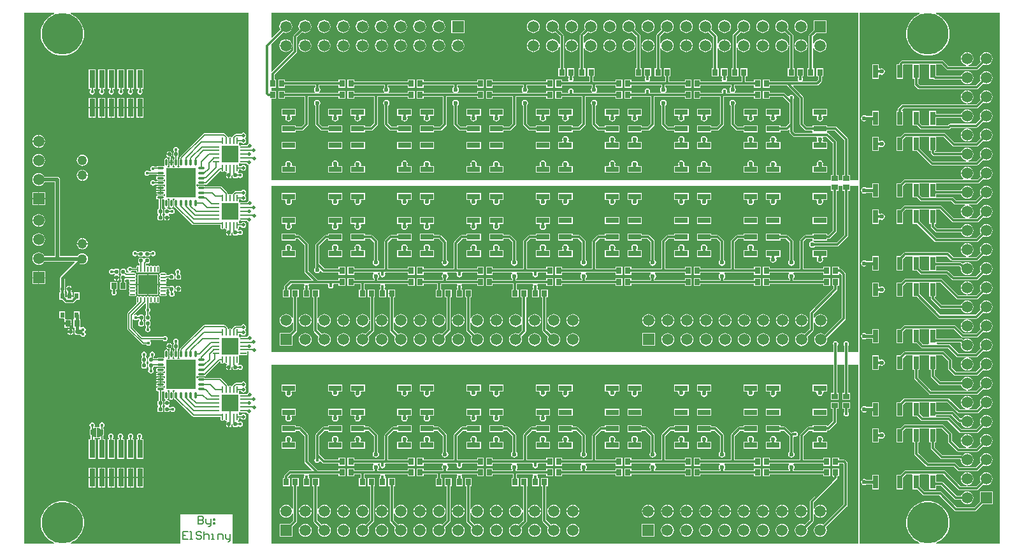
<source format=gtl>
G04*
G04 #@! TF.GenerationSoftware,Altium Limited,Altium Designer,20.0.9 (164)*
G04*
G04 Layer_Physical_Order=1*
G04 Layer_Color=255*
%FSLAX25Y25*%
%MOIN*%
G70*
G01*
G75*
%ADD11C,0.00787*%
%ADD15R,0.15472X0.15472*%
%ADD16O,0.02953X0.00787*%
%ADD17O,0.00787X0.02953*%
%ADD18R,0.09843X0.09843*%
%ADD19R,0.03347X0.02756*%
%ADD20O,0.03347X0.00984*%
%ADD21O,0.00984X0.03347*%
%ADD22R,0.09055X0.09055*%
G04:AMPARAMS|DCode=23|XSize=20.47mil|YSize=22.05mil|CornerRadius=5.12mil|HoleSize=0mil|Usage=FLASHONLY|Rotation=0.000|XOffset=0mil|YOffset=0mil|HoleType=Round|Shape=RoundedRectangle|*
%AMROUNDEDRECTD23*
21,1,0.02047,0.01181,0,0,0.0*
21,1,0.01024,0.02205,0,0,0.0*
1,1,0.01024,0.00512,-0.00591*
1,1,0.01024,-0.00512,-0.00591*
1,1,0.01024,-0.00512,0.00591*
1,1,0.01024,0.00512,0.00591*
%
%ADD23ROUNDEDRECTD23*%
%ADD24R,0.02756X0.06693*%
%ADD25O,0.03937X0.01181*%
%ADD26O,0.01181X0.03937*%
%ADD27R,0.02756X0.03347*%
%ADD28R,0.06693X0.02756*%
G04:AMPARAMS|DCode=29|XSize=20.47mil|YSize=22.05mil|CornerRadius=5.12mil|HoleSize=0mil|Usage=FLASHONLY|Rotation=90.000|XOffset=0mil|YOffset=0mil|HoleType=Round|Shape=RoundedRectangle|*
%AMROUNDEDRECTD29*
21,1,0.02047,0.01181,0,0,90.0*
21,1,0.01024,0.02205,0,0,90.0*
1,1,0.01024,0.00591,0.00512*
1,1,0.01024,0.00591,-0.00512*
1,1,0.01024,-0.00591,-0.00512*
1,1,0.01024,-0.00591,0.00512*
%
%ADD29ROUNDEDRECTD29*%
%ADD30R,0.02992X0.09449*%
%ADD31R,0.02500X0.02500*%
%ADD32R,0.02165X0.03150*%
%ADD33R,0.02835X0.03543*%
%ADD62C,0.01181*%
%ADD63C,0.01968*%
%ADD64C,0.01575*%
%ADD65R,0.05906X0.05906*%
%ADD66C,0.05906*%
%ADD67R,0.05906X0.05906*%
%ADD68C,0.05000*%
%ADD69C,0.01772*%
%ADD70C,0.02362*%
%ADD71C,0.02598*%
%ADD72C,0.01968*%
%ADD73C,0.21654*%
G36*
X437008Y191339D02*
X432782D01*
Y193904D01*
X431719D01*
Y212598D01*
X431642Y212985D01*
X431423Y213313D01*
X425911Y218824D01*
X425583Y219043D01*
X425197Y219120D01*
X420676D01*
Y219888D01*
X413183D01*
Y219120D01*
X410165D01*
X408490Y220795D01*
Y234252D01*
X408413Y234639D01*
X408194Y234966D01*
X402900Y240260D01*
X403092Y240722D01*
X415354D01*
X415741Y240799D01*
X416069Y241018D01*
X417643Y242593D01*
X417862Y242921D01*
X417939Y243307D01*
Y245565D01*
X418707D01*
Y249711D01*
X415151D01*
Y245565D01*
X415919D01*
Y243725D01*
X414936Y242742D01*
X408012D01*
X407981Y242776D01*
X407790Y243242D01*
X407998Y243554D01*
X408106Y244094D01*
X407998Y244635D01*
X407711Y245065D01*
X407805Y245565D01*
X408471D01*
Y249711D01*
X404915D01*
Y245565D01*
X405581D01*
X405674Y245065D01*
X405387Y244635D01*
X405280Y244094D01*
X405387Y243554D01*
X405596Y243242D01*
X405405Y242776D01*
X405374Y242742D01*
X390754D01*
Y243806D01*
X387198D01*
Y239659D01*
X390754D01*
Y240722D01*
X399582D01*
X406470Y233834D01*
Y220377D01*
X406547Y219990D01*
X406766Y219663D01*
X409033Y217396D01*
X409361Y217177D01*
X409747Y217100D01*
X412829D01*
X413183Y216747D01*
Y216332D01*
X412849Y215971D01*
X403962D01*
X402979Y216954D01*
Y220472D01*
Y231890D01*
Y233663D01*
X403274Y234105D01*
X403381Y234646D01*
X403274Y235186D01*
X402968Y235645D01*
X402509Y235951D01*
X401968Y236059D01*
X401428Y235951D01*
X400969Y235645D01*
X400721Y235273D01*
X400177Y235110D01*
X398746Y236541D01*
X398418Y236760D01*
X398031Y236837D01*
X390754D01*
Y237900D01*
X387198D01*
Y233753D01*
X390754D01*
Y234817D01*
X397613D01*
X400958Y231471D01*
Y220891D01*
X399188Y219120D01*
X396266D01*
Y219888D01*
X388773D01*
Y216332D01*
X396266D01*
Y217100D01*
X399606D01*
X399993Y217177D01*
X400320Y217396D01*
X400497Y217572D01*
X400958Y217381D01*
Y216535D01*
X401035Y216149D01*
X401254Y215821D01*
X402829Y214247D01*
X403157Y214028D01*
X403543Y213951D01*
X415209D01*
X415477Y213451D01*
X415346Y213254D01*
X415215Y212598D01*
X415346Y211943D01*
X415490Y211727D01*
X415222Y211227D01*
X413183D01*
Y207671D01*
X420676D01*
Y211227D01*
X418636D01*
X418368Y211727D01*
X418513Y211943D01*
X418643Y212598D01*
X418513Y213254D01*
X418382Y213451D01*
X418649Y213951D01*
X420448D01*
X423793Y210605D01*
Y193904D01*
X422730D01*
Y191339D01*
X129921D01*
Y233753D01*
X132487D01*
Y237900D01*
X129921D01*
Y239659D01*
X132487D01*
Y243806D01*
X131719D01*
Y246432D01*
X143234Y257947D01*
X143453Y258275D01*
X143530Y258661D01*
Y266196D01*
X146003Y268669D01*
X146684Y268387D01*
X147559Y268272D01*
X148434Y268387D01*
X149250Y268725D01*
X149950Y269262D01*
X150488Y269963D01*
X150826Y270778D01*
X150941Y271654D01*
X150826Y272529D01*
X150488Y273344D01*
X149950Y274045D01*
X149250Y274582D01*
X148434Y274920D01*
X147559Y275035D01*
X146684Y274920D01*
X145868Y274582D01*
X145168Y274045D01*
X144630Y273344D01*
X144293Y272529D01*
X144177Y271654D01*
X144293Y270778D01*
X144575Y270097D01*
X141806Y267328D01*
X141587Y267001D01*
X141510Y266614D01*
Y259080D01*
X130421Y247991D01*
X129921Y248198D01*
Y262587D01*
X136003Y268669D01*
X136684Y268387D01*
X137559Y268272D01*
X138434Y268387D01*
X139250Y268725D01*
X139950Y269262D01*
X140488Y269963D01*
X140825Y270778D01*
X140941Y271654D01*
X140825Y272529D01*
X140488Y273344D01*
X139950Y274045D01*
X139250Y274582D01*
X138434Y274920D01*
X137559Y275035D01*
X136684Y274920D01*
X135868Y274582D01*
X135168Y274045D01*
X134630Y273344D01*
X134293Y272529D01*
X134177Y271654D01*
X134293Y270778D01*
X134575Y270097D01*
X130383Y265906D01*
X129921Y266097D01*
Y278725D01*
X437008D01*
Y191339D01*
D02*
G37*
G36*
X511008Y803D02*
X477754D01*
X477654Y1303D01*
X478583Y1688D01*
X480103Y2619D01*
X481459Y3777D01*
X482617Y5133D01*
X483549Y6653D01*
X484231Y8300D01*
X484647Y10034D01*
X484787Y11811D01*
X484647Y13588D01*
X484231Y15322D01*
X483549Y16969D01*
X482617Y18489D01*
X481459Y19845D01*
X480103Y21003D01*
X478583Y21935D01*
X476936Y22617D01*
X475203Y23033D01*
X473425Y23173D01*
X471648Y23033D01*
X469914Y22617D01*
X468267Y21935D01*
X466747Y21003D01*
X465391Y19845D01*
X464233Y18489D01*
X463302Y16969D01*
X462619Y15322D01*
X462203Y13588D01*
X462063Y11811D01*
X462203Y10034D01*
X462619Y8300D01*
X463302Y6653D01*
X464233Y5133D01*
X465391Y3777D01*
X466747Y2619D01*
X468267Y1688D01*
X469196Y1303D01*
X469097Y803D01*
X437795D01*
Y278725D01*
X469097D01*
X469196Y278225D01*
X468267Y277840D01*
X466747Y276908D01*
X465391Y275750D01*
X464233Y274395D01*
X463302Y272875D01*
X462619Y271228D01*
X462203Y269494D01*
X462063Y267717D01*
X462203Y265939D01*
X462619Y264206D01*
X463302Y262558D01*
X464233Y261038D01*
X465391Y259682D01*
X466747Y258525D01*
X468267Y257593D01*
X469914Y256911D01*
X471648Y256495D01*
X473425Y256355D01*
X475203Y256495D01*
X476936Y256911D01*
X478583Y257593D01*
X480103Y258525D01*
X481459Y259682D01*
X482617Y261038D01*
X483549Y262558D01*
X484231Y264206D01*
X484647Y265939D01*
X484787Y267717D01*
X484647Y269494D01*
X484231Y271228D01*
X483549Y272875D01*
X482617Y274395D01*
X481459Y275750D01*
X480103Y276908D01*
X478583Y277840D01*
X477654Y278225D01*
X477754Y278725D01*
X511008D01*
Y803D01*
D02*
G37*
G36*
X118110Y210405D02*
X117648Y210096D01*
X117407Y209736D01*
X116982Y209502D01*
X116634Y209571D01*
X114272D01*
X113924Y209502D01*
X113695Y209349D01*
X113421Y209425D01*
X113195Y209556D01*
Y209652D01*
X113100D01*
X112969Y209877D01*
X112893Y210152D01*
X113045Y210380D01*
X113114Y210728D01*
Y211002D01*
X114110D01*
X114284Y210741D01*
X114775Y210413D01*
X115354Y210298D01*
X115934Y210413D01*
X116424Y210741D01*
X116753Y211232D01*
X116868Y211811D01*
X116753Y212390D01*
X116424Y212881D01*
X116338Y212939D01*
Y213439D01*
X116424Y213497D01*
X116753Y213988D01*
X116868Y214567D01*
X116753Y215146D01*
X116424Y215637D01*
X115934Y215965D01*
X115354Y216080D01*
X114775Y215965D01*
X114284Y215637D01*
X114110Y215376D01*
X111219D01*
X110910Y215315D01*
X110647Y215139D01*
X110647Y215139D01*
X109702Y214194D01*
X109526Y213931D01*
X109493Y213763D01*
X109095Y213636D01*
X109015Y213639D01*
X108967Y213650D01*
X108911Y213734D01*
X108616Y213931D01*
X108268Y214000D01*
X107920Y213931D01*
X107624Y213734D01*
X107586Y213676D01*
X107086Y213828D01*
Y213860D01*
X107024Y214169D01*
X106849Y214432D01*
X106849Y214432D01*
X105748Y215533D01*
X105485Y215708D01*
X105176Y215770D01*
X105176Y215770D01*
X94882D01*
X94882Y215770D01*
X94572Y215708D01*
X94310Y215533D01*
X82127Y203351D01*
X81952Y203088D01*
X81890Y202778D01*
X81890Y202778D01*
Y202476D01*
X81744Y202257D01*
X81667Y201870D01*
Y199114D01*
X81744Y198728D01*
X81963Y198400D01*
X81963Y198400D01*
X81811Y197900D01*
X80984D01*
X80832Y198400D01*
X80832Y198400D01*
X81051Y198728D01*
X81128Y199114D01*
Y201870D01*
X81051Y202257D01*
X80908Y202471D01*
Y203267D01*
X80946Y203275D01*
X81248Y203477D01*
X81450Y203778D01*
X81520Y204134D01*
Y205315D01*
X81450Y205671D01*
X81248Y205972D01*
X81334Y206516D01*
X81477Y206731D01*
X81585Y207272D01*
X81477Y207813D01*
X81171Y208271D01*
X80713Y208577D01*
X80172Y208685D01*
X79631Y208577D01*
X79173Y208271D01*
X78867Y207813D01*
X78759Y207272D01*
X78867Y206731D01*
X78958Y206594D01*
X78910Y205972D01*
X78708Y205671D01*
X78637Y205315D01*
Y204134D01*
X78708Y203778D01*
X78910Y203477D01*
X79211Y203275D01*
X79289Y203259D01*
Y202412D01*
X79185Y202257D01*
X79108Y201870D01*
Y199114D01*
X79185Y198728D01*
X79404Y198400D01*
X79404Y198400D01*
X79252Y197900D01*
X78425D01*
X78273Y198400D01*
X78273Y198400D01*
X78492Y198728D01*
X78569Y199114D01*
Y200292D01*
X76549D01*
Y199114D01*
X76626Y198728D01*
X76845Y198400D01*
X76845Y198400D01*
X76693Y197900D01*
X75866D01*
X75714Y198400D01*
X75714Y198400D01*
X75933Y198728D01*
X76010Y199114D01*
Y201870D01*
X75933Y202257D01*
X75714Y202584D01*
X75387Y202803D01*
X75000Y202880D01*
X74613Y202803D01*
X74286Y202584D01*
X74067Y202257D01*
X73990Y201870D01*
Y199114D01*
X74064Y198741D01*
X74026Y198687D01*
X73754Y198415D01*
X73700Y198377D01*
X73327Y198451D01*
X70571D01*
X70184Y198374D01*
X69886Y198175D01*
X69155D01*
X69109Y198243D01*
X68651Y198549D01*
X68110Y198657D01*
X67570Y198549D01*
X67111Y198243D01*
X66805Y197785D01*
X66697Y197244D01*
X66805Y196703D01*
X67111Y196245D01*
X67192Y196191D01*
X67040Y195691D01*
X66087D01*
X65960Y195881D01*
X65501Y196187D01*
X64961Y196295D01*
X64420Y196187D01*
X63961Y195881D01*
X63655Y195423D01*
X63548Y194882D01*
X63655Y194341D01*
X63961Y193883D01*
X64420Y193577D01*
X64961Y193469D01*
X65501Y193577D01*
X65960Y193883D01*
X66087Y194073D01*
X69999D01*
X70184Y193949D01*
X70571Y193872D01*
X73327D01*
X73713Y193949D01*
X74041Y194168D01*
X74041Y194168D01*
X74541Y194016D01*
Y193189D01*
X74041Y193037D01*
X74041Y193037D01*
X73713Y193256D01*
X73327Y193333D01*
X70571D01*
X70184Y193256D01*
X69857Y193037D01*
X69638Y192709D01*
X69561Y192323D01*
X69638Y191936D01*
X69857Y191609D01*
X70184Y191390D01*
X70571Y191313D01*
X73327D01*
X73713Y191390D01*
X74041Y191609D01*
X74041Y191609D01*
X74541Y191457D01*
Y190630D01*
X74041Y190478D01*
X74041Y190478D01*
X73713Y190697D01*
X73327Y190774D01*
X70571D01*
X70184Y190697D01*
X69999Y190573D01*
X69236D01*
X69109Y190763D01*
X68651Y191069D01*
X68110Y191177D01*
X67570Y191069D01*
X67111Y190763D01*
X66805Y190305D01*
X66697Y189764D01*
X66805Y189223D01*
X67111Y188765D01*
X67570Y188458D01*
X68110Y188351D01*
X68651Y188458D01*
X69109Y188765D01*
X69236Y188954D01*
X69999D01*
X70184Y188831D01*
X70571Y188754D01*
X73327D01*
X73713Y188831D01*
X74041Y189050D01*
X74041Y189050D01*
X74541Y188898D01*
Y188070D01*
X74041Y187919D01*
X74041Y187919D01*
X73713Y188138D01*
X73327Y188215D01*
X72149D01*
Y187205D01*
Y186195D01*
X73327D01*
X73713Y186272D01*
X74041Y186491D01*
X74041Y186491D01*
X74541Y186339D01*
Y185512D01*
X74041Y185360D01*
X74041Y185360D01*
X73713Y185579D01*
X73327Y185656D01*
X72149D01*
Y184646D01*
X71949D01*
D01*
X72149D01*
Y183636D01*
X73327D01*
X73713Y183713D01*
X74041Y183932D01*
X74041Y183932D01*
X74541Y183780D01*
Y182952D01*
X74041Y182801D01*
X74041Y182801D01*
X73713Y183020D01*
X73327Y183097D01*
X70571D01*
X70184Y183020D01*
X69857Y182801D01*
X69638Y182473D01*
X69561Y182087D01*
X69638Y181700D01*
X69857Y181372D01*
X70184Y181154D01*
X70571Y181077D01*
X71080D01*
Y176264D01*
X71022Y176253D01*
X70721Y176051D01*
X70519Y175750D01*
X70448Y175394D01*
Y174213D01*
X70519Y173857D01*
X70721Y173555D01*
X70768Y173523D01*
Y172933D01*
X70721Y172901D01*
X70519Y172600D01*
X70448Y172244D01*
Y171063D01*
X70519Y170707D01*
X70721Y170406D01*
X71022Y170204D01*
X71378Y170133D01*
X72402D01*
X72757Y170204D01*
X73059Y170406D01*
X73260Y170707D01*
X73331Y171063D01*
Y172244D01*
X73260Y172600D01*
X73059Y172901D01*
X73011Y172933D01*
Y173523D01*
X73059Y173555D01*
X73260Y173857D01*
X73331Y174213D01*
Y175394D01*
X73260Y175750D01*
X73059Y176051D01*
X72757Y176253D01*
X72699Y176264D01*
Y181077D01*
X73327D01*
X73700Y181151D01*
X73754Y181113D01*
X74026Y180841D01*
X74064Y180787D01*
X73990Y180413D01*
Y177657D01*
X74067Y177271D01*
X74286Y176943D01*
X74541Y176773D01*
X74547Y176476D01*
X74488Y176253D01*
X74487Y176253D01*
X74185Y176051D01*
X73984Y175750D01*
X73913Y175394D01*
Y174213D01*
X73984Y173857D01*
X74185Y173555D01*
X74233Y173523D01*
Y172933D01*
X74185Y172901D01*
X73984Y172600D01*
X73913Y172244D01*
Y171853D01*
X76796D01*
Y172244D01*
X76725Y172600D01*
X76524Y172901D01*
X76476Y172933D01*
Y173523D01*
X76524Y173555D01*
X76586Y173591D01*
X77158Y173667D01*
X77412Y173498D01*
X77953Y173390D01*
X78493Y173498D01*
X78952Y173804D01*
X79258Y174262D01*
X79366Y174803D01*
X79258Y175344D01*
X78952Y175802D01*
X78493Y176109D01*
X77953Y176216D01*
X77412Y176109D01*
X77158Y175939D01*
X76586Y176015D01*
X76524Y176051D01*
X76222Y176253D01*
X75866Y176323D01*
X75686D01*
X75535Y176823D01*
X75714Y176943D01*
X75933Y177271D01*
X76010Y177657D01*
Y180413D01*
X75933Y180800D01*
X75714Y181128D01*
X75714Y181128D01*
X75866Y181628D01*
X76693D01*
X76845Y181128D01*
X76845Y181128D01*
X76626Y180800D01*
X76549Y180413D01*
Y177657D01*
X76626Y177271D01*
X76845Y176943D01*
X77173Y176724D01*
X77559Y176647D01*
X77946Y176724D01*
X78273Y176943D01*
X78492Y177271D01*
X78569Y177657D01*
Y180413D01*
X78492Y180800D01*
X78273Y181128D01*
X78273Y181128D01*
X78425Y181628D01*
X79252D01*
X79404Y181128D01*
X79404Y181128D01*
X79185Y180800D01*
X79108Y180413D01*
Y177657D01*
X79185Y177271D01*
X79404Y176943D01*
X79732Y176724D01*
X79950Y176681D01*
X88699Y167932D01*
X88962Y167756D01*
X89272Y167695D01*
X89272Y167695D01*
X103421D01*
Y166437D01*
X103490Y166089D01*
X103688Y165794D01*
X103983Y165597D01*
X104331Y165527D01*
X104679Y165597D01*
X104974Y165794D01*
X105030Y165878D01*
X105600D01*
X105656Y165794D01*
X105951Y165597D01*
X106299Y165527D01*
X106436Y165555D01*
X106632Y165084D01*
X106547Y165027D01*
X106346Y164726D01*
X106275Y164370D01*
Y163979D01*
X107717D01*
Y163779D01*
X107916D01*
Y162259D01*
X108228D01*
X108584Y162330D01*
X108886Y162532D01*
X109087Y162833D01*
X109158Y163189D01*
Y163615D01*
X109658Y163866D01*
X109740Y163806D01*
Y163189D01*
X109810Y162833D01*
X110012Y162532D01*
X110313Y162330D01*
X110669Y162259D01*
X111693D01*
X112049Y162330D01*
X112350Y162532D01*
X112413Y162568D01*
X112985Y162644D01*
X113239Y162474D01*
X113779Y162367D01*
X114320Y162474D01*
X114779Y162780D01*
X115085Y163239D01*
X115192Y163779D01*
X115085Y164320D01*
X114779Y164779D01*
X114320Y165085D01*
X113779Y165192D01*
X113239Y165085D01*
X112985Y164915D01*
X112814Y164938D01*
X112675Y165123D01*
X112663Y165170D01*
X112813Y165770D01*
X112848Y165794D01*
X113045Y166089D01*
X113114Y166437D01*
Y166907D01*
X114110D01*
X114284Y166647D01*
X114775Y166318D01*
X115354Y166203D01*
X115934Y166318D01*
X116424Y166647D01*
X116753Y167137D01*
X116868Y167717D01*
X116753Y168296D01*
X116424Y168787D01*
X115934Y169115D01*
X115354Y169230D01*
X114775Y169115D01*
X114284Y168787D01*
X114110Y168526D01*
X113114D01*
Y168799D01*
X113045Y169147D01*
X112893Y169376D01*
X112969Y169650D01*
X113100Y169876D01*
X113195D01*
Y169971D01*
X113421Y170102D01*
X113695Y170178D01*
X113924Y170026D01*
X114272Y169957D01*
X116634D01*
X116978Y170025D01*
X117291Y169556D01*
X117781Y169228D01*
X118110Y169163D01*
Y110011D01*
X117648Y109703D01*
X117407Y109342D01*
X116982Y109108D01*
X116634Y109177D01*
X114272D01*
X113924Y109108D01*
X113695Y108956D01*
X113421Y109032D01*
X113195Y109163D01*
Y109258D01*
X113100D01*
X112969Y109484D01*
X112893Y109758D01*
X113045Y109987D01*
X113114Y110335D01*
Y110608D01*
X114110D01*
X114284Y110347D01*
X114775Y110019D01*
X115354Y109904D01*
X115934Y110019D01*
X116424Y110347D01*
X116753Y110838D01*
X116868Y111417D01*
X116753Y111996D01*
X116424Y112487D01*
X116338Y112545D01*
Y113045D01*
X116424Y113103D01*
X116753Y113594D01*
X116868Y114173D01*
X116753Y114752D01*
X116424Y115243D01*
X115934Y115571D01*
X115354Y115687D01*
X114775Y115571D01*
X114284Y115243D01*
X114110Y114982D01*
X111219D01*
X110910Y114921D01*
X110647Y114745D01*
X110647Y114745D01*
X109702Y113800D01*
X109526Y113538D01*
X109493Y113369D01*
X109095Y113243D01*
X109015Y113246D01*
X108967Y113256D01*
X108911Y113340D01*
X108616Y113537D01*
X108268Y113607D01*
X107920Y113537D01*
X107624Y113340D01*
X107608Y113316D01*
X107108Y113468D01*
Y113779D01*
X107108Y113779D01*
X107047Y114089D01*
X106871Y114352D01*
X106871Y114352D01*
X106084Y115139D01*
X105822Y115315D01*
X105512Y115376D01*
X105512Y115376D01*
X94882D01*
X94882Y115376D01*
X94572Y115315D01*
X94310Y115139D01*
X82127Y102957D01*
X81952Y102694D01*
X81890Y102385D01*
X81890Y102385D01*
Y102082D01*
X81744Y101863D01*
X81667Y101476D01*
Y98721D01*
X81744Y98334D01*
X81963Y98006D01*
X81963Y98006D01*
X81811Y97506D01*
X80984D01*
X80832Y98006D01*
X80832Y98006D01*
X81051Y98334D01*
X81128Y98721D01*
Y101476D01*
X81051Y101863D01*
X80908Y102078D01*
Y102874D01*
X80946Y102881D01*
X81248Y103083D01*
X81450Y103384D01*
X81520Y103740D01*
Y104921D01*
X81450Y105277D01*
X81248Y105579D01*
X81291Y106151D01*
X81391Y106300D01*
X81498Y106841D01*
X81391Y107381D01*
X81084Y107840D01*
X80626Y108146D01*
X80085Y108254D01*
X79544Y108146D01*
X79086Y107840D01*
X78780Y107381D01*
X78672Y106841D01*
X78780Y106300D01*
X78875Y106157D01*
X78910Y105579D01*
X78708Y105277D01*
X78637Y104921D01*
Y103740D01*
X78708Y103384D01*
X78910Y103083D01*
X79211Y102881D01*
X79289Y102866D01*
Y102019D01*
X79185Y101863D01*
X79108Y101476D01*
Y98721D01*
X79185Y98334D01*
X79404Y98006D01*
X79404Y98006D01*
X79252Y97506D01*
X78425D01*
X78273Y98006D01*
X78273Y98006D01*
X78492Y98334D01*
X78569Y98721D01*
Y99898D01*
X76549D01*
Y98721D01*
X76626Y98334D01*
X76845Y98006D01*
X76845Y98006D01*
X76693Y97506D01*
X75866D01*
X75714Y98006D01*
X75714Y98006D01*
X75933Y98334D01*
X76010Y98721D01*
Y101476D01*
X75933Y101863D01*
X75714Y102190D01*
X75387Y102410D01*
X75000Y102486D01*
X74613Y102410D01*
X74286Y102190D01*
X74067Y101863D01*
X73990Y101476D01*
Y98721D01*
X74064Y98347D01*
X74026Y98293D01*
X73754Y98021D01*
X73700Y97983D01*
X73327Y98057D01*
X70571D01*
X70184Y97980D01*
X70112Y97932D01*
X68608D01*
X68526Y98032D01*
X68526Y98032D01*
Y98874D01*
X68716Y99001D01*
X69022Y99459D01*
X69130Y100000D01*
X69022Y100541D01*
X68716Y100999D01*
X68257Y101305D01*
X67716Y101413D01*
X67176Y101305D01*
X66717Y100999D01*
X66411Y100541D01*
X66304Y100000D01*
X66411Y99459D01*
X66541Y99264D01*
X66489Y99054D01*
X66291Y98739D01*
X66062Y98694D01*
X65760Y98492D01*
X65558Y98190D01*
X65488Y97835D01*
Y96653D01*
X65558Y96298D01*
X65760Y95996D01*
X65807Y95964D01*
Y95374D01*
X65760Y95342D01*
X65558Y95041D01*
X65488Y94685D01*
Y93504D01*
X65558Y93148D01*
X65760Y92847D01*
X65776Y92836D01*
X65817Y92702D01*
X65849Y92216D01*
X65624Y91879D01*
X65516Y91339D01*
X65624Y90798D01*
X65930Y90339D01*
X66388Y90033D01*
X66929Y89926D01*
X67470Y90033D01*
X67928Y90339D01*
X68234Y90798D01*
X68342Y91339D01*
X68234Y91879D01*
X68009Y92216D01*
X68041Y92702D01*
X68082Y92836D01*
X68098Y92847D01*
X68300Y93148D01*
X68371Y93504D01*
Y93604D01*
X70112D01*
X70184Y93555D01*
X70571Y93478D01*
X73327D01*
X73713Y93555D01*
X74041Y93774D01*
X74041Y93774D01*
X74541Y93622D01*
Y92795D01*
X74041Y92643D01*
X74041Y92643D01*
X73713Y92862D01*
X73327Y92939D01*
X70571D01*
X70184Y92862D01*
X69857Y92643D01*
X69638Y92316D01*
X69561Y91929D01*
X69638Y91543D01*
X69857Y91215D01*
X70184Y90996D01*
X70571Y90919D01*
X73327D01*
X73713Y90996D01*
X74041Y91215D01*
X74041Y91215D01*
X74541Y91063D01*
Y90236D01*
X74041Y90084D01*
X74041Y90084D01*
X73713Y90303D01*
X73327Y90380D01*
X72149D01*
Y89370D01*
Y88360D01*
X73327D01*
X73713Y88437D01*
X74041Y88656D01*
X74041Y88656D01*
X74541Y88504D01*
Y87677D01*
X74041Y87525D01*
X74041Y87525D01*
X73713Y87744D01*
X73327Y87821D01*
X72149D01*
Y86811D01*
Y85801D01*
X73327D01*
X73713Y85878D01*
X74041Y86097D01*
X74041Y86097D01*
X74541Y85945D01*
Y85118D01*
X74041Y84966D01*
X74041Y84966D01*
X73713Y85185D01*
X73327Y85262D01*
X72149D01*
Y84252D01*
Y83242D01*
X73327D01*
X73713Y83319D01*
X74041Y83538D01*
X74041Y83538D01*
X74541Y83386D01*
Y82559D01*
X74041Y82407D01*
X74041Y82407D01*
X73713Y82626D01*
X73327Y82703D01*
X70571D01*
X70184Y82626D01*
X69857Y82407D01*
X69638Y82079D01*
X69561Y81693D01*
X69638Y81306D01*
X69857Y80979D01*
X70184Y80760D01*
X70571Y80683D01*
X71080D01*
Y75871D01*
X71022Y75859D01*
X70721Y75657D01*
X70519Y75356D01*
X70448Y75000D01*
Y73819D01*
X70519Y73463D01*
X70721Y73162D01*
X70768Y73130D01*
Y72540D01*
X70721Y72508D01*
X70519Y72206D01*
X70448Y71850D01*
Y70669D01*
X70519Y70314D01*
X70721Y70012D01*
X71022Y69810D01*
X71378Y69740D01*
X72402D01*
X72757Y69810D01*
X73059Y70012D01*
X73260Y70314D01*
X73331Y70669D01*
Y71850D01*
X73260Y72206D01*
X73059Y72508D01*
X73011Y72540D01*
Y73130D01*
X73059Y73162D01*
X73260Y73463D01*
X73331Y73819D01*
Y75000D01*
X73260Y75356D01*
X73059Y75657D01*
X72757Y75859D01*
X72699Y75871D01*
Y80683D01*
X73327D01*
X73700Y80757D01*
X73754Y80719D01*
X74026Y80447D01*
X74064Y80393D01*
X73990Y80020D01*
Y77264D01*
X74067Y76877D01*
X74286Y76550D01*
X74541Y76379D01*
X74547Y76083D01*
X74488Y75859D01*
X74487Y75859D01*
X74185Y75657D01*
X73984Y75356D01*
X73913Y75000D01*
Y74610D01*
X76796D01*
Y75000D01*
X76725Y75356D01*
X76524Y75657D01*
X76222Y75859D01*
X75866Y75930D01*
X75686D01*
X75535Y76430D01*
X75714Y76550D01*
X75933Y76877D01*
X76010Y77264D01*
Y80020D01*
X75933Y80406D01*
X75714Y80734D01*
X75714Y80734D01*
X75866Y81234D01*
X76693D01*
X76845Y80734D01*
X76845Y80734D01*
X76626Y80406D01*
X76549Y80020D01*
Y77264D01*
X76626Y76877D01*
X76845Y76550D01*
X77173Y76331D01*
X77559Y76254D01*
X77946Y76331D01*
X78273Y76550D01*
X78492Y76877D01*
X78569Y77264D01*
Y80020D01*
X78492Y80406D01*
X78273Y80734D01*
X78273Y80734D01*
X78425Y81234D01*
X79252D01*
X79404Y80734D01*
X79404Y80734D01*
X79185Y80406D01*
X79108Y80020D01*
Y77264D01*
X79185Y76877D01*
X79404Y76550D01*
X79732Y76331D01*
X79950Y76287D01*
X88699Y67538D01*
X88962Y67363D01*
X89272Y67301D01*
X89272Y67301D01*
X103421D01*
Y66043D01*
X103490Y65695D01*
X103688Y65400D01*
X103983Y65203D01*
X104331Y65134D01*
X104679Y65203D01*
X104974Y65400D01*
X105030Y65484D01*
X105600D01*
X105656Y65400D01*
X105951Y65203D01*
X106299Y65134D01*
X106436Y65161D01*
X106632Y64690D01*
X106547Y64634D01*
X106346Y64332D01*
X106275Y63976D01*
Y63586D01*
X107717D01*
Y63386D01*
X107916D01*
Y61866D01*
X108228D01*
X108584Y61936D01*
X108886Y62138D01*
X109087Y62440D01*
X109158Y62795D01*
Y63221D01*
X109658Y63473D01*
X109740Y63412D01*
Y62795D01*
X109810Y62440D01*
X110012Y62138D01*
X110313Y61936D01*
X110669Y61866D01*
X111693D01*
X112049Y61936D01*
X112350Y62138D01*
X112413Y62174D01*
X112985Y62250D01*
X113239Y62080D01*
X113779Y61973D01*
X114320Y62080D01*
X114779Y62387D01*
X115085Y62845D01*
X115192Y63386D01*
X115085Y63927D01*
X114779Y64385D01*
X114320Y64691D01*
X113779Y64799D01*
X113239Y64691D01*
X112985Y64522D01*
X112814Y64544D01*
X112675Y64729D01*
X112663Y64776D01*
X112813Y65377D01*
X112848Y65400D01*
X113045Y65695D01*
X113114Y66043D01*
Y66514D01*
X114110D01*
X114284Y66253D01*
X114775Y65925D01*
X115354Y65810D01*
X115934Y65925D01*
X116424Y66253D01*
X116753Y66744D01*
X116868Y67323D01*
X116753Y67902D01*
X116424Y68393D01*
X115934Y68721D01*
X115354Y68836D01*
X114775Y68721D01*
X114284Y68393D01*
X114110Y68132D01*
X113114D01*
Y68405D01*
X113045Y68754D01*
X112893Y68982D01*
X112969Y69257D01*
X113100Y69482D01*
X113195D01*
Y69578D01*
X113421Y69709D01*
X113695Y69785D01*
X113924Y69632D01*
X114272Y69563D01*
X116634D01*
X116949Y69626D01*
X116981D01*
X117291Y69163D01*
X117781Y68835D01*
X118110Y68769D01*
Y803D01*
X109714D01*
Y16328D01*
X82412D01*
Y803D01*
X24998D01*
X24898Y1303D01*
X25827Y1688D01*
X27348Y2619D01*
X28703Y3777D01*
X29861Y5133D01*
X30793Y6653D01*
X31475Y8300D01*
X31891Y10034D01*
X32031Y11811D01*
X31891Y13588D01*
X31475Y15322D01*
X30793Y16969D01*
X29861Y18489D01*
X28703Y19845D01*
X27348Y21003D01*
X25827Y21935D01*
X24180Y22617D01*
X22447Y23033D01*
X20669Y23173D01*
X18892Y23033D01*
X17158Y22617D01*
X15511Y21935D01*
X13991Y21003D01*
X12635Y19845D01*
X11477Y18489D01*
X10546Y16969D01*
X9864Y15322D01*
X9447Y13588D01*
X9307Y11811D01*
X9447Y10034D01*
X9864Y8300D01*
X10546Y6653D01*
X11477Y5133D01*
X12635Y3777D01*
X13991Y2619D01*
X15511Y1688D01*
X16440Y1303D01*
X16341Y803D01*
X803D01*
Y278725D01*
X16341D01*
X16440Y278225D01*
X15511Y277840D01*
X13991Y276908D01*
X12635Y275750D01*
X11477Y274395D01*
X10546Y272875D01*
X9864Y271228D01*
X9447Y269494D01*
X9307Y267717D01*
X9447Y265939D01*
X9864Y264206D01*
X10546Y262558D01*
X11477Y261038D01*
X12635Y259682D01*
X13991Y258525D01*
X15511Y257593D01*
X17158Y256911D01*
X18892Y256495D01*
X20669Y256355D01*
X22447Y256495D01*
X24180Y256911D01*
X25827Y257593D01*
X27348Y258525D01*
X28703Y259682D01*
X29861Y261038D01*
X30793Y262558D01*
X31475Y264206D01*
X31891Y265939D01*
X32031Y267717D01*
X31891Y269494D01*
X31475Y271228D01*
X30793Y272875D01*
X29861Y274395D01*
X28703Y275750D01*
X27348Y276908D01*
X25827Y277840D01*
X24898Y278225D01*
X24998Y278725D01*
X118110D01*
Y210405D01*
D02*
G37*
G36*
X113924Y199947D02*
X114272Y199878D01*
X116634D01*
X116978Y199946D01*
X117291Y199478D01*
X117781Y199150D01*
X118110Y199084D01*
Y180484D01*
X117648Y180175D01*
X117407Y179814D01*
X116982Y179580D01*
X116634Y179650D01*
X114272D01*
X113924Y179580D01*
X113695Y179428D01*
X113421Y179504D01*
X113195Y179635D01*
Y179731D01*
X113100D01*
X112969Y179956D01*
X112893Y180231D01*
X113045Y180459D01*
X113114Y180807D01*
Y181080D01*
X114110D01*
X114284Y180820D01*
X114775Y180492D01*
X115354Y180376D01*
X115934Y180492D01*
X116424Y180820D01*
X116753Y181311D01*
X116868Y181890D01*
X116753Y182469D01*
X116424Y182960D01*
X116338Y183018D01*
Y183518D01*
X116424Y183576D01*
X116753Y184066D01*
X116868Y184646D01*
X116753Y185225D01*
X116424Y185716D01*
X115934Y186044D01*
X115354Y186159D01*
X114775Y186044D01*
X114284Y185716D01*
X114110Y185455D01*
X111219D01*
X110910Y185393D01*
X110647Y185218D01*
X110647Y185218D01*
X109702Y184273D01*
X109526Y184010D01*
X109493Y183842D01*
X109095Y183715D01*
X109015Y183718D01*
X108967Y183729D01*
X108911Y183812D01*
X108616Y184010D01*
X108268Y184079D01*
X107920Y184010D01*
X107624Y183812D01*
X107608Y183788D01*
X107108Y183940D01*
Y184252D01*
X107108Y184252D01*
X107047Y184562D01*
X106871Y184824D01*
X106871Y184824D01*
X103919Y187777D01*
X103656Y187952D01*
X103347Y188014D01*
X103346Y188014D01*
X95355D01*
X95170Y188138D01*
X94784Y188215D01*
X92028D01*
X91641Y188138D01*
X91313Y187919D01*
X91313Y187919D01*
X90813Y188070D01*
Y188898D01*
X91313Y189050D01*
X91313Y189050D01*
X91641Y188831D01*
X92028Y188754D01*
X94784D01*
X95170Y188831D01*
X95355Y188954D01*
X95754D01*
X95755Y188954D01*
X96064Y189016D01*
X96327Y189192D01*
X103040Y195905D01*
X103635Y195793D01*
X103688Y195715D01*
X103983Y195518D01*
X104331Y195449D01*
X104679Y195518D01*
X104974Y195715D01*
X105030Y195799D01*
X105600D01*
X105656Y195715D01*
X105951Y195518D01*
X106299Y195449D01*
X106436Y195476D01*
X106632Y195005D01*
X106547Y194949D01*
X106346Y194647D01*
X106275Y194291D01*
Y193901D01*
X107717D01*
Y193701D01*
X107916D01*
Y192181D01*
X108228D01*
X108584Y192251D01*
X108886Y192453D01*
X109087Y192754D01*
X109158Y193110D01*
Y193553D01*
X109658Y193785D01*
X109740Y193716D01*
Y193110D01*
X109810Y192754D01*
X110012Y192453D01*
X110313Y192251D01*
X110669Y192181D01*
X111693D01*
X112049Y192251D01*
X112350Y192453D01*
X112413Y192489D01*
X112985Y192565D01*
X113239Y192395D01*
X113779Y192288D01*
X114320Y192395D01*
X114779Y192702D01*
X115085Y193160D01*
X115192Y193701D01*
X115085Y194241D01*
X114779Y194700D01*
X114320Y195006D01*
X113779Y195114D01*
X113239Y195006D01*
X112985Y194837D01*
X112814Y194859D01*
X112675Y195044D01*
X112663Y195091D01*
X112813Y195692D01*
X112848Y195715D01*
X113045Y196010D01*
X113114Y196358D01*
Y196828D01*
X114110D01*
X114284Y196568D01*
X114775Y196240D01*
X115354Y196124D01*
X115934Y196240D01*
X116424Y196568D01*
X116753Y197059D01*
X116868Y197638D01*
X116753Y198217D01*
X116424Y198708D01*
X115934Y199036D01*
X115354Y199151D01*
X114775Y199036D01*
X114284Y198708D01*
X114110Y198447D01*
X113114D01*
Y198721D01*
X113045Y199069D01*
X112893Y199297D01*
X112969Y199571D01*
X113100Y199797D01*
X113195D01*
Y199893D01*
X113421Y200024D01*
X113695Y200100D01*
X113924Y199947D01*
D02*
G37*
G36*
X429699Y212180D02*
Y193904D01*
X428635D01*
Y191339D01*
X426876D01*
Y193904D01*
X425813D01*
Y211024D01*
X425736Y211410D01*
X425517Y211738D01*
X421580Y215675D01*
X421253Y215894D01*
X420963Y215951D01*
X420676Y216332D01*
Y217100D01*
X424779D01*
X429699Y212180D01*
D02*
G37*
G36*
X437008Y101181D02*
X431719D01*
Y104529D01*
X432014Y104971D01*
X432122Y105512D01*
X432014Y106052D01*
X431708Y106511D01*
X431249Y106817D01*
X430709Y106925D01*
X430168Y106817D01*
X429709Y106511D01*
X429403Y106052D01*
X429296Y105512D01*
X429403Y104971D01*
X429699Y104529D01*
Y101181D01*
X426086D01*
Y104444D01*
X426188Y104513D01*
X426494Y104971D01*
X426602Y105512D01*
X426494Y106052D01*
X426188Y106511D01*
X425730Y106817D01*
X425189Y106925D01*
X424648Y106817D01*
X424190Y106511D01*
X423884Y106052D01*
X423776Y105512D01*
X423884Y104971D01*
X424066Y104698D01*
Y101181D01*
X129921D01*
Y188189D01*
X422730D01*
Y185624D01*
X423793D01*
Y164985D01*
X421235Y162427D01*
X420676D01*
Y163195D01*
X413183D01*
Y162427D01*
X409449D01*
X409062Y162350D01*
X408735Y162132D01*
X406766Y160163D01*
X406547Y159835D01*
X406470Y159449D01*
Y144711D01*
X390754D01*
Y145774D01*
X387198D01*
Y141628D01*
X390754D01*
Y142691D01*
X400656D01*
X400807Y142191D01*
X400757Y142157D01*
X400385Y141601D01*
X400254Y140945D01*
X400385Y140289D01*
X400757Y139733D01*
X400959Y139598D01*
Y138805D01*
X390754D01*
Y139868D01*
X387198D01*
Y135722D01*
X390754D01*
Y136785D01*
X401968D01*
X402165Y136825D01*
X402362Y136785D01*
X418694D01*
Y135722D01*
X422250D01*
Y139868D01*
X418694D01*
Y138805D01*
X402979D01*
Y139598D01*
X403181Y139733D01*
X403552Y140289D01*
X403683Y140945D01*
X403552Y141601D01*
X403181Y142157D01*
X403130Y142191D01*
X403281Y142691D01*
X407480D01*
X407480Y142691D01*
X418694D01*
Y141628D01*
X422250D01*
Y145774D01*
X418694D01*
Y144711D01*
X408490D01*
Y159030D01*
X409867Y160407D01*
X413183D01*
Y159666D01*
X413121Y159284D01*
X412992Y159194D01*
X412336Y159064D01*
X411780Y158692D01*
X411409Y158136D01*
X411278Y157480D01*
X411409Y156824D01*
X411780Y156268D01*
X412336Y155897D01*
X412992Y155766D01*
X413648Y155897D01*
X414204Y156268D01*
X414339Y156470D01*
X425984D01*
X426371Y156547D01*
X426698Y156766D01*
X431423Y161491D01*
X431642Y161818D01*
X431719Y162205D01*
Y185624D01*
X432782D01*
Y188189D01*
X437008D01*
Y101181D01*
D02*
G37*
G36*
X428635Y185624D02*
X429699D01*
Y162623D01*
X425566Y158490D01*
X414339D01*
X414204Y158692D01*
X413648Y159064D01*
X413268Y159139D01*
X413318Y159639D01*
X420676D01*
Y160407D01*
X421654D01*
X422040Y160484D01*
X422368Y160703D01*
X425517Y163853D01*
X425736Y164180D01*
X425813Y164567D01*
Y185624D01*
X426876D01*
Y188189D01*
X428635D01*
Y185624D01*
D02*
G37*
G36*
X118110Y80090D02*
X117648Y79781D01*
X117407Y79421D01*
X116982Y79187D01*
X116634Y79256D01*
X114272D01*
X113924Y79187D01*
X113695Y79034D01*
X113421Y79110D01*
X113195Y79241D01*
Y79337D01*
X113100D01*
X112969Y79562D01*
X112893Y79837D01*
X113045Y80065D01*
X113114Y80413D01*
Y80687D01*
X114110D01*
X114284Y80426D01*
X114775Y80098D01*
X115354Y79983D01*
X115934Y80098D01*
X116424Y80426D01*
X116753Y80917D01*
X116868Y81496D01*
X116753Y82075D01*
X116424Y82566D01*
X116338Y82624D01*
Y83124D01*
X116424Y83182D01*
X116753Y83673D01*
X116868Y84252D01*
X116753Y84831D01*
X116424Y85322D01*
X115934Y85650D01*
X115354Y85765D01*
X114775Y85650D01*
X114284Y85322D01*
X114110Y85061D01*
X111219D01*
X110910Y85000D01*
X110647Y84824D01*
X110647Y84824D01*
X109702Y83879D01*
X109526Y83616D01*
X109493Y83448D01*
X109095Y83321D01*
X109015Y83324D01*
X108967Y83335D01*
X108911Y83419D01*
X108616Y83616D01*
X108268Y83685D01*
X107920Y83616D01*
X107624Y83419D01*
X107576Y83346D01*
X107076Y83497D01*
Y83534D01*
X107076Y83534D01*
X107014Y83844D01*
X106839Y84106D01*
X103562Y87383D01*
X103299Y87559D01*
X102990Y87620D01*
X102990Y87620D01*
X95355D01*
X95170Y87744D01*
X94784Y87821D01*
X92028D01*
X91641Y87744D01*
X91313Y87525D01*
X91313Y87525D01*
X90813Y87677D01*
Y88504D01*
X91313Y88656D01*
X91313Y88656D01*
X91641Y88437D01*
X92028Y88360D01*
X94784D01*
X95170Y88437D01*
X95498Y88656D01*
X95717Y88984D01*
X95736Y89079D01*
X102921Y96265D01*
X103421Y96164D01*
Y95965D01*
X103490Y95617D01*
X103688Y95321D01*
X103983Y95124D01*
X104331Y95055D01*
X104679Y95124D01*
X104974Y95321D01*
X105030Y95405D01*
X105600D01*
X105656Y95321D01*
X105951Y95124D01*
X106299Y95055D01*
X106436Y95082D01*
X106632Y94611D01*
X106547Y94555D01*
X106346Y94253D01*
X106275Y93898D01*
Y93507D01*
X107717D01*
Y93307D01*
X107916D01*
Y91787D01*
X108228D01*
X108584Y91858D01*
X108886Y92059D01*
X109087Y92361D01*
X109158Y92716D01*
Y93142D01*
X109658Y93394D01*
X109740Y93334D01*
Y92716D01*
X109810Y92361D01*
X110012Y92059D01*
X110313Y91858D01*
X110669Y91787D01*
X111693D01*
X112049Y91858D01*
X112350Y92059D01*
X112413Y92095D01*
X112985Y92171D01*
X113239Y92002D01*
X113779Y91894D01*
X114320Y92002D01*
X114779Y92308D01*
X115085Y92766D01*
X115192Y93307D01*
X115085Y93848D01*
X114779Y94306D01*
X114320Y94612D01*
X113779Y94720D01*
X113239Y94612D01*
X112985Y94443D01*
X112814Y94466D01*
X112675Y94650D01*
X112663Y94697D01*
X112813Y95298D01*
X112848Y95321D01*
X113045Y95617D01*
X113114Y95965D01*
Y98327D01*
X113045Y98675D01*
X112893Y98903D01*
X112969Y99178D01*
X113100Y99403D01*
X113195D01*
Y99499D01*
X113421Y99630D01*
X113695Y99706D01*
X113924Y99553D01*
X114272Y99484D01*
X116634D01*
X116982Y99553D01*
X117277Y99751D01*
X117474Y100046D01*
X117543Y100394D01*
X117474Y100742D01*
X117277Y101037D01*
X117253Y101053D01*
X117405Y101553D01*
X118110D01*
Y80090D01*
D02*
G37*
G36*
X424066Y94488D02*
Y79731D01*
X422730D01*
Y76175D01*
X426876D01*
Y79731D01*
X426086D01*
Y94488D01*
X429699D01*
Y79731D01*
X428635D01*
Y76175D01*
X432782D01*
Y79731D01*
X431719D01*
Y94488D01*
X437008D01*
Y803D01*
X129921D01*
Y94488D01*
X424066Y94488D01*
D02*
G37*
%LPC*%
G36*
X230912Y275006D02*
X224206D01*
Y268301D01*
X230912D01*
Y275006D01*
D02*
G37*
G36*
X407087Y275035D02*
X406211Y274920D01*
X405396Y274582D01*
X404695Y274045D01*
X404158Y273344D01*
X403820Y272529D01*
X403705Y271654D01*
X403820Y270778D01*
X404158Y269963D01*
X404695Y269262D01*
X405396Y268725D01*
X406211Y268387D01*
X407087Y268272D01*
X407962Y268387D01*
X408777Y268725D01*
X409478Y269262D01*
X410015Y269963D01*
X410353Y270778D01*
X410468Y271654D01*
X410353Y272529D01*
X410015Y273344D01*
X409478Y274045D01*
X408777Y274582D01*
X407962Y274920D01*
X407087Y275035D01*
D02*
G37*
G36*
X387087D02*
X386211Y274920D01*
X385396Y274582D01*
X384695Y274045D01*
X384158Y273344D01*
X383820Y272529D01*
X383705Y271654D01*
X383820Y270778D01*
X384158Y269963D01*
X384695Y269262D01*
X385396Y268725D01*
X386211Y268387D01*
X387087Y268272D01*
X387962Y268387D01*
X388777Y268725D01*
X389478Y269262D01*
X390015Y269963D01*
X390353Y270778D01*
X390468Y271654D01*
X390353Y272529D01*
X390015Y273344D01*
X389478Y274045D01*
X388777Y274582D01*
X387962Y274920D01*
X387087Y275035D01*
D02*
G37*
G36*
X377087D02*
X376211Y274920D01*
X375396Y274582D01*
X374695Y274045D01*
X374158Y273344D01*
X373820Y272529D01*
X373705Y271654D01*
X373820Y270778D01*
X374102Y270097D01*
X371727Y267722D01*
X371508Y267394D01*
X371431Y267008D01*
Y249711D01*
X370663D01*
Y245565D01*
X374219D01*
Y249711D01*
X373451D01*
Y260363D01*
X373951Y260463D01*
X374158Y259963D01*
X374695Y259262D01*
X375396Y258725D01*
X376211Y258387D01*
X377087Y258272D01*
X377962Y258387D01*
X378777Y258725D01*
X379478Y259262D01*
X380015Y259963D01*
X380353Y260778D01*
X380468Y261653D01*
X380353Y262529D01*
X380015Y263344D01*
X379478Y264045D01*
X378777Y264582D01*
X377962Y264920D01*
X377087Y265035D01*
X376211Y264920D01*
X375396Y264582D01*
X374695Y264045D01*
X374158Y263344D01*
X373951Y262844D01*
X373451Y262944D01*
Y266589D01*
X375531Y268669D01*
X376211Y268387D01*
X377087Y268272D01*
X377962Y268387D01*
X378777Y268725D01*
X379478Y269262D01*
X380015Y269963D01*
X380353Y270778D01*
X380468Y271654D01*
X380353Y272529D01*
X380015Y273344D01*
X379478Y274045D01*
X378777Y274582D01*
X377962Y274920D01*
X377087Y275035D01*
D02*
G37*
G36*
X367087D02*
X366211Y274920D01*
X365396Y274582D01*
X364695Y274045D01*
X364158Y273344D01*
X363820Y272529D01*
X363705Y271654D01*
X363820Y270778D01*
X364158Y269963D01*
X364695Y269262D01*
X365396Y268725D01*
X366211Y268387D01*
X367087Y268272D01*
X367962Y268387D01*
X368777Y268725D01*
X369478Y269262D01*
X370015Y269963D01*
X370353Y270778D01*
X370468Y271654D01*
X370353Y272529D01*
X370015Y273344D01*
X369478Y274045D01*
X368777Y274582D01*
X367962Y274920D01*
X367087Y275035D01*
D02*
G37*
G36*
X347087D02*
X346211Y274920D01*
X345396Y274582D01*
X344695Y274045D01*
X344158Y273344D01*
X343820Y272529D01*
X343705Y271654D01*
X343820Y270778D01*
X344158Y269963D01*
X344695Y269262D01*
X345396Y268725D01*
X346211Y268387D01*
X347087Y268272D01*
X347962Y268387D01*
X348777Y268725D01*
X349478Y269262D01*
X350015Y269963D01*
X350353Y270778D01*
X350468Y271654D01*
X350353Y272529D01*
X350015Y273344D01*
X349478Y274045D01*
X348777Y274582D01*
X347962Y274920D01*
X347087Y275035D01*
D02*
G37*
G36*
X337087D02*
X336211Y274920D01*
X335396Y274582D01*
X334695Y274045D01*
X334158Y273344D01*
X333820Y272529D01*
X333705Y271654D01*
X333820Y270778D01*
X334102Y270097D01*
X331569Y267565D01*
X331350Y267237D01*
X331274Y266850D01*
Y249711D01*
X330505D01*
Y245565D01*
X334061D01*
Y249711D01*
X333293D01*
Y260948D01*
X333793Y260981D01*
X333820Y260778D01*
X334158Y259963D01*
X334695Y259262D01*
X335396Y258725D01*
X336211Y258387D01*
X337087Y258272D01*
X337962Y258387D01*
X338777Y258725D01*
X339478Y259262D01*
X340015Y259963D01*
X340353Y260778D01*
X340468Y261653D01*
X340353Y262529D01*
X340015Y263344D01*
X339478Y264045D01*
X338777Y264582D01*
X337962Y264920D01*
X337087Y265035D01*
X336211Y264920D01*
X335396Y264582D01*
X334695Y264045D01*
X334158Y263344D01*
X333820Y262529D01*
X333793Y262326D01*
X333293Y262358D01*
Y266432D01*
X335530Y268669D01*
X336211Y268387D01*
X337087Y268272D01*
X337962Y268387D01*
X338777Y268725D01*
X339478Y269262D01*
X340015Y269963D01*
X340353Y270778D01*
X340468Y271654D01*
X340353Y272529D01*
X340015Y273344D01*
X339478Y274045D01*
X338777Y274582D01*
X337962Y274920D01*
X337087Y275035D01*
D02*
G37*
G36*
X327087D02*
X326211Y274920D01*
X325396Y274582D01*
X324695Y274045D01*
X324158Y273344D01*
X323820Y272529D01*
X323705Y271654D01*
X323820Y270778D01*
X324158Y269963D01*
X324695Y269262D01*
X325396Y268725D01*
X326211Y268387D01*
X327087Y268272D01*
X327962Y268387D01*
X328777Y268725D01*
X329478Y269262D01*
X330015Y269963D01*
X330353Y270778D01*
X330468Y271654D01*
X330353Y272529D01*
X330015Y273344D01*
X329478Y274045D01*
X328777Y274582D01*
X327962Y274920D01*
X327087Y275035D01*
D02*
G37*
G36*
X307087D02*
X306211Y274920D01*
X305396Y274582D01*
X304695Y274045D01*
X304158Y273344D01*
X303820Y272529D01*
X303705Y271654D01*
X303820Y270778D01*
X304158Y269963D01*
X304695Y269262D01*
X305396Y268725D01*
X306211Y268387D01*
X307087Y268272D01*
X307962Y268387D01*
X308777Y268725D01*
X309478Y269262D01*
X310015Y269963D01*
X310353Y270778D01*
X310468Y271654D01*
X310353Y272529D01*
X310015Y273344D01*
X309478Y274045D01*
X308777Y274582D01*
X307962Y274920D01*
X307087Y275035D01*
D02*
G37*
G36*
X297087D02*
X296211Y274920D01*
X295396Y274582D01*
X294695Y274045D01*
X294158Y273344D01*
X293820Y272529D01*
X293705Y271654D01*
X293820Y270778D01*
X294102Y270097D01*
X291806Y267801D01*
X291587Y267473D01*
X291510Y267087D01*
Y249711D01*
X290742D01*
Y245565D01*
X294298D01*
Y249711D01*
X293530D01*
Y260173D01*
X294030Y260273D01*
X294158Y259963D01*
X294695Y259262D01*
X295396Y258725D01*
X296211Y258387D01*
X297087Y258272D01*
X297962Y258387D01*
X298778Y258725D01*
X299478Y259262D01*
X300015Y259963D01*
X300353Y260778D01*
X300468Y261653D01*
X300353Y262529D01*
X300015Y263344D01*
X299478Y264045D01*
X298778Y264582D01*
X297962Y264920D01*
X297087Y265035D01*
X296211Y264920D01*
X295396Y264582D01*
X294695Y264045D01*
X294158Y263344D01*
X294030Y263035D01*
X293530Y263134D01*
Y266668D01*
X295531Y268669D01*
X296211Y268387D01*
X297087Y268272D01*
X297962Y268387D01*
X298777Y268725D01*
X299478Y269262D01*
X300015Y269963D01*
X300353Y270778D01*
X300468Y271654D01*
X300353Y272529D01*
X300015Y273344D01*
X299478Y274045D01*
X298777Y274582D01*
X297962Y274920D01*
X297087Y275035D01*
D02*
G37*
G36*
X287087D02*
X286211Y274920D01*
X285396Y274582D01*
X284695Y274045D01*
X284158Y273344D01*
X283820Y272529D01*
X283705Y271654D01*
X283820Y270778D01*
X284158Y269963D01*
X284695Y269262D01*
X285396Y268725D01*
X286211Y268387D01*
X287087Y268272D01*
X287962Y268387D01*
X288777Y268725D01*
X289478Y269262D01*
X290015Y269963D01*
X290353Y270778D01*
X290468Y271654D01*
X290353Y272529D01*
X290015Y273344D01*
X289478Y274045D01*
X288777Y274582D01*
X287962Y274920D01*
X287087Y275035D01*
D02*
G37*
G36*
X267087D02*
X266211Y274920D01*
X265396Y274582D01*
X264695Y274045D01*
X264158Y273344D01*
X263820Y272529D01*
X263705Y271654D01*
X263820Y270778D01*
X264158Y269963D01*
X264695Y269262D01*
X265396Y268725D01*
X266211Y268387D01*
X267087Y268272D01*
X267962Y268387D01*
X268777Y268725D01*
X269478Y269262D01*
X270015Y269963D01*
X270353Y270778D01*
X270468Y271654D01*
X270353Y272529D01*
X270015Y273344D01*
X269478Y274045D01*
X268777Y274582D01*
X267962Y274920D01*
X267087Y275035D01*
D02*
G37*
G36*
X217559D02*
X216684Y274920D01*
X215868Y274582D01*
X215168Y274045D01*
X214630Y273344D01*
X214293Y272529D01*
X214177Y271654D01*
X214293Y270778D01*
X214630Y269963D01*
X215168Y269262D01*
X215868Y268725D01*
X216684Y268387D01*
X217559Y268272D01*
X218434Y268387D01*
X219250Y268725D01*
X219950Y269262D01*
X220488Y269963D01*
X220826Y270778D01*
X220941Y271654D01*
X220826Y272529D01*
X220488Y273344D01*
X219950Y274045D01*
X219250Y274582D01*
X218434Y274920D01*
X217559Y275035D01*
D02*
G37*
G36*
X207559D02*
X206684Y274920D01*
X205868Y274582D01*
X205168Y274045D01*
X204630Y273344D01*
X204293Y272529D01*
X204177Y271654D01*
X204293Y270778D01*
X204630Y269963D01*
X205168Y269262D01*
X205868Y268725D01*
X206684Y268387D01*
X207559Y268272D01*
X208434Y268387D01*
X209250Y268725D01*
X209950Y269262D01*
X210488Y269963D01*
X210825Y270778D01*
X210941Y271654D01*
X210825Y272529D01*
X210488Y273344D01*
X209950Y274045D01*
X209250Y274582D01*
X208434Y274920D01*
X207559Y275035D01*
D02*
G37*
G36*
X197559D02*
X196684Y274920D01*
X195868Y274582D01*
X195168Y274045D01*
X194630Y273344D01*
X194293Y272529D01*
X194177Y271654D01*
X194293Y270778D01*
X194630Y269963D01*
X195168Y269262D01*
X195868Y268725D01*
X196684Y268387D01*
X197559Y268272D01*
X198434Y268387D01*
X199250Y268725D01*
X199950Y269262D01*
X200488Y269963D01*
X200826Y270778D01*
X200941Y271654D01*
X200826Y272529D01*
X200488Y273344D01*
X199950Y274045D01*
X199250Y274582D01*
X198434Y274920D01*
X197559Y275035D01*
D02*
G37*
G36*
X187559D02*
X186684Y274920D01*
X185868Y274582D01*
X185168Y274045D01*
X184630Y273344D01*
X184293Y272529D01*
X184177Y271654D01*
X184293Y270778D01*
X184630Y269963D01*
X185168Y269262D01*
X185868Y268725D01*
X186684Y268387D01*
X187559Y268272D01*
X188434Y268387D01*
X189250Y268725D01*
X189950Y269262D01*
X190488Y269963D01*
X190825Y270778D01*
X190941Y271654D01*
X190825Y272529D01*
X190488Y273344D01*
X189950Y274045D01*
X189250Y274582D01*
X188434Y274920D01*
X187559Y275035D01*
D02*
G37*
G36*
X177559D02*
X176684Y274920D01*
X175868Y274582D01*
X175168Y274045D01*
X174630Y273344D01*
X174293Y272529D01*
X174177Y271654D01*
X174293Y270778D01*
X174630Y269963D01*
X175168Y269262D01*
X175868Y268725D01*
X176684Y268387D01*
X177559Y268272D01*
X178434Y268387D01*
X179250Y268725D01*
X179950Y269262D01*
X180488Y269963D01*
X180825Y270778D01*
X180941Y271654D01*
X180825Y272529D01*
X180488Y273344D01*
X179950Y274045D01*
X179250Y274582D01*
X178434Y274920D01*
X177559Y275035D01*
D02*
G37*
G36*
X167559D02*
X166684Y274920D01*
X165868Y274582D01*
X165168Y274045D01*
X164630Y273344D01*
X164293Y272529D01*
X164177Y271654D01*
X164293Y270778D01*
X164630Y269963D01*
X165168Y269262D01*
X165868Y268725D01*
X166684Y268387D01*
X167559Y268272D01*
X168434Y268387D01*
X169250Y268725D01*
X169950Y269262D01*
X170488Y269963D01*
X170826Y270778D01*
X170941Y271654D01*
X170826Y272529D01*
X170488Y273344D01*
X169950Y274045D01*
X169250Y274582D01*
X168434Y274920D01*
X167559Y275035D01*
D02*
G37*
G36*
X157559D02*
X156684Y274920D01*
X155868Y274582D01*
X155168Y274045D01*
X154630Y273344D01*
X154293Y272529D01*
X154177Y271654D01*
X154293Y270778D01*
X154630Y269963D01*
X155168Y269262D01*
X155868Y268725D01*
X156684Y268387D01*
X157559Y268272D01*
X158434Y268387D01*
X159250Y268725D01*
X159950Y269262D01*
X160488Y269963D01*
X160826Y270778D01*
X160941Y271654D01*
X160826Y272529D01*
X160488Y273344D01*
X159950Y274045D01*
X159250Y274582D01*
X158434Y274920D01*
X157559Y275035D01*
D02*
G37*
G36*
X277087D02*
X276211Y274920D01*
X275396Y274582D01*
X274695Y274045D01*
X274158Y273344D01*
X273820Y272529D01*
X273705Y271654D01*
X273820Y270778D01*
X274158Y269963D01*
X274695Y269262D01*
X275396Y268725D01*
X276211Y268387D01*
X277087Y268272D01*
X277962Y268387D01*
X278643Y268669D01*
X280880Y266432D01*
Y262358D01*
X280380Y262326D01*
X280353Y262529D01*
X280015Y263344D01*
X279478Y264045D01*
X278777Y264582D01*
X277962Y264920D01*
X277087Y265035D01*
X276211Y264920D01*
X275396Y264582D01*
X274695Y264045D01*
X274158Y263344D01*
X273820Y262529D01*
X273705Y261653D01*
X273820Y260778D01*
X274158Y259963D01*
X274695Y259262D01*
X275396Y258725D01*
X276211Y258387D01*
X277087Y258272D01*
X277962Y258387D01*
X278777Y258725D01*
X279478Y259262D01*
X280015Y259963D01*
X280353Y260778D01*
X280380Y260981D01*
X280880Y260949D01*
Y249711D01*
X280112D01*
Y245565D01*
X283668D01*
Y249711D01*
X282900D01*
Y266850D01*
X282823Y267237D01*
X282604Y267565D01*
X280071Y270097D01*
X280353Y270778D01*
X280468Y271654D01*
X280353Y272529D01*
X280015Y273344D01*
X279478Y274045D01*
X278777Y274582D01*
X277962Y274920D01*
X277087Y275035D01*
D02*
G37*
G36*
X347287Y265009D02*
Y261854D01*
X350442D01*
X350353Y262529D01*
X350015Y263344D01*
X349478Y264045D01*
X348777Y264582D01*
X347962Y264920D01*
X347287Y265009D01*
D02*
G37*
G36*
X197759Y265009D02*
Y261854D01*
X200914D01*
X200826Y262529D01*
X200488Y263344D01*
X199950Y264045D01*
X199250Y264582D01*
X198434Y264920D01*
X197759Y265009D01*
D02*
G37*
G36*
X407287D02*
Y261854D01*
X410442D01*
X410353Y262529D01*
X410015Y263344D01*
X409478Y264045D01*
X408777Y264582D01*
X407962Y264920D01*
X407287Y265009D01*
D02*
G37*
G36*
X367287D02*
Y261854D01*
X370442D01*
X370353Y262529D01*
X370015Y263344D01*
X369478Y264045D01*
X368777Y264582D01*
X367962Y264920D01*
X367287Y265009D01*
D02*
G37*
G36*
X327287D02*
Y261854D01*
X330442D01*
X330353Y262529D01*
X330015Y263344D01*
X329478Y264045D01*
X328777Y264582D01*
X327962Y264920D01*
X327287Y265009D01*
D02*
G37*
G36*
X187759D02*
Y261854D01*
X190914D01*
X190825Y262529D01*
X190488Y263344D01*
X189950Y264045D01*
X189250Y264582D01*
X188434Y264920D01*
X187759Y265009D01*
D02*
G37*
G36*
X137759D02*
Y261854D01*
X140914D01*
X140825Y262529D01*
X140488Y263344D01*
X139950Y264045D01*
X139250Y264582D01*
X138434Y264920D01*
X137759Y265009D01*
D02*
G37*
G36*
X287287D02*
Y261854D01*
X290442D01*
X290353Y262529D01*
X290015Y263344D01*
X289478Y264045D01*
X288777Y264582D01*
X287962Y264920D01*
X287287Y265009D01*
D02*
G37*
G36*
X157759D02*
Y261854D01*
X160914D01*
X160826Y262529D01*
X160488Y263344D01*
X159950Y264045D01*
X159250Y264582D01*
X158434Y264920D01*
X157759Y265009D01*
D02*
G37*
G36*
X227759D02*
Y261854D01*
X230914D01*
X230825Y262529D01*
X230488Y263344D01*
X229950Y264045D01*
X229250Y264582D01*
X228434Y264920D01*
X227759Y265009D01*
D02*
G37*
G36*
X217759D02*
Y261854D01*
X220914D01*
X220826Y262529D01*
X220488Y263344D01*
X219950Y264045D01*
X219250Y264582D01*
X218434Y264920D01*
X217759Y265009D01*
D02*
G37*
G36*
X177759D02*
Y261854D01*
X180914D01*
X180825Y262529D01*
X180488Y263344D01*
X179950Y264045D01*
X179250Y264582D01*
X178434Y264920D01*
X177759Y265009D01*
D02*
G37*
G36*
X207759D02*
Y261854D01*
X210914D01*
X210825Y262529D01*
X210488Y263344D01*
X209950Y264045D01*
X209250Y264582D01*
X208434Y264920D01*
X207759Y265009D01*
D02*
G37*
G36*
X167759D02*
Y261854D01*
X170914D01*
X170826Y262529D01*
X170488Y263344D01*
X169950Y264045D01*
X169250Y264582D01*
X168434Y264920D01*
X167759Y265009D01*
D02*
G37*
G36*
X147759D02*
Y261854D01*
X150914D01*
X150826Y262529D01*
X150488Y263344D01*
X149950Y264045D01*
X149250Y264582D01*
X148434Y264920D01*
X147759Y265009D01*
D02*
G37*
G36*
X167359D02*
X166684Y264920D01*
X165868Y264582D01*
X165168Y264045D01*
X164630Y263344D01*
X164293Y262529D01*
X164204Y261854D01*
X167359D01*
Y265009D01*
D02*
G37*
G36*
X147359D02*
X146684Y264920D01*
X145868Y264582D01*
X145168Y264045D01*
X144630Y263344D01*
X144293Y262529D01*
X144204Y261854D01*
X147359D01*
Y265009D01*
D02*
G37*
G36*
X227359D02*
X226684Y264920D01*
X225868Y264582D01*
X225168Y264045D01*
X224630Y263344D01*
X224293Y262529D01*
X224204Y261854D01*
X227359D01*
Y265009D01*
D02*
G37*
G36*
X217359D02*
X216684Y264920D01*
X215868Y264582D01*
X215168Y264045D01*
X214630Y263344D01*
X214293Y262529D01*
X214204Y261854D01*
X217359D01*
Y265009D01*
D02*
G37*
G36*
X177359D02*
X176684Y264920D01*
X175868Y264582D01*
X175168Y264045D01*
X174630Y263344D01*
X174293Y262529D01*
X174204Y261854D01*
X177359D01*
Y265009D01*
D02*
G37*
G36*
X207359D02*
X206684Y264920D01*
X205868Y264582D01*
X205168Y264045D01*
X204630Y263344D01*
X204293Y262529D01*
X204204Y261854D01*
X207359D01*
Y265009D01*
D02*
G37*
G36*
X197359D02*
X196684Y264920D01*
X195868Y264582D01*
X195168Y264045D01*
X194630Y263344D01*
X194293Y262529D01*
X194204Y261854D01*
X197359D01*
Y265009D01*
D02*
G37*
G36*
X406887D02*
X406211Y264920D01*
X405396Y264582D01*
X404695Y264045D01*
X404158Y263344D01*
X403820Y262529D01*
X403731Y261854D01*
X406887D01*
Y265009D01*
D02*
G37*
G36*
X326887D02*
X326211Y264920D01*
X325396Y264582D01*
X324695Y264045D01*
X324158Y263344D01*
X323820Y262529D01*
X323731Y261854D01*
X326887D01*
Y265009D01*
D02*
G37*
G36*
X286887D02*
X286211Y264920D01*
X285396Y264582D01*
X284695Y264045D01*
X284158Y263344D01*
X283820Y262529D01*
X283731Y261854D01*
X286887D01*
Y265009D01*
D02*
G37*
G36*
X187359D02*
X186684Y264920D01*
X185868Y264582D01*
X185168Y264045D01*
X184630Y263344D01*
X184293Y262529D01*
X184204Y261854D01*
X187359D01*
Y265009D01*
D02*
G37*
G36*
X137359D02*
X136684Y264920D01*
X135868Y264582D01*
X135168Y264045D01*
X134630Y263344D01*
X134293Y262529D01*
X134204Y261854D01*
X137359D01*
Y265009D01*
D02*
G37*
G36*
X157359D02*
X156684Y264920D01*
X155868Y264582D01*
X155168Y264045D01*
X154630Y263344D01*
X154293Y262529D01*
X154204Y261854D01*
X157359D01*
Y265009D01*
D02*
G37*
G36*
X346887D02*
X346211Y264920D01*
X345396Y264582D01*
X344695Y264045D01*
X344158Y263344D01*
X343820Y262529D01*
X343731Y261854D01*
X346887D01*
Y265009D01*
D02*
G37*
G36*
X307287D02*
Y261854D01*
X310442D01*
X310353Y262529D01*
X310015Y263344D01*
X309478Y264045D01*
X308777Y264582D01*
X307962Y264920D01*
X307287Y265009D01*
D02*
G37*
G36*
X387287Y265009D02*
Y261854D01*
X390442D01*
X390353Y262529D01*
X390015Y263344D01*
X389478Y264045D01*
X388777Y264582D01*
X387962Y264920D01*
X387287Y265009D01*
D02*
G37*
G36*
X267287D02*
Y261854D01*
X270442D01*
X270353Y262529D01*
X270015Y263344D01*
X269478Y264045D01*
X268777Y264582D01*
X267962Y264920D01*
X267287Y265009D01*
D02*
G37*
G36*
X386887D02*
X386211Y264920D01*
X385396Y264582D01*
X384695Y264045D01*
X384158Y263344D01*
X383820Y262529D01*
X383731Y261854D01*
X386887D01*
Y265009D01*
D02*
G37*
G36*
X266887D02*
X266211Y264920D01*
X265396Y264582D01*
X264695Y264045D01*
X264158Y263344D01*
X263820Y262529D01*
X263731Y261854D01*
X266887D01*
Y265009D01*
D02*
G37*
G36*
X306887D02*
X306211Y264920D01*
X305396Y264582D01*
X304695Y264045D01*
X304158Y263344D01*
X303820Y262529D01*
X303731Y261854D01*
X306887D01*
Y265009D01*
D02*
G37*
G36*
X397087Y275035D02*
X396211Y274920D01*
X395396Y274582D01*
X394695Y274045D01*
X394158Y273344D01*
X393820Y272529D01*
X393705Y271654D01*
X393820Y270778D01*
X394158Y269963D01*
X394695Y269262D01*
X395396Y268725D01*
X396211Y268387D01*
X397087Y268272D01*
X397962Y268387D01*
X398643Y268669D01*
X400959Y266353D01*
Y261760D01*
X400459Y261727D01*
X400416Y262053D01*
X400353Y262529D01*
X400015Y263344D01*
X399478Y264045D01*
X398777Y264582D01*
X397962Y264920D01*
X397087Y265035D01*
X396211Y264920D01*
X395396Y264582D01*
X394695Y264045D01*
X394158Y263344D01*
X393820Y262529D01*
X393705Y261653D01*
X393820Y260778D01*
X394158Y259963D01*
X394695Y259262D01*
X395396Y258725D01*
X396211Y258387D01*
X397087Y258272D01*
X397962Y258387D01*
X398777Y258725D01*
X399478Y259262D01*
X400015Y259963D01*
X400353Y260778D01*
X400459Y261580D01*
X400959Y261547D01*
Y249711D01*
X400191D01*
Y245565D01*
X403747D01*
Y249711D01*
X402979D01*
Y266772D01*
X402902Y267158D01*
X402683Y267486D01*
X400071Y270097D01*
X400353Y270778D01*
X400468Y271654D01*
X400353Y272529D01*
X400015Y273344D01*
X399478Y274045D01*
X398777Y274582D01*
X397962Y274920D01*
X397087Y275035D01*
D02*
G37*
G36*
X287087Y261653D02*
D01*
D01*
D01*
D02*
G37*
G36*
X310442Y261454D02*
X307287D01*
Y258298D01*
X307962Y258387D01*
X308777Y258725D01*
X309478Y259262D01*
X310015Y259963D01*
X310353Y260778D01*
X310442Y261454D01*
D02*
G37*
G36*
X390442D02*
X387287D01*
Y258298D01*
X387962Y258387D01*
X388777Y258725D01*
X389478Y259262D01*
X390015Y259963D01*
X390353Y260778D01*
X390442Y261454D01*
D02*
G37*
G36*
X270442D02*
X267287D01*
Y258298D01*
X267962Y258387D01*
X268777Y258725D01*
X269478Y259262D01*
X270015Y259963D01*
X270353Y260778D01*
X270442Y261454D01*
D02*
G37*
G36*
X386887D02*
X383731D01*
X383820Y260778D01*
X384158Y259963D01*
X384695Y259262D01*
X385396Y258725D01*
X386211Y258387D01*
X386887Y258298D01*
Y261454D01*
D02*
G37*
G36*
X266887D02*
X263731D01*
X263820Y260778D01*
X264158Y259963D01*
X264695Y259262D01*
X265396Y258725D01*
X266211Y258387D01*
X266887Y258298D01*
Y261454D01*
D02*
G37*
G36*
X350442Y261454D02*
X347287D01*
Y258298D01*
X347962Y258387D01*
X348777Y258725D01*
X349478Y259262D01*
X350015Y259963D01*
X350353Y260778D01*
X350442Y261454D01*
D02*
G37*
G36*
X306887Y261454D02*
X303731D01*
X303820Y260778D01*
X304158Y259963D01*
X304695Y259262D01*
X305396Y258725D01*
X306211Y258387D01*
X306887Y258298D01*
Y261454D01*
D02*
G37*
G36*
X410442Y261454D02*
X407287D01*
Y258298D01*
X407962Y258387D01*
X408777Y258725D01*
X409478Y259262D01*
X410015Y259963D01*
X410353Y260778D01*
X410442Y261454D01*
D02*
G37*
G36*
X370442D02*
X367287D01*
Y258298D01*
X367962Y258387D01*
X368777Y258725D01*
X369478Y259262D01*
X370015Y259963D01*
X370353Y260778D01*
X370442Y261454D01*
D02*
G37*
G36*
X330442D02*
X327287D01*
Y258298D01*
X327962Y258387D01*
X328777Y258725D01*
X329478Y259262D01*
X330015Y259963D01*
X330353Y260778D01*
X330442Y261454D01*
D02*
G37*
G36*
X290442D02*
X287287D01*
Y258298D01*
X287962Y258387D01*
X288777Y258725D01*
X289478Y259262D01*
X290015Y259963D01*
X290353Y260778D01*
X290442Y261454D01*
D02*
G37*
G36*
X200914D02*
X197759D01*
Y258298D01*
X198434Y258387D01*
X199250Y258725D01*
X199950Y259262D01*
X200488Y259963D01*
X200826Y260778D01*
X200914Y261454D01*
D02*
G37*
G36*
X190914D02*
X187759D01*
Y258298D01*
X188434Y258387D01*
X189250Y258725D01*
X189950Y259262D01*
X190488Y259963D01*
X190825Y260778D01*
X190914Y261454D01*
D02*
G37*
G36*
X160914D02*
X157759D01*
Y258298D01*
X158434Y258387D01*
X159250Y258725D01*
X159950Y259262D01*
X160488Y259963D01*
X160826Y260778D01*
X160914Y261454D01*
D02*
G37*
G36*
X140914D02*
X137759D01*
Y258298D01*
X138434Y258387D01*
X139250Y258725D01*
X139950Y259262D01*
X140488Y259963D01*
X140825Y260778D01*
X140914Y261454D01*
D02*
G37*
G36*
X167359D02*
X164204D01*
X164293Y260778D01*
X164630Y259963D01*
X165168Y259262D01*
X165868Y258725D01*
X166684Y258387D01*
X167359Y258298D01*
Y261454D01*
D02*
G37*
G36*
X147359D02*
X144204D01*
X144293Y260778D01*
X144630Y259963D01*
X145168Y259262D01*
X145868Y258725D01*
X146684Y258387D01*
X147359Y258298D01*
Y261454D01*
D02*
G37*
G36*
X230914D02*
X227759D01*
Y258298D01*
X228434Y258387D01*
X229250Y258725D01*
X229950Y259262D01*
X230488Y259963D01*
X230825Y260778D01*
X230914Y261454D01*
D02*
G37*
G36*
X220914D02*
X217759D01*
Y258298D01*
X218434Y258387D01*
X219250Y258725D01*
X219950Y259262D01*
X220488Y259963D01*
X220826Y260778D01*
X220914Y261454D01*
D02*
G37*
G36*
X210914D02*
X207759D01*
Y258298D01*
X208434Y258387D01*
X209250Y258725D01*
X209950Y259262D01*
X210488Y259963D01*
X210825Y260778D01*
X210914Y261454D01*
D02*
G37*
G36*
X180914D02*
X177759D01*
Y258298D01*
X178434Y258387D01*
X179250Y258725D01*
X179950Y259262D01*
X180488Y259963D01*
X180825Y260778D01*
X180914Y261454D01*
D02*
G37*
G36*
X227359D02*
X224204D01*
X224293Y260778D01*
X224630Y259963D01*
X225168Y259262D01*
X225868Y258725D01*
X226684Y258387D01*
X227359Y258298D01*
Y261454D01*
D02*
G37*
G36*
X217359D02*
X214204D01*
X214293Y260778D01*
X214630Y259963D01*
X215168Y259262D01*
X215868Y258725D01*
X216684Y258387D01*
X217359Y258298D01*
Y261454D01*
D02*
G37*
G36*
X207359D02*
X204204D01*
X204293Y260778D01*
X204630Y259963D01*
X205168Y259262D01*
X205868Y258725D01*
X206684Y258387D01*
X207359Y258298D01*
Y261454D01*
D02*
G37*
G36*
X177359D02*
X174204D01*
X174293Y260778D01*
X174630Y259963D01*
X175168Y259262D01*
X175868Y258725D01*
X176684Y258387D01*
X177359Y258298D01*
Y261454D01*
D02*
G37*
G36*
X170914D02*
X167759D01*
Y258298D01*
X168434Y258387D01*
X169250Y258725D01*
X169950Y259262D01*
X170488Y259963D01*
X170826Y260778D01*
X170914Y261454D01*
D02*
G37*
G36*
X150914D02*
X147759D01*
Y258298D01*
X148434Y258387D01*
X149250Y258725D01*
X149950Y259262D01*
X150488Y259963D01*
X150826Y260778D01*
X150914Y261454D01*
D02*
G37*
G36*
X406887D02*
X403731D01*
X403820Y260778D01*
X404158Y259963D01*
X404695Y259262D01*
X405396Y258725D01*
X406211Y258387D01*
X406887Y258298D01*
Y261454D01*
D02*
G37*
G36*
X357087Y275035D02*
X356211Y274920D01*
X355396Y274582D01*
X354695Y274045D01*
X354158Y273344D01*
X353820Y272529D01*
X353705Y271654D01*
X353820Y270778D01*
X354158Y269963D01*
X354695Y269262D01*
X355396Y268725D01*
X356211Y268387D01*
X357087Y268272D01*
X357962Y268387D01*
X358643Y268669D01*
X361195Y266117D01*
Y249711D01*
X360427D01*
Y245565D01*
X363983D01*
Y249711D01*
X363215D01*
Y261547D01*
X363715Y261579D01*
X363757Y261254D01*
X363820Y260778D01*
X364158Y259963D01*
X364695Y259262D01*
X365396Y258725D01*
X366211Y258387D01*
X366887Y258298D01*
Y261653D01*
X367087D01*
D01*
X366887D01*
Y265009D01*
X366211Y264920D01*
X365396Y264582D01*
X364695Y264045D01*
X364158Y263344D01*
X363820Y262529D01*
X363715Y261728D01*
X363215Y261760D01*
Y266535D01*
X363138Y266922D01*
X362919Y267250D01*
X360071Y270097D01*
X360353Y270778D01*
X360468Y271654D01*
X360353Y272529D01*
X360015Y273344D01*
X359478Y274045D01*
X358777Y274582D01*
X357962Y274920D01*
X357087Y275035D01*
D02*
G37*
G36*
X326887Y261454D02*
X323731D01*
X323820Y260778D01*
X324158Y259963D01*
X324695Y259262D01*
X325396Y258725D01*
X326211Y258387D01*
X326887Y258298D01*
Y261454D01*
D02*
G37*
G36*
X286887D02*
X283731D01*
X283820Y260778D01*
X284158Y259963D01*
X284695Y259262D01*
X285396Y258725D01*
X286211Y258387D01*
X286887Y258298D01*
Y261454D01*
D02*
G37*
G36*
X197359D02*
X194204D01*
X194293Y260778D01*
X194630Y259963D01*
X195168Y259262D01*
X195868Y258725D01*
X196684Y258387D01*
X197359Y258298D01*
Y261454D01*
D02*
G37*
G36*
X187359D02*
X184204D01*
X184293Y260778D01*
X184630Y259963D01*
X185168Y259262D01*
X185868Y258725D01*
X186684Y258387D01*
X187359Y258298D01*
Y261454D01*
D02*
G37*
G36*
X157359D02*
X154204D01*
X154293Y260778D01*
X154630Y259963D01*
X155168Y259262D01*
X155868Y258725D01*
X156684Y258387D01*
X157359Y258298D01*
Y261454D01*
D02*
G37*
G36*
X137359D02*
X134204D01*
X134293Y260778D01*
X134630Y259963D01*
X135168Y259262D01*
X135868Y258725D01*
X136684Y258387D01*
X137359Y258298D01*
Y261454D01*
D02*
G37*
G36*
X346887D02*
X343731D01*
X343820Y260778D01*
X344158Y259963D01*
X344695Y259262D01*
X345396Y258725D01*
X346211Y258387D01*
X346887Y258298D01*
Y261454D01*
D02*
G37*
G36*
X357087Y265035D02*
X356211Y264920D01*
X355396Y264582D01*
X354695Y264045D01*
X354158Y263344D01*
X353820Y262529D01*
X353705Y261653D01*
X353820Y260778D01*
X354158Y259963D01*
X354695Y259262D01*
X355396Y258725D01*
X356211Y258387D01*
X357087Y258272D01*
X357962Y258387D01*
X358777Y258725D01*
X359478Y259262D01*
X360015Y259963D01*
X360353Y260778D01*
X360468Y261653D01*
X360353Y262529D01*
X360015Y263344D01*
X359478Y264045D01*
X358777Y264582D01*
X357962Y264920D01*
X357087Y265035D01*
D02*
G37*
G36*
X420439Y275006D02*
X413734D01*
Y269729D01*
X411491Y267486D01*
X411272Y267158D01*
X411195Y266772D01*
Y249711D01*
X410427D01*
Y245565D01*
X413983D01*
Y249711D01*
X413215D01*
Y261547D01*
X413715Y261579D01*
X413758Y261254D01*
X413820Y260778D01*
X414158Y259963D01*
X414695Y259262D01*
X415396Y258725D01*
X416211Y258387D01*
X417087Y258272D01*
X417962Y258387D01*
X418778Y258725D01*
X419478Y259262D01*
X420015Y259963D01*
X420353Y260778D01*
X420468Y261653D01*
X420353Y262529D01*
X420015Y263344D01*
X419478Y264045D01*
X418778Y264582D01*
X417962Y264920D01*
X417087Y265035D01*
X416211Y264920D01*
X415396Y264582D01*
X414695Y264045D01*
X414158Y263344D01*
X413820Y262529D01*
X413758Y262053D01*
X413715Y261728D01*
X413215Y261760D01*
Y266353D01*
X415162Y268301D01*
X420439D01*
Y275006D01*
D02*
G37*
G36*
X317087Y265035D02*
X316211Y264920D01*
X315396Y264582D01*
X314695Y264045D01*
X314158Y263344D01*
X313820Y262529D01*
X313705Y261653D01*
X313820Y260778D01*
X314158Y259963D01*
X314695Y259262D01*
X315396Y258725D01*
X316211Y258387D01*
X317087Y258272D01*
X317962Y258387D01*
X318777Y258725D01*
X319478Y259262D01*
X320015Y259963D01*
X320353Y260778D01*
X320468Y261653D01*
X320353Y262529D01*
X320015Y263344D01*
X319478Y264045D01*
X318777Y264582D01*
X317962Y264920D01*
X317087Y265035D01*
D02*
G37*
G36*
Y275035D02*
X316211Y274920D01*
X315396Y274582D01*
X314695Y274045D01*
X314158Y273344D01*
X313820Y272529D01*
X313705Y271654D01*
X313820Y270778D01*
X314158Y269963D01*
X314695Y269262D01*
X315396Y268725D01*
X316211Y268387D01*
X317087Y268272D01*
X317962Y268387D01*
X318643Y268669D01*
X321037Y266275D01*
Y249711D01*
X320269D01*
Y245565D01*
X323825D01*
Y249711D01*
X323057D01*
Y266693D01*
X322980Y267079D01*
X322761Y267407D01*
X320071Y270097D01*
X320353Y270778D01*
X320468Y271654D01*
X320353Y272529D01*
X320015Y273344D01*
X319478Y274045D01*
X318777Y274582D01*
X317962Y274920D01*
X317087Y275035D01*
D02*
G37*
G36*
X204928Y243806D02*
X201372D01*
Y242742D01*
X173432D01*
Y243806D01*
X169876D01*
Y239659D01*
X173432D01*
Y240722D01*
X189147D01*
Y239930D01*
X188945Y239795D01*
X188574Y239239D01*
X188444Y238583D01*
X188574Y237927D01*
X188945Y237371D01*
X188996Y237337D01*
X188845Y236837D01*
X173432D01*
Y237900D01*
X169876D01*
Y233753D01*
X173432D01*
Y234817D01*
X183636D01*
Y220891D01*
X181865Y219120D01*
X178943D01*
Y219888D01*
X171450D01*
Y216332D01*
X178943D01*
Y217100D01*
X182283D01*
X182670Y217177D01*
X182998Y217396D01*
X185360Y219758D01*
X185579Y220086D01*
X185656Y220473D01*
Y234817D01*
X201372D01*
Y233753D01*
X204928D01*
Y237900D01*
X201372D01*
Y236837D01*
X191470D01*
X191319Y237337D01*
X191369Y237371D01*
X191741Y237927D01*
X191872Y238583D01*
X191741Y239239D01*
X191369Y239795D01*
X191167Y239930D01*
Y240722D01*
X201372D01*
Y239659D01*
X204928D01*
Y243806D01*
D02*
G37*
G36*
X338786Y249711D02*
X335230D01*
Y245565D01*
X335998D01*
Y242742D01*
X328090D01*
X328060Y242776D01*
X327869Y243242D01*
X328077Y243554D01*
X328185Y244094D01*
X328077Y244635D01*
X327790Y245065D01*
X327884Y245565D01*
X328550D01*
Y249711D01*
X324994D01*
Y245565D01*
X325659D01*
X325753Y245065D01*
X325466Y244635D01*
X325359Y244094D01*
X325466Y243554D01*
X325674Y243242D01*
X325483Y242776D01*
X325453Y242742D01*
X318313D01*
Y243806D01*
X314757D01*
Y239659D01*
X318313D01*
Y240722D01*
X334029D01*
Y239930D01*
X333827Y239795D01*
X333456Y239239D01*
X333325Y238583D01*
X333456Y237927D01*
X333827Y237371D01*
X333878Y237337D01*
X333727Y236837D01*
X328344D01*
X328093Y237337D01*
X328185Y237795D01*
X328077Y238336D01*
X327771Y238794D01*
X327312Y239101D01*
X326772Y239208D01*
X326231Y239101D01*
X325773Y238794D01*
X325466Y238336D01*
X325359Y237795D01*
X325450Y237337D01*
X325199Y236837D01*
X318313D01*
Y237900D01*
X314757D01*
Y233753D01*
X318313D01*
Y234817D01*
X328518D01*
Y220891D01*
X326747Y219120D01*
X323825D01*
Y219888D01*
X316332D01*
Y216332D01*
X323825D01*
Y217100D01*
X327165D01*
X327552Y217177D01*
X327880Y217396D01*
X330242Y219758D01*
X330461Y220086D01*
X330538Y220473D01*
Y234817D01*
X346254D01*
Y233753D01*
X349810D01*
Y237900D01*
X346254D01*
Y236837D01*
X336352D01*
X336201Y237337D01*
X336251Y237371D01*
X336623Y237927D01*
X336753Y238583D01*
X336623Y239239D01*
X336251Y239795D01*
X336049Y239930D01*
Y240722D01*
X346254D01*
Y239659D01*
X349810D01*
Y243806D01*
X346254D01*
Y242742D01*
X338018D01*
Y245565D01*
X338786D01*
Y249711D01*
D02*
G37*
G36*
X241148Y243806D02*
X237592D01*
Y242742D01*
X209652D01*
Y243806D01*
X206096D01*
Y239659D01*
X209652D01*
Y240722D01*
X225368D01*
Y239930D01*
X225166Y239795D01*
X224794Y239239D01*
X224664Y238583D01*
X224794Y237927D01*
X225166Y237371D01*
X225217Y237337D01*
X225065Y236837D01*
X209652D01*
Y237900D01*
X206096D01*
Y233753D01*
X209652D01*
Y234817D01*
X219856D01*
Y220891D01*
X218086Y219120D01*
X215164D01*
Y219888D01*
X207671D01*
Y216332D01*
X215164D01*
Y217100D01*
X218504D01*
X218890Y217177D01*
X219218Y217396D01*
X221580Y219758D01*
X221799Y220086D01*
X221876Y220473D01*
Y234817D01*
X237592D01*
Y233753D01*
X241148D01*
Y237900D01*
X237592D01*
Y236837D01*
X227691D01*
X227539Y237337D01*
X227590Y237371D01*
X227961Y237927D01*
X228092Y238583D01*
X227961Y239239D01*
X227590Y239795D01*
X227388Y239930D01*
Y240722D01*
X237592D01*
Y239659D01*
X241148D01*
Y243806D01*
D02*
G37*
G36*
X168707D02*
X165151D01*
Y242742D01*
X137211D01*
Y243806D01*
X133655D01*
Y239659D01*
X137211D01*
Y240722D01*
X152927D01*
Y239930D01*
X152725Y239795D01*
X152353Y239239D01*
X152223Y238583D01*
X152353Y237927D01*
X152725Y237371D01*
X152776Y237337D01*
X152624Y236837D01*
X137211D01*
Y237900D01*
X133655D01*
Y233753D01*
X137211D01*
Y234817D01*
X147415D01*
Y220891D01*
X145645Y219120D01*
X142723D01*
Y219888D01*
X135230D01*
Y216332D01*
X142723D01*
Y217100D01*
X146063D01*
X146449Y217177D01*
X146777Y217396D01*
X149139Y219758D01*
X149358Y220086D01*
X149435Y220472D01*
Y234817D01*
X165151D01*
Y233753D01*
X168707D01*
Y237900D01*
X165151D01*
Y236837D01*
X155250D01*
X155098Y237337D01*
X155149Y237371D01*
X155521Y237927D01*
X155651Y238583D01*
X155521Y239239D01*
X155149Y239795D01*
X154947Y239930D01*
Y240722D01*
X165151D01*
Y239659D01*
X168707D01*
Y243806D01*
D02*
G37*
G36*
X299022Y249711D02*
X295466D01*
Y245565D01*
X296234D01*
Y242742D01*
X287933D01*
X287902Y242776D01*
X287711Y243242D01*
X287920Y243554D01*
X288027Y244094D01*
X287920Y244635D01*
X287633Y245065D01*
X287726Y245565D01*
X288392D01*
Y249711D01*
X284836D01*
Y245565D01*
X285502D01*
X285596Y245065D01*
X285309Y244635D01*
X285201Y244094D01*
X285309Y243554D01*
X285517Y243242D01*
X285326Y242776D01*
X285295Y242742D01*
X282093D01*
Y243806D01*
X278537D01*
Y239659D01*
X282093D01*
Y240722D01*
X297809D01*
Y239930D01*
X297607Y239795D01*
X297235Y239239D01*
X297105Y238583D01*
X297235Y237927D01*
X297607Y237371D01*
X297658Y237337D01*
X297506Y236837D01*
X288187D01*
X287936Y237337D01*
X288027Y237795D01*
X287920Y238336D01*
X287613Y238794D01*
X287155Y239101D01*
X286614Y239208D01*
X286073Y239101D01*
X285615Y238794D01*
X285309Y238336D01*
X285201Y237795D01*
X285292Y237337D01*
X285041Y236837D01*
X282093D01*
Y237900D01*
X278537D01*
Y233753D01*
X282093D01*
Y234817D01*
X292297D01*
Y220891D01*
X290527Y219120D01*
X287605D01*
Y219888D01*
X280112D01*
Y216332D01*
X287605D01*
Y217100D01*
X290945D01*
X291331Y217177D01*
X291659Y217396D01*
X294021Y219758D01*
X294240Y220086D01*
X294317Y220472D01*
Y234817D01*
X310033D01*
Y233753D01*
X313589D01*
Y237900D01*
X310033D01*
Y236837D01*
X300132D01*
X299980Y237337D01*
X300031Y237371D01*
X300402Y237927D01*
X300533Y238583D01*
X300402Y239239D01*
X300031Y239795D01*
X299829Y239930D01*
Y240722D01*
X310033D01*
Y239659D01*
X313589D01*
Y243806D01*
X310033D01*
Y242742D01*
X298254D01*
Y245565D01*
X299022D01*
Y249711D01*
D02*
G37*
G36*
X378943Y249711D02*
X375387D01*
Y245565D01*
X376155D01*
Y242742D01*
X368248D01*
X368217Y242776D01*
X368026Y243242D01*
X368234Y243554D01*
X368342Y244094D01*
X368234Y244635D01*
X367948Y245065D01*
X368041Y245565D01*
X368707D01*
Y249711D01*
X365151D01*
Y245565D01*
X365817D01*
X365911Y245065D01*
X365624Y244635D01*
X365516Y244094D01*
X365624Y243554D01*
X365832Y243242D01*
X365641Y242776D01*
X365610Y242742D01*
X354534D01*
Y243806D01*
X350978D01*
Y239659D01*
X354534D01*
Y240722D01*
X370250D01*
Y239930D01*
X370048Y239795D01*
X369676Y239239D01*
X369546Y238583D01*
X369676Y237927D01*
X370048Y237371D01*
X370099Y237337D01*
X369947Y236837D01*
X368502D01*
X368251Y237337D01*
X368342Y237795D01*
X368234Y238336D01*
X367928Y238794D01*
X367470Y239101D01*
X366929Y239208D01*
X366388Y239101D01*
X365930Y238794D01*
X365624Y238336D01*
X365516Y237795D01*
X365607Y237337D01*
X365356Y236837D01*
X354534D01*
Y237900D01*
X350978D01*
Y233753D01*
X354534D01*
Y234817D01*
X364738D01*
Y220891D01*
X362967Y219120D01*
X360046D01*
Y219888D01*
X352553D01*
Y216332D01*
X360046D01*
Y217100D01*
X363386D01*
X363772Y217177D01*
X364100Y217396D01*
X366462Y219758D01*
X366681Y220086D01*
X366758Y220472D01*
Y234817D01*
X382474D01*
Y233753D01*
X386030D01*
Y237900D01*
X382474D01*
Y236837D01*
X372573D01*
X372421Y237337D01*
X372472Y237371D01*
X372843Y237927D01*
X372974Y238583D01*
X372843Y239239D01*
X372472Y239795D01*
X372270Y239930D01*
Y240722D01*
X382474D01*
Y239659D01*
X386030D01*
Y243806D01*
X382474D01*
Y242742D01*
X378175D01*
Y245565D01*
X378943D01*
Y249711D01*
D02*
G37*
G36*
X277368Y243806D02*
X273813D01*
Y242742D01*
X245872D01*
Y243806D01*
X242317D01*
Y239659D01*
X245872D01*
Y240722D01*
X261589D01*
Y239930D01*
X261386Y239795D01*
X261015Y239239D01*
X260884Y238583D01*
X261015Y237927D01*
X261386Y237371D01*
X261437Y237337D01*
X261286Y236837D01*
X245872D01*
Y237900D01*
X242317D01*
Y233753D01*
X245872D01*
Y234817D01*
X256077D01*
Y220891D01*
X254306Y219120D01*
X251384D01*
Y219888D01*
X243891D01*
Y216332D01*
X251384D01*
Y217100D01*
X254724D01*
X255111Y217177D01*
X255439Y217396D01*
X257801Y219758D01*
X258020Y220086D01*
X258097Y220472D01*
Y234817D01*
X273813D01*
Y233753D01*
X277368D01*
Y237900D01*
X273813D01*
Y236837D01*
X263911D01*
X263760Y237337D01*
X263810Y237371D01*
X264182Y237927D01*
X264312Y238583D01*
X264182Y239239D01*
X263810Y239795D01*
X263608Y239930D01*
Y240722D01*
X273813D01*
Y239659D01*
X277368D01*
Y243806D01*
D02*
G37*
G36*
X420676Y228550D02*
X413183D01*
Y224994D01*
X415223D01*
X415490Y224494D01*
X415346Y224278D01*
X415215Y223622D01*
X415346Y222966D01*
X415717Y222410D01*
X416273Y222039D01*
X416929Y221908D01*
X417585Y222039D01*
X418141Y222410D01*
X418513Y222966D01*
X418643Y223622D01*
X418513Y224278D01*
X418369Y224494D01*
X418636Y224994D01*
X420676D01*
Y228550D01*
D02*
G37*
G36*
X396266Y228550D02*
X388773D01*
Y224994D01*
X390813D01*
X391080Y224494D01*
X390936Y224278D01*
X390806Y223622D01*
X390936Y222966D01*
X391308Y222410D01*
X391864Y222039D01*
X392520Y221908D01*
X393176Y222039D01*
X393732Y222410D01*
X394103Y222966D01*
X394234Y223622D01*
X394103Y224278D01*
X393959Y224494D01*
X394226Y224994D01*
X396266D01*
Y228550D01*
D02*
G37*
G36*
X287605Y228550D02*
X280112D01*
Y224994D01*
X282152D01*
X282419Y224494D01*
X282275Y224278D01*
X282144Y223622D01*
X282275Y222966D01*
X282646Y222410D01*
X283202Y222039D01*
X283858Y221908D01*
X284514Y222039D01*
X285070Y222410D01*
X285442Y222966D01*
X285572Y223622D01*
X285442Y224278D01*
X285298Y224494D01*
X285565Y224994D01*
X287605D01*
Y228550D01*
D02*
G37*
G36*
X167132D02*
X159639D01*
Y224994D01*
X161679D01*
X161946Y224494D01*
X161802Y224278D01*
X161672Y223622D01*
X161802Y222966D01*
X162174Y222410D01*
X162730Y222039D01*
X163386Y221908D01*
X164042Y222039D01*
X164598Y222410D01*
X164969Y222966D01*
X165100Y223622D01*
X164969Y224278D01*
X164825Y224494D01*
X165093Y224994D01*
X167132D01*
Y228550D01*
D02*
G37*
G36*
X142723D02*
X135230D01*
Y224994D01*
X137270D01*
X137537Y224494D01*
X137393Y224278D01*
X137262Y223622D01*
X137393Y222966D01*
X137764Y222410D01*
X138321Y222039D01*
X138976Y221908D01*
X139632Y222039D01*
X140188Y222410D01*
X140560Y222966D01*
X140690Y223622D01*
X140560Y224278D01*
X140416Y224494D01*
X140683Y224994D01*
X142723D01*
Y228550D01*
D02*
G37*
G36*
X384455Y228550D02*
X376962D01*
Y224994D01*
X379002D01*
X379269Y224494D01*
X379125Y224278D01*
X378995Y223622D01*
X379125Y222966D01*
X379497Y222410D01*
X380053Y222039D01*
X380709Y221908D01*
X381365Y222039D01*
X381921Y222410D01*
X382292Y222966D01*
X382423Y223622D01*
X382292Y224278D01*
X382148Y224494D01*
X382415Y224994D01*
X384455D01*
Y228550D01*
D02*
G37*
G36*
X348235D02*
X340742D01*
Y224994D01*
X342781D01*
X343049Y224494D01*
X342905Y224278D01*
X342774Y223622D01*
X342905Y222966D01*
X343276Y222410D01*
X343832Y222039D01*
X344488Y221908D01*
X345144Y222039D01*
X345700Y222410D01*
X346072Y222966D01*
X346202Y223622D01*
X346072Y224278D01*
X345928Y224494D01*
X346195Y224994D01*
X348235D01*
Y228550D01*
D02*
G37*
G36*
X312014D02*
X304521D01*
Y224994D01*
X306561D01*
X306828Y224494D01*
X306684Y224278D01*
X306554Y223622D01*
X306684Y222966D01*
X307056Y222410D01*
X307612Y222039D01*
X308268Y221908D01*
X308924Y222039D01*
X309480Y222410D01*
X309851Y222966D01*
X309982Y223622D01*
X309851Y224278D01*
X309707Y224494D01*
X309974Y224994D01*
X312014D01*
Y228550D01*
D02*
G37*
G36*
X239573D02*
X232080D01*
Y224994D01*
X234120D01*
X234387Y224494D01*
X234243Y224278D01*
X234113Y223622D01*
X234243Y222966D01*
X234615Y222410D01*
X235171Y222039D01*
X235827Y221908D01*
X236483Y222039D01*
X237039Y222410D01*
X237410Y222966D01*
X237541Y223622D01*
X237410Y224278D01*
X237266Y224494D01*
X237533Y224994D01*
X239573D01*
Y228550D01*
D02*
G37*
G36*
X215164D02*
X207671D01*
Y224994D01*
X209711D01*
X209978Y224494D01*
X209834Y224278D01*
X209703Y223622D01*
X209834Y222966D01*
X210205Y222410D01*
X210761Y222039D01*
X211417Y221908D01*
X212073Y222039D01*
X212629Y222410D01*
X213001Y222966D01*
X213131Y223622D01*
X213001Y224278D01*
X212857Y224494D01*
X213124Y224994D01*
X215164D01*
Y228550D01*
D02*
G37*
G36*
X203353D02*
X195860D01*
Y224994D01*
X197900D01*
X198167Y224494D01*
X198023Y224278D01*
X197892Y223622D01*
X198023Y222966D01*
X198394Y222410D01*
X198950Y222039D01*
X199606Y221908D01*
X200262Y222039D01*
X200818Y222410D01*
X201190Y222966D01*
X201320Y223622D01*
X201190Y224278D01*
X201046Y224494D01*
X201313Y224994D01*
X203353D01*
Y228550D01*
D02*
G37*
G36*
X178943D02*
X171450D01*
Y224994D01*
X173490D01*
X173758Y224494D01*
X173613Y224278D01*
X173483Y223622D01*
X173613Y222966D01*
X173985Y222410D01*
X174541Y222039D01*
X175197Y221908D01*
X175853Y222039D01*
X176409Y222410D01*
X176780Y222966D01*
X176911Y223622D01*
X176780Y224278D01*
X176636Y224494D01*
X176903Y224994D01*
X178943D01*
Y228550D01*
D02*
G37*
G36*
X360046Y228550D02*
X352553D01*
Y224994D01*
X354593D01*
X354860Y224494D01*
X354716Y224278D01*
X354585Y223622D01*
X354716Y222966D01*
X355087Y222410D01*
X355643Y222039D01*
X356299Y221908D01*
X356955Y222039D01*
X357511Y222410D01*
X357883Y222966D01*
X358013Y223622D01*
X357883Y224278D01*
X357739Y224494D01*
X358006Y224994D01*
X360046D01*
Y228550D01*
D02*
G37*
G36*
X323825D02*
X316332D01*
Y224994D01*
X318372D01*
X318639Y224494D01*
X318495Y224278D01*
X318365Y223622D01*
X318495Y222966D01*
X318867Y222410D01*
X319423Y222039D01*
X320079Y221908D01*
X320735Y222039D01*
X321291Y222410D01*
X321662Y222966D01*
X321793Y223622D01*
X321662Y224278D01*
X321518Y224494D01*
X321785Y224994D01*
X323825D01*
Y228550D01*
D02*
G37*
G36*
X275794D02*
X268301D01*
Y224994D01*
X270341D01*
X270608Y224494D01*
X270464Y224278D01*
X270333Y223622D01*
X270464Y222966D01*
X270835Y222410D01*
X271391Y222039D01*
X272047Y221908D01*
X272703Y222039D01*
X273259Y222410D01*
X273631Y222966D01*
X273761Y223622D01*
X273631Y224278D01*
X273487Y224494D01*
X273754Y224994D01*
X275794D01*
Y228550D01*
D02*
G37*
G36*
X251384D02*
X243891D01*
Y224994D01*
X245931D01*
X246198Y224494D01*
X246054Y224278D01*
X245924Y223622D01*
X246054Y222966D01*
X246426Y222410D01*
X246982Y222039D01*
X247638Y221908D01*
X248294Y222039D01*
X248850Y222410D01*
X249221Y222966D01*
X249352Y223622D01*
X249221Y224278D01*
X249077Y224494D01*
X249344Y224994D01*
X251384D01*
Y228550D01*
D02*
G37*
G36*
X190157Y233210D02*
X189502Y233080D01*
X188945Y232708D01*
X188574Y232152D01*
X188444Y231496D01*
X188574Y230840D01*
X188945Y230284D01*
X189147Y230149D01*
Y220473D01*
X189224Y220086D01*
X189443Y219758D01*
X191806Y217396D01*
X192133Y217177D01*
X192520Y217100D01*
X195860D01*
Y216332D01*
X203353D01*
Y219888D01*
X195860D01*
Y219120D01*
X192938D01*
X191167Y220891D01*
Y230149D01*
X191369Y230284D01*
X191741Y230840D01*
X191872Y231496D01*
X191741Y232152D01*
X191369Y232708D01*
X190813Y233080D01*
X190157Y233210D01*
D02*
G37*
G36*
X335039Y233210D02*
X334383Y233080D01*
X333827Y232708D01*
X333456Y232152D01*
X333325Y231496D01*
X333456Y230840D01*
X333827Y230284D01*
X334029Y230149D01*
Y220473D01*
X334106Y220086D01*
X334325Y219758D01*
X336687Y217396D01*
X337015Y217177D01*
X337402Y217100D01*
X340742D01*
Y216332D01*
X348235D01*
Y219888D01*
X340742D01*
Y219120D01*
X337820D01*
X336049Y220891D01*
Y230149D01*
X336251Y230284D01*
X336623Y230840D01*
X336753Y231496D01*
X336623Y232152D01*
X336251Y232708D01*
X335695Y233080D01*
X335039Y233210D01*
D02*
G37*
G36*
X226378D02*
X225722Y233080D01*
X225166Y232708D01*
X224794Y232152D01*
X224664Y231496D01*
X224794Y230840D01*
X225166Y230284D01*
X225368Y230149D01*
Y220473D01*
X225445Y220086D01*
X225664Y219758D01*
X228026Y217396D01*
X228354Y217177D01*
X228740Y217100D01*
X232080D01*
Y216332D01*
X239573D01*
Y219888D01*
X232080D01*
Y219120D01*
X229158D01*
X227388Y220891D01*
Y230149D01*
X227590Y230284D01*
X227961Y230840D01*
X228092Y231496D01*
X227961Y232152D01*
X227590Y232708D01*
X227034Y233080D01*
X226378Y233210D01*
D02*
G37*
G36*
X153937D02*
X153281Y233080D01*
X152725Y232708D01*
X152353Y232152D01*
X152223Y231496D01*
X152353Y230840D01*
X152725Y230284D01*
X152927Y230149D01*
Y220473D01*
X153004Y220086D01*
X153223Y219758D01*
X155585Y217396D01*
X155913Y217177D01*
X156299Y217100D01*
X159639D01*
Y216332D01*
X167132D01*
Y219888D01*
X159639D01*
Y219120D01*
X156718D01*
X154947Y220891D01*
Y230149D01*
X155149Y230284D01*
X155521Y230840D01*
X155651Y231496D01*
X155521Y232152D01*
X155149Y232708D01*
X154593Y233080D01*
X153937Y233210D01*
D02*
G37*
G36*
X298819Y233210D02*
X298163Y233080D01*
X297607Y232708D01*
X297235Y232152D01*
X297105Y231496D01*
X297235Y230840D01*
X297607Y230284D01*
X297809Y230149D01*
Y220473D01*
X297886Y220086D01*
X298105Y219758D01*
X300467Y217396D01*
X300795Y217177D01*
X301181Y217100D01*
X304521D01*
Y216332D01*
X312014D01*
Y219888D01*
X304521D01*
Y219120D01*
X301599D01*
X299829Y220891D01*
Y230149D01*
X300031Y230284D01*
X300402Y230840D01*
X300533Y231496D01*
X300402Y232152D01*
X300031Y232708D01*
X299475Y233080D01*
X298819Y233210D01*
D02*
G37*
G36*
X371260Y233210D02*
X370604Y233080D01*
X370048Y232708D01*
X369676Y232152D01*
X369546Y231496D01*
X369676Y230840D01*
X370048Y230284D01*
X370250Y230149D01*
Y220472D01*
X370327Y220086D01*
X370546Y219758D01*
X372908Y217396D01*
X373236Y217177D01*
X373622Y217100D01*
X376962D01*
Y216332D01*
X384455D01*
Y219888D01*
X376962D01*
Y219120D01*
X374040D01*
X372270Y220891D01*
Y230149D01*
X372472Y230284D01*
X372843Y230840D01*
X372974Y231496D01*
X372843Y232152D01*
X372472Y232708D01*
X371916Y233080D01*
X371260Y233210D01*
D02*
G37*
G36*
X262598Y233210D02*
X261943Y233080D01*
X261386Y232708D01*
X261015Y232152D01*
X260884Y231496D01*
X261015Y230840D01*
X261386Y230284D01*
X261589Y230149D01*
Y220472D01*
X261665Y220086D01*
X261884Y219758D01*
X264247Y217396D01*
X264574Y217177D01*
X264961Y217100D01*
X268301D01*
Y216332D01*
X275794D01*
Y219888D01*
X268301D01*
Y219120D01*
X265379D01*
X263608Y220891D01*
Y230149D01*
X263810Y230284D01*
X264182Y230840D01*
X264312Y231496D01*
X264182Y232152D01*
X263810Y232708D01*
X263254Y233080D01*
X262598Y233210D01*
D02*
G37*
G36*
X142723Y211227D02*
X135230D01*
Y207671D01*
X142723D01*
Y211227D01*
D02*
G37*
G36*
X356299Y214313D02*
X355643Y214182D01*
X355087Y213810D01*
X354716Y213254D01*
X354585Y212598D01*
X354716Y211943D01*
X354860Y211727D01*
X354592Y211227D01*
X352553D01*
Y207671D01*
X360046D01*
Y211227D01*
X358006D01*
X357739Y211727D01*
X357883Y211943D01*
X358013Y212598D01*
X357883Y213254D01*
X357511Y213810D01*
X356955Y214182D01*
X356299Y214313D01*
D02*
G37*
G36*
X320079D02*
X319423Y214182D01*
X318867Y213810D01*
X318495Y213254D01*
X318365Y212598D01*
X318495Y211943D01*
X318639Y211727D01*
X318372Y211227D01*
X316332D01*
Y207671D01*
X323825D01*
Y211227D01*
X321785D01*
X321518Y211727D01*
X321662Y211943D01*
X321793Y212598D01*
X321662Y213254D01*
X321291Y213810D01*
X320735Y214182D01*
X320079Y214313D01*
D02*
G37*
G36*
X167132Y211227D02*
X159639D01*
Y207671D01*
X167132D01*
Y211227D01*
D02*
G37*
G36*
X344488Y214313D02*
X343832Y214182D01*
X343276Y213810D01*
X342905Y213254D01*
X342774Y212598D01*
X342905Y211943D01*
X343049Y211727D01*
X342781Y211227D01*
X340742D01*
Y207671D01*
X348235D01*
Y211227D01*
X346195D01*
X345928Y211727D01*
X346072Y211943D01*
X346202Y212598D01*
X346072Y213254D01*
X345700Y213810D01*
X345144Y214182D01*
X344488Y214313D01*
D02*
G37*
G36*
X308268D02*
X307612Y214182D01*
X307056Y213810D01*
X306684Y213254D01*
X306554Y212598D01*
X306684Y211943D01*
X306828Y211727D01*
X306561Y211227D01*
X304521D01*
Y207671D01*
X312014D01*
Y211227D01*
X309974D01*
X309707Y211727D01*
X309851Y211943D01*
X309982Y212598D01*
X309851Y213254D01*
X309480Y213810D01*
X308924Y214182D01*
X308268Y214313D01*
D02*
G37*
G36*
X283858D02*
X283202Y214182D01*
X282646Y213810D01*
X282275Y213254D01*
X282144Y212598D01*
X282275Y211943D01*
X282419Y211727D01*
X282152Y211227D01*
X280112D01*
Y207671D01*
X287605D01*
Y211227D01*
X285565D01*
X285298Y211727D01*
X285442Y211943D01*
X285572Y212598D01*
X285442Y213254D01*
X285070Y213810D01*
X284514Y214182D01*
X283858Y214313D01*
D02*
G37*
G36*
X239573Y211227D02*
X232080D01*
Y207671D01*
X239573D01*
Y211227D01*
D02*
G37*
G36*
X215164D02*
X207671D01*
Y207671D01*
X215164D01*
Y211227D01*
D02*
G37*
G36*
X178943D02*
X171450D01*
Y207671D01*
X178943D01*
Y211227D01*
D02*
G37*
G36*
X392520Y214312D02*
X391864Y214182D01*
X391308Y213810D01*
X390936Y213254D01*
X390806Y212598D01*
X390936Y211943D01*
X391080Y211727D01*
X390813Y211227D01*
X388773D01*
Y207671D01*
X396266D01*
Y211227D01*
X394226D01*
X393959Y211727D01*
X394103Y211943D01*
X394234Y212598D01*
X394103Y213254D01*
X393732Y213810D01*
X393176Y214182D01*
X392520Y214312D01*
D02*
G37*
G36*
X380709D02*
X380053Y214182D01*
X379497Y213810D01*
X379125Y213254D01*
X378995Y212598D01*
X379125Y211943D01*
X379269Y211727D01*
X379002Y211227D01*
X376962D01*
Y207671D01*
X384455D01*
Y211227D01*
X382415D01*
X382148Y211727D01*
X382292Y211943D01*
X382423Y212598D01*
X382292Y213254D01*
X381921Y213810D01*
X381365Y214182D01*
X380709Y214312D01*
D02*
G37*
G36*
X275794Y211227D02*
X268301D01*
Y207671D01*
X275794D01*
Y211227D01*
D02*
G37*
G36*
X251384D02*
X243891D01*
Y207671D01*
X251384D01*
Y211227D01*
D02*
G37*
G36*
X203353D02*
X195860D01*
Y207671D01*
X203353D01*
Y211227D01*
D02*
G37*
G36*
X211417Y201320D02*
X210761Y201190D01*
X210205Y200818D01*
X209834Y200262D01*
X209703Y199606D01*
X209798Y199128D01*
X209493Y198628D01*
X207671D01*
Y195072D01*
X215164D01*
Y198628D01*
X213341D01*
X213036Y199128D01*
X213131Y199606D01*
X213001Y200262D01*
X212629Y200818D01*
X212073Y201190D01*
X211417Y201320D01*
D02*
G37*
G36*
X175197Y201320D02*
X174541Y201190D01*
X173985Y200818D01*
X173613Y200262D01*
X173483Y199606D01*
X173578Y199128D01*
X173273Y198628D01*
X171450D01*
Y195072D01*
X178943D01*
Y198628D01*
X177121D01*
X176816Y199128D01*
X176911Y199606D01*
X176780Y200262D01*
X176409Y200818D01*
X175853Y201190D01*
X175197Y201320D01*
D02*
G37*
G36*
X392520Y201320D02*
X391864Y201190D01*
X391308Y200818D01*
X390936Y200262D01*
X390806Y199606D01*
X390901Y199128D01*
X390596Y198628D01*
X388773D01*
Y195072D01*
X396266D01*
Y198628D01*
X394444D01*
X394139Y199128D01*
X394234Y199606D01*
X394103Y200262D01*
X393732Y200818D01*
X393176Y201190D01*
X392520Y201320D01*
D02*
G37*
G36*
X163384Y201492D02*
X162729Y201361D01*
X162172Y200990D01*
X161801Y200433D01*
X161670Y199778D01*
X161801Y199122D01*
X161836Y199069D01*
X161600Y198628D01*
X159639D01*
Y195072D01*
X167132D01*
Y198628D01*
X165169D01*
X164933Y199069D01*
X164968Y199122D01*
X165099Y199778D01*
X164968Y200433D01*
X164596Y200990D01*
X164040Y201361D01*
X163384Y201492D01*
D02*
G37*
G36*
X138976Y201320D02*
X138321Y201190D01*
X137764Y200818D01*
X137393Y200262D01*
X137262Y199606D01*
X137357Y199128D01*
X137052Y198628D01*
X135230D01*
Y195072D01*
X142723D01*
Y198628D01*
X140900D01*
X140595Y199128D01*
X140690Y199606D01*
X140560Y200262D01*
X140188Y200818D01*
X139632Y201190D01*
X138976Y201320D01*
D02*
G37*
G36*
X380707Y201492D02*
X380051Y201361D01*
X379495Y200990D01*
X379124Y200433D01*
X378993Y199778D01*
X379124Y199122D01*
X379159Y199069D01*
X378923Y198628D01*
X376962D01*
Y195072D01*
X384455D01*
Y198628D01*
X382492D01*
X382256Y199069D01*
X382291Y199122D01*
X382421Y199778D01*
X382291Y200433D01*
X381919Y200990D01*
X381363Y201361D01*
X380707Y201492D01*
D02*
G37*
G36*
X356299Y201320D02*
X355643Y201190D01*
X355087Y200818D01*
X354716Y200262D01*
X354585Y199606D01*
X354680Y199128D01*
X354375Y198628D01*
X352553D01*
Y195072D01*
X360046D01*
Y198628D01*
X358223D01*
X357918Y199128D01*
X358013Y199606D01*
X357883Y200262D01*
X357511Y200818D01*
X356955Y201190D01*
X356299Y201320D01*
D02*
G37*
G36*
X344487Y201492D02*
X343831Y201361D01*
X343275Y200990D01*
X342903Y200433D01*
X342773Y199778D01*
X342903Y199122D01*
X342938Y199069D01*
X342703Y198628D01*
X340742D01*
Y195072D01*
X348235D01*
Y198628D01*
X346271D01*
X346035Y199069D01*
X346070Y199122D01*
X346201Y199778D01*
X346070Y200433D01*
X345699Y200990D01*
X345143Y201361D01*
X344487Y201492D01*
D02*
G37*
G36*
X308266D02*
X307610Y201361D01*
X307054Y200990D01*
X306683Y200433D01*
X306552Y199778D01*
X306683Y199122D01*
X306718Y199069D01*
X306482Y198628D01*
X304521D01*
Y195072D01*
X312014D01*
Y198628D01*
X310051D01*
X309815Y199069D01*
X309850Y199122D01*
X309980Y199778D01*
X309850Y200433D01*
X309478Y200990D01*
X308922Y201361D01*
X308266Y201492D01*
D02*
G37*
G36*
X283858Y201320D02*
X283202Y201190D01*
X282646Y200818D01*
X282275Y200262D01*
X282144Y199606D01*
X282239Y199128D01*
X281934Y198628D01*
X280112D01*
Y195072D01*
X287605D01*
Y198628D01*
X285782D01*
X285477Y199128D01*
X285572Y199606D01*
X285442Y200262D01*
X285070Y200818D01*
X284514Y201190D01*
X283858Y201320D01*
D02*
G37*
G36*
X247638D02*
X246982Y201190D01*
X246426Y200818D01*
X246054Y200262D01*
X245924Y199606D01*
X246019Y199128D01*
X245714Y198628D01*
X243891D01*
Y195072D01*
X251384D01*
Y198628D01*
X249562D01*
X249257Y199128D01*
X249352Y199606D01*
X249221Y200262D01*
X248850Y200818D01*
X248294Y201190D01*
X247638Y201320D01*
D02*
G37*
G36*
X235825Y201492D02*
X235170Y201361D01*
X234613Y200990D01*
X234242Y200433D01*
X234111Y199778D01*
X234242Y199122D01*
X234277Y199069D01*
X234041Y198628D01*
X232080D01*
Y195072D01*
X239573D01*
Y198628D01*
X237610D01*
X237374Y199069D01*
X237409Y199122D01*
X237539Y199778D01*
X237409Y200433D01*
X237037Y200990D01*
X236481Y201361D01*
X235825Y201492D01*
D02*
G37*
G36*
X199605D02*
X198949Y201361D01*
X198393Y200990D01*
X198021Y200433D01*
X197891Y199778D01*
X198021Y199122D01*
X198056Y199069D01*
X197821Y198628D01*
X195860D01*
Y195072D01*
X203353D01*
Y198628D01*
X201389D01*
X201153Y199069D01*
X201188Y199122D01*
X201319Y199778D01*
X201188Y200433D01*
X200817Y200990D01*
X200261Y201361D01*
X199605Y201492D01*
D02*
G37*
G36*
X416928Y201492D02*
X416272Y201361D01*
X415716Y200990D01*
X415344Y200433D01*
X415214Y199778D01*
X415344Y199122D01*
X415379Y199069D01*
X415143Y198628D01*
X413183D01*
Y195072D01*
X420676D01*
Y198628D01*
X418712D01*
X418476Y199069D01*
X418511Y199122D01*
X418642Y199778D01*
X418511Y200433D01*
X418140Y200990D01*
X417584Y201361D01*
X416928Y201492D01*
D02*
G37*
G36*
X320079Y201320D02*
X319423Y201190D01*
X318867Y200818D01*
X318495Y200262D01*
X318365Y199606D01*
X318460Y199128D01*
X318155Y198628D01*
X316332D01*
Y195072D01*
X323825D01*
Y198628D01*
X322003D01*
X321698Y199128D01*
X321793Y199606D01*
X321662Y200262D01*
X321291Y200818D01*
X320735Y201190D01*
X320079Y201320D01*
D02*
G37*
G36*
X272046Y201492D02*
X271390Y201361D01*
X270834Y200990D01*
X270462Y200433D01*
X270332Y199778D01*
X270462Y199122D01*
X270497Y199069D01*
X270262Y198628D01*
X268301D01*
Y195072D01*
X275794D01*
Y198628D01*
X273830D01*
X273594Y199069D01*
X273629Y199122D01*
X273760Y199778D01*
X273629Y200433D01*
X273258Y200990D01*
X272702Y201361D01*
X272046Y201492D01*
D02*
G37*
G36*
X494137Y258158D02*
Y255003D01*
X497292D01*
X497203Y255678D01*
X496866Y256494D01*
X496328Y257194D01*
X495628Y257732D01*
X494812Y258070D01*
X494137Y258158D01*
D02*
G37*
G36*
X493737D02*
X493062Y258070D01*
X492246Y257732D01*
X491546Y257194D01*
X491008Y256494D01*
X490671Y255678D01*
X490582Y255003D01*
X493737D01*
Y258158D01*
D02*
G37*
G36*
X503937Y258185D02*
X503062Y258070D01*
X502246Y257732D01*
X501546Y257194D01*
X501008Y256494D01*
X500671Y255678D01*
X500555Y254803D01*
X500671Y253928D01*
X500953Y253247D01*
X498715Y251010D01*
X494642D01*
X494609Y251510D01*
X494812Y251537D01*
X495628Y251874D01*
X496328Y252412D01*
X496866Y253112D01*
X497203Y253928D01*
X497292Y254603D01*
X493937D01*
X490582D01*
X490671Y253928D01*
X491008Y253112D01*
X491546Y252412D01*
X492246Y251874D01*
X493062Y251537D01*
X493265Y251510D01*
X493232Y251010D01*
X484277D01*
X481816Y253470D01*
X481489Y253689D01*
X481102Y253766D01*
X460141D01*
X459754Y253689D01*
X459427Y253470D01*
X458735Y252778D01*
X458516Y252450D01*
X458439Y252064D01*
Y251778D01*
X456883D01*
Y244285D01*
X460439D01*
Y248721D01*
X460459Y248819D01*
Y251646D01*
X460559Y251746D01*
X465545D01*
Y244285D01*
X466313D01*
Y241339D01*
X466390Y240952D01*
X466609Y240624D01*
X468184Y239050D01*
X468511Y238831D01*
X468898Y238754D01*
X498898D01*
X499284Y238831D01*
X499612Y239050D01*
X502381Y241819D01*
X503062Y241537D01*
X503937Y241422D01*
X504812Y241537D01*
X505628Y241875D01*
X506328Y242412D01*
X506866Y243112D01*
X507203Y243928D01*
X507319Y244803D01*
X507203Y245678D01*
X506866Y246494D01*
X506328Y247194D01*
X505628Y247732D01*
X504812Y248070D01*
X503937Y248185D01*
X503062Y248070D01*
X502246Y247732D01*
X501546Y247194D01*
X501008Y246494D01*
X500671Y245678D01*
X500555Y244803D01*
X500671Y243928D01*
X500953Y243247D01*
X498479Y240774D01*
X469316D01*
X468333Y241757D01*
Y244285D01*
X469101D01*
Y251746D01*
X474206D01*
Y244285D01*
X476334D01*
X476530Y244089D01*
X476858Y243870D01*
X477244Y243793D01*
X490726D01*
X491008Y243112D01*
X491546Y242412D01*
X492246Y241875D01*
X493062Y241537D01*
X493937Y241422D01*
X494812Y241537D01*
X495628Y241875D01*
X496328Y242412D01*
X496866Y243112D01*
X497203Y243928D01*
X497319Y244803D01*
X497203Y245678D01*
X496866Y246494D01*
X496328Y247194D01*
X495628Y247732D01*
X494812Y248070D01*
X493937Y248185D01*
X493062Y248070D01*
X492246Y247732D01*
X491546Y247194D01*
X491008Y246494D01*
X490726Y245813D01*
X477762D01*
Y251746D01*
X480684D01*
X483144Y249286D01*
X483472Y249067D01*
X483858Y248990D01*
X499134D01*
X499520Y249067D01*
X499848Y249286D01*
X502381Y251819D01*
X503062Y251537D01*
X503937Y251421D01*
X504812Y251537D01*
X505628Y251874D01*
X506328Y252412D01*
X506866Y253112D01*
X507203Y253928D01*
X507319Y254803D01*
X507203Y255678D01*
X506866Y256494D01*
X506328Y257194D01*
X505628Y257732D01*
X504812Y258070D01*
X503937Y258185D01*
D02*
G37*
G36*
X447841Y251778D02*
X444285D01*
Y244285D01*
X447841D01*
Y246325D01*
X448341Y246592D01*
X448557Y246448D01*
X449213Y246318D01*
X449868Y246448D01*
X450425Y246819D01*
X450796Y247376D01*
X450927Y248031D01*
X450796Y248687D01*
X450425Y249243D01*
X449868Y249615D01*
X449213Y249745D01*
X448557Y249615D01*
X448341Y249471D01*
X447841Y249738D01*
Y251778D01*
D02*
G37*
G36*
X494137Y238158D02*
Y235003D01*
X497292D01*
X497203Y235678D01*
X496866Y236494D01*
X496328Y237194D01*
X495628Y237732D01*
X494812Y238070D01*
X494137Y238158D01*
D02*
G37*
G36*
X493737D02*
X493062Y238070D01*
X492246Y237732D01*
X491546Y237194D01*
X491008Y236494D01*
X490671Y235678D01*
X490582Y235003D01*
X493737D01*
Y238158D01*
D02*
G37*
G36*
X503937Y238185D02*
X503062Y238070D01*
X502246Y237732D01*
X501546Y237194D01*
X501008Y236494D01*
X500671Y235678D01*
X500555Y234803D01*
X500671Y233928D01*
X500953Y233247D01*
X498637Y230931D01*
X494044D01*
X494011Y231431D01*
X494336Y231474D01*
X494812Y231537D01*
X495628Y231874D01*
X496328Y232412D01*
X496866Y233112D01*
X497203Y233928D01*
X497292Y234603D01*
X493937D01*
X490582D01*
X490671Y233928D01*
X491008Y233112D01*
X491546Y232412D01*
X492246Y231874D01*
X493062Y231537D01*
X493863Y231431D01*
X493830Y230931D01*
X460236D01*
X459850Y230854D01*
X459522Y230635D01*
X457947Y229061D01*
X457728Y228733D01*
X457652Y228346D01*
Y227368D01*
X456883D01*
Y219876D01*
X460439D01*
Y227368D01*
X459671D01*
Y227928D01*
X460655Y228911D01*
X499055D01*
X499442Y228988D01*
X499769Y229207D01*
X502381Y231819D01*
X503062Y231537D01*
X503937Y231421D01*
X504812Y231537D01*
X505628Y231874D01*
X506328Y232412D01*
X506866Y233112D01*
X507203Y233928D01*
X507319Y234803D01*
X507203Y235678D01*
X506866Y236494D01*
X506328Y237194D01*
X505628Y237732D01*
X504812Y238070D01*
X503937Y238185D01*
D02*
G37*
G36*
X493937Y228185D02*
X493062Y228070D01*
X492246Y227732D01*
X491546Y227194D01*
X491008Y226494D01*
X490726Y225813D01*
X477762D01*
Y227368D01*
X474206D01*
Y219908D01*
X470497D01*
X469101Y221304D01*
Y227368D01*
X465545D01*
Y219876D01*
X467672D01*
X469365Y218183D01*
X469692Y217965D01*
X470079Y217888D01*
X484252D01*
X484639Y217965D01*
X484966Y218183D01*
X485458Y218675D01*
X493830D01*
X493863Y218175D01*
X493538Y218132D01*
X493062Y218070D01*
X492246Y217732D01*
X491546Y217194D01*
X491008Y216494D01*
X490671Y215678D01*
X490582Y215003D01*
X493937D01*
X497292D01*
X497203Y215678D01*
X496866Y216494D01*
X496328Y217194D01*
X495628Y217732D01*
X494812Y218070D01*
X494336Y218132D01*
X494011Y218175D01*
X494044Y218675D01*
X498819D01*
X499205Y218752D01*
X499533Y218971D01*
X502381Y221819D01*
X503062Y221537D01*
X503937Y221422D01*
X504812Y221537D01*
X505628Y221874D01*
X506328Y222412D01*
X506866Y223112D01*
X507203Y223928D01*
X507319Y224803D01*
X507203Y225678D01*
X506866Y226494D01*
X506328Y227194D01*
X505628Y227732D01*
X504812Y228070D01*
X503937Y228185D01*
X503062Y228070D01*
X502246Y227732D01*
X501546Y227194D01*
X501008Y226494D01*
X500671Y225678D01*
X500555Y224803D01*
X500671Y223928D01*
X500953Y223247D01*
X498401Y220695D01*
X485039D01*
X484653Y220618D01*
X484325Y220399D01*
X483834Y219908D01*
X477762D01*
Y223793D01*
X490726D01*
X491008Y223112D01*
X491546Y222412D01*
X492246Y221874D01*
X493062Y221537D01*
X493937Y221422D01*
X494812Y221537D01*
X495628Y221874D01*
X496328Y222412D01*
X496866Y223112D01*
X497203Y223928D01*
X497319Y224803D01*
X497203Y225678D01*
X496866Y226494D01*
X496328Y227194D01*
X495628Y227732D01*
X494812Y228070D01*
X493937Y228185D01*
D02*
G37*
G36*
X447841Y227368D02*
X444285D01*
Y224833D01*
X441370D01*
X441369Y224834D01*
X440813Y225206D01*
X440158Y225336D01*
X439501Y225206D01*
X438945Y224834D01*
X438574Y224278D01*
X438443Y223622D01*
X438574Y222966D01*
X438945Y222410D01*
X439501Y222039D01*
X440158Y221908D01*
X440813Y222039D01*
X441369Y222410D01*
X441370Y222411D01*
X444285D01*
Y219876D01*
X447841D01*
Y227368D01*
D02*
G37*
G36*
X493737Y214603D02*
X490582D01*
X490671Y213928D01*
X491008Y213112D01*
X491546Y212412D01*
X492246Y211875D01*
X493062Y211537D01*
X493737Y211448D01*
Y214603D01*
D02*
G37*
G36*
X497292D02*
X494137D01*
Y211448D01*
X494812Y211537D01*
X495628Y211875D01*
X496328Y212412D01*
X496866Y213112D01*
X497203Y213928D01*
X497292Y214603D01*
D02*
G37*
G36*
X503937Y218185D02*
X503062Y218070D01*
X502246Y217732D01*
X501546Y217194D01*
X501008Y216494D01*
X500671Y215678D01*
X500555Y214803D01*
X500671Y213928D01*
X500953Y213247D01*
X498558Y210853D01*
X487426D01*
X482604Y215675D01*
X482276Y215894D01*
X481890Y215971D01*
X461417D01*
X461031Y215894D01*
X460703Y215675D01*
X459011Y213983D01*
X456883D01*
Y206490D01*
X460439D01*
Y212554D01*
X461836Y213951D01*
X465545D01*
Y206490D01*
X467672D01*
X474876Y199286D01*
X475204Y199067D01*
X475591Y198990D01*
X499134D01*
X499520Y199067D01*
X499848Y199286D01*
X502381Y201819D01*
X503062Y201537D01*
X503937Y201421D01*
X504812Y201537D01*
X505628Y201874D01*
X506328Y202412D01*
X506866Y203112D01*
X507203Y203928D01*
X507319Y204803D01*
X507203Y205678D01*
X506866Y206494D01*
X506328Y207194D01*
X505628Y207732D01*
X504812Y208070D01*
X503937Y208185D01*
X503062Y208070D01*
X502246Y207732D01*
X501546Y207194D01*
X501008Y206494D01*
X500671Y205678D01*
X500555Y204803D01*
X500671Y203928D01*
X500953Y203247D01*
X498715Y201010D01*
X494642D01*
X494609Y201510D01*
X494812Y201537D01*
X495628Y201874D01*
X496328Y202412D01*
X496866Y203112D01*
X497203Y203928D01*
X497319Y204803D01*
X497203Y205678D01*
X496866Y206494D01*
X496328Y207194D01*
X495628Y207732D01*
X494812Y208070D01*
X493937Y208185D01*
X493062Y208070D01*
X492246Y207732D01*
X491546Y207194D01*
X491008Y206494D01*
X490726Y205813D01*
X477095D01*
X476994Y205913D01*
Y206490D01*
X477762D01*
Y213951D01*
X481471D01*
X486294Y209128D01*
X486621Y208909D01*
X487008Y208833D01*
X498976D01*
X499363Y208909D01*
X499690Y209128D01*
X502381Y211819D01*
X503062Y211537D01*
X503937Y211421D01*
X504812Y211537D01*
X505628Y211875D01*
X506328Y212412D01*
X506866Y213112D01*
X507203Y213928D01*
X507319Y214803D01*
X507203Y215678D01*
X506866Y216494D01*
X506328Y217194D01*
X505628Y217732D01*
X504812Y218070D01*
X503937Y218185D01*
D02*
G37*
G36*
X447841Y213983D02*
X444285D01*
Y206490D01*
X447841D01*
Y208529D01*
X448341Y208797D01*
X448557Y208653D01*
X449213Y208522D01*
X449868Y208653D01*
X450425Y209024D01*
X450796Y209580D01*
X450927Y210236D01*
X450796Y210892D01*
X450425Y211448D01*
X449868Y211820D01*
X449213Y211950D01*
X448557Y211820D01*
X448341Y211676D01*
X447841Y211943D01*
Y213983D01*
D02*
G37*
G36*
X494137Y198159D02*
Y195003D01*
X497292D01*
X497203Y195678D01*
X496866Y196494D01*
X496328Y197194D01*
X495628Y197732D01*
X494812Y198070D01*
X494137Y198159D01*
D02*
G37*
G36*
X493737D02*
X493062Y198070D01*
X492246Y197732D01*
X491546Y197194D01*
X491008Y196494D01*
X490671Y195678D01*
X490582Y195003D01*
X493737D01*
Y198159D01*
D02*
G37*
G36*
X503937Y198185D02*
X503062Y198070D01*
X502246Y197732D01*
X501546Y197194D01*
X501008Y196494D01*
X500671Y195678D01*
X500555Y194803D01*
X500671Y193928D01*
X500953Y193247D01*
X499267Y191561D01*
X496041D01*
X495871Y192061D01*
X496328Y192412D01*
X496866Y193112D01*
X497203Y193928D01*
X497292Y194603D01*
X493937D01*
X490582D01*
X490671Y193928D01*
X491008Y193112D01*
X491546Y192412D01*
X492003Y192061D01*
X491833Y191561D01*
X461417D01*
X461031Y191484D01*
X460703Y191265D01*
X459916Y190478D01*
X459916Y190478D01*
X459011Y189573D01*
X456883D01*
Y182080D01*
X460439D01*
Y188145D01*
X461344Y189050D01*
X461344Y189050D01*
X461836Y189541D01*
X465545D01*
Y182080D01*
X467672D01*
X469365Y180388D01*
X469692Y180169D01*
X470079Y180092D01*
X485802D01*
X487081Y178813D01*
X487409Y178595D01*
X487795Y178518D01*
X492837D01*
X492936Y178018D01*
X492246Y177732D01*
X491546Y177194D01*
X491008Y176494D01*
X490671Y175678D01*
X490582Y175003D01*
X493937D01*
X497292D01*
X497203Y175678D01*
X496866Y176494D01*
X496328Y177194D01*
X495628Y177732D01*
X494938Y178018D01*
X495037Y178518D01*
X498661D01*
X499048Y178595D01*
X499375Y178813D01*
X502381Y181819D01*
X503062Y181537D01*
X503937Y181421D01*
X504812Y181537D01*
X505628Y181875D01*
X506328Y182412D01*
X506866Y183112D01*
X507203Y183928D01*
X507319Y184803D01*
X507203Y185678D01*
X506866Y186494D01*
X506328Y187194D01*
X505628Y187732D01*
X504812Y188070D01*
X503937Y188185D01*
X503062Y188070D01*
X502246Y187732D01*
X501546Y187194D01*
X501008Y186494D01*
X500671Y185678D01*
X500555Y184803D01*
X500671Y183928D01*
X500953Y183247D01*
X498243Y180537D01*
X488214D01*
X486935Y181816D01*
X486607Y182035D01*
X486221Y182112D01*
X477762D01*
Y183793D01*
X490726D01*
X491008Y183112D01*
X491546Y182412D01*
X492246Y181875D01*
X493062Y181537D01*
X493937Y181421D01*
X494812Y181537D01*
X495628Y181875D01*
X496328Y182412D01*
X496866Y183112D01*
X497203Y183928D01*
X497319Y184803D01*
X497203Y185678D01*
X496866Y186494D01*
X496328Y187194D01*
X495628Y187732D01*
X494812Y188070D01*
X493937Y188185D01*
X493062Y188070D01*
X492246Y187732D01*
X491546Y187194D01*
X491008Y186494D01*
X490726Y185813D01*
X477762D01*
Y189541D01*
X499685D01*
X500071Y189618D01*
X500399Y189837D01*
X502381Y191819D01*
X503062Y191537D01*
X503937Y191421D01*
X504812Y191537D01*
X505628Y191875D01*
X506328Y192412D01*
X506866Y193112D01*
X507203Y193928D01*
X507319Y194803D01*
X507203Y195678D01*
X506866Y196494D01*
X506328Y197194D01*
X505628Y197732D01*
X504812Y198070D01*
X503937Y198185D01*
D02*
G37*
G36*
X447841Y189573D02*
X444285D01*
Y187037D01*
X441370D01*
X441369Y187039D01*
X440813Y187410D01*
X440158Y187541D01*
X439502Y187410D01*
X438945Y187039D01*
X438574Y186483D01*
X438444Y185827D01*
X438574Y185171D01*
X438945Y184615D01*
X439502Y184243D01*
X440158Y184113D01*
X440813Y184243D01*
X441369Y184615D01*
X441370Y184616D01*
X444285D01*
Y182080D01*
X447841D01*
Y189573D01*
D02*
G37*
G36*
X503937Y178185D02*
X503062Y178070D01*
X502246Y177732D01*
X501546Y177194D01*
X501008Y176494D01*
X500671Y175678D01*
X500555Y174803D01*
X500671Y173928D01*
X500953Y173247D01*
X498794Y171089D01*
X495037D01*
X494938Y171589D01*
X495628Y171874D01*
X496328Y172412D01*
X496866Y173112D01*
X497203Y173928D01*
X497292Y174603D01*
X493937D01*
X490582D01*
X490671Y173928D01*
X491008Y173112D01*
X491546Y172412D01*
X492246Y171874D01*
X492936Y171589D01*
X492837Y171089D01*
X487033D01*
X480635Y177486D01*
X480308Y177705D01*
X479921Y177782D01*
X461417D01*
X461031Y177705D01*
X460703Y177486D01*
X459011Y175794D01*
X456883D01*
Y168301D01*
X460439D01*
Y174365D01*
X461836Y175762D01*
X465545D01*
Y168301D01*
X467672D01*
X476845Y159128D01*
X477173Y158909D01*
X477559Y158833D01*
X498976D01*
X499363Y158909D01*
X499690Y159128D01*
X502381Y161819D01*
X503062Y161537D01*
X503937Y161422D01*
X504812Y161537D01*
X505628Y161874D01*
X506328Y162412D01*
X506866Y163112D01*
X507203Y163928D01*
X507319Y164803D01*
X507203Y165678D01*
X506866Y166494D01*
X506328Y167194D01*
X505628Y167732D01*
X504812Y168070D01*
X503937Y168185D01*
X503062Y168070D01*
X502246Y167732D01*
X501546Y167194D01*
X501008Y166494D01*
X500671Y165678D01*
X500555Y164803D01*
X500671Y163928D01*
X500953Y163247D01*
X498558Y160853D01*
X477977D01*
X469101Y169729D01*
Y175762D01*
X474206D01*
Y168301D01*
X474974D01*
Y166834D01*
X475051Y166447D01*
X475270Y166120D01*
X477301Y164089D01*
X477628Y163870D01*
X478015Y163793D01*
X490726D01*
X491008Y163112D01*
X491546Y162412D01*
X492246Y161874D01*
X493062Y161537D01*
X493937Y161422D01*
X494812Y161537D01*
X495628Y161874D01*
X496328Y162412D01*
X496866Y163112D01*
X497203Y163928D01*
X497319Y164803D01*
X497203Y165678D01*
X496866Y166494D01*
X496328Y167194D01*
X495628Y167732D01*
X494812Y168070D01*
X493937Y168185D01*
X493062Y168070D01*
X492246Y167732D01*
X491546Y167194D01*
X491008Y166494D01*
X490726Y165813D01*
X478433D01*
X476994Y167252D01*
Y168301D01*
X477762D01*
Y175762D01*
X479503D01*
X485900Y169365D01*
X486228Y169146D01*
X486614Y169069D01*
X499213D01*
X499599Y169146D01*
X499927Y169365D01*
X502381Y171819D01*
X503062Y171537D01*
X503937Y171422D01*
X504812Y171537D01*
X505628Y171874D01*
X506328Y172412D01*
X506866Y173112D01*
X507203Y173928D01*
X507319Y174803D01*
X507203Y175678D01*
X506866Y176494D01*
X506328Y177194D01*
X505628Y177732D01*
X504812Y178070D01*
X503937Y178185D01*
D02*
G37*
G36*
X447841Y175794D02*
X444285D01*
Y168301D01*
X447841D01*
Y170341D01*
X448341Y170608D01*
X448557Y170464D01*
X449213Y170333D01*
X449868Y170464D01*
X450425Y170835D01*
X450796Y171391D01*
X450927Y172047D01*
X450796Y172703D01*
X450425Y173259D01*
X449868Y173631D01*
X449213Y173761D01*
X448557Y173631D01*
X448341Y173487D01*
X447841Y173754D01*
Y175794D01*
D02*
G37*
G36*
X494137Y158159D02*
Y155003D01*
X497292D01*
X497203Y155678D01*
X496866Y156494D01*
X496328Y157194D01*
X495628Y157732D01*
X494812Y158070D01*
X494137Y158159D01*
D02*
G37*
G36*
X493737D02*
X493062Y158070D01*
X492246Y157732D01*
X491546Y157194D01*
X491008Y156494D01*
X490671Y155678D01*
X490582Y155003D01*
X493737D01*
Y158159D01*
D02*
G37*
G36*
X503937Y158185D02*
X503062Y158070D01*
X502246Y157732D01*
X501546Y157194D01*
X501008Y156494D01*
X500671Y155678D01*
X500555Y154803D01*
X500671Y153928D01*
X500953Y153247D01*
X498715Y151010D01*
X494642D01*
X494609Y151510D01*
X494812Y151537D01*
X495628Y151874D01*
X496328Y152412D01*
X496866Y153112D01*
X497203Y153928D01*
X497292Y154603D01*
X493937D01*
X490582D01*
X490671Y153928D01*
X491008Y153112D01*
X491546Y152412D01*
X492246Y151874D01*
X493062Y151537D01*
X493265Y151510D01*
X493232Y151010D01*
X486639D01*
X484572Y153076D01*
X484245Y153295D01*
X483858Y153372D01*
X461417D01*
X461031Y153295D01*
X460703Y153076D01*
X459011Y151384D01*
X456883D01*
Y143891D01*
X460439D01*
Y149956D01*
X461836Y151352D01*
X465545D01*
Y143891D01*
X467672D01*
X469365Y142199D01*
X469692Y141980D01*
X470079Y141903D01*
X483046D01*
X485900Y139050D01*
X486228Y138831D01*
X486614Y138754D01*
X498898D01*
X499284Y138831D01*
X499612Y139050D01*
X502381Y141819D01*
X503062Y141537D01*
X503937Y141421D01*
X504812Y141537D01*
X505628Y141875D01*
X506328Y142412D01*
X506866Y143112D01*
X507203Y143928D01*
X507319Y144803D01*
X507203Y145678D01*
X506866Y146494D01*
X506328Y147194D01*
X505628Y147732D01*
X504812Y148070D01*
X503937Y148185D01*
X503062Y148070D01*
X502246Y147732D01*
X501546Y147194D01*
X501008Y146494D01*
X500671Y145678D01*
X500555Y144803D01*
X500671Y143928D01*
X500953Y143247D01*
X498479Y140774D01*
X487033D01*
X484179Y143628D01*
X483851Y143846D01*
X483465Y143923D01*
X477762D01*
Y146234D01*
X490066D01*
X490665Y145635D01*
X490555Y144803D01*
X490671Y143928D01*
X491008Y143112D01*
X491546Y142412D01*
X492246Y141875D01*
X493062Y141537D01*
X493937Y141421D01*
X494812Y141537D01*
X495628Y141875D01*
X496328Y142412D01*
X496866Y143112D01*
X497203Y143928D01*
X497319Y144803D01*
X497203Y145678D01*
X496866Y146494D01*
X496328Y147194D01*
X495628Y147732D01*
X494812Y148070D01*
X493937Y148185D01*
X493062Y148070D01*
X492246Y147732D01*
X491781Y147375D01*
X491198Y147958D01*
X490871Y148177D01*
X490484Y148254D01*
X477762D01*
Y151352D01*
X483440D01*
X485506Y149286D01*
X485834Y149067D01*
X486221Y148990D01*
X499134D01*
X499520Y149067D01*
X499848Y149286D01*
X502381Y151819D01*
X503062Y151537D01*
X503937Y151421D01*
X504812Y151537D01*
X505628Y151874D01*
X506328Y152412D01*
X506866Y153112D01*
X507203Y153928D01*
X507319Y154803D01*
X507203Y155678D01*
X506866Y156494D01*
X506328Y157194D01*
X505628Y157732D01*
X504812Y158070D01*
X503937Y158185D01*
D02*
G37*
G36*
X447841Y151384D02*
X444285D01*
Y148848D01*
X441370D01*
X441369Y148850D01*
X440813Y149221D01*
X440158Y149352D01*
X439502Y149221D01*
X438945Y148850D01*
X438574Y148294D01*
X438444Y147638D01*
X438574Y146982D01*
X438945Y146426D01*
X439502Y146054D01*
X440158Y145924D01*
X440813Y146054D01*
X441369Y146426D01*
X441370Y146427D01*
X444285D01*
Y143891D01*
X447841D01*
Y151384D01*
D02*
G37*
G36*
X494137Y138159D02*
Y135003D01*
X497292D01*
X497203Y135678D01*
X496866Y136494D01*
X496328Y137194D01*
X495628Y137732D01*
X494812Y138070D01*
X494137Y138159D01*
D02*
G37*
G36*
X493737D02*
X493062Y138070D01*
X492246Y137732D01*
X491546Y137194D01*
X491008Y136494D01*
X490671Y135678D01*
X490582Y135003D01*
X493737D01*
Y138159D01*
D02*
G37*
G36*
X447841Y137605D02*
X444285D01*
Y130112D01*
X447841D01*
Y132152D01*
X448341Y132419D01*
X448557Y132275D01*
X449213Y132144D01*
X449868Y132275D01*
X450425Y132646D01*
X450796Y133202D01*
X450927Y133858D01*
X450796Y134514D01*
X450425Y135070D01*
X449868Y135442D01*
X449213Y135572D01*
X448557Y135442D01*
X448341Y135298D01*
X447841Y135565D01*
Y137605D01*
D02*
G37*
G36*
X480315Y139593D02*
X461739D01*
X461353Y139516D01*
X461025Y139297D01*
X459333Y137605D01*
X456883D01*
Y130112D01*
X460439D01*
Y135870D01*
X460485Y135900D01*
X462158Y137573D01*
X465545D01*
Y130112D01*
X467672D01*
X478813Y118971D01*
X479141Y118752D01*
X479528Y118675D01*
X493830D01*
X493863Y118175D01*
X493538Y118132D01*
X493062Y118070D01*
X492246Y117732D01*
X491546Y117194D01*
X491008Y116494D01*
X490671Y115678D01*
X490582Y115003D01*
X493937D01*
X497292D01*
X497203Y115678D01*
X496866Y116494D01*
X496328Y117194D01*
X495628Y117732D01*
X494812Y118070D01*
X494336Y118132D01*
X494011Y118175D01*
X494044Y118675D01*
X498819D01*
X499205Y118752D01*
X499533Y118971D01*
X502381Y121819D01*
X503062Y121537D01*
X503937Y121422D01*
X504812Y121537D01*
X505628Y121874D01*
X506328Y122412D01*
X506866Y123112D01*
X507203Y123928D01*
X507319Y124803D01*
X507203Y125678D01*
X506866Y126494D01*
X506328Y127194D01*
X505628Y127732D01*
X504812Y128070D01*
X503937Y128185D01*
X503062Y128070D01*
X502246Y127732D01*
X501546Y127194D01*
X501008Y126494D01*
X500671Y125678D01*
X500555Y124803D01*
X500671Y123928D01*
X500953Y123247D01*
X498401Y120695D01*
X479946D01*
X469101Y131540D01*
Y137573D01*
X474206D01*
Y130112D01*
X474974D01*
Y129134D01*
X475051Y128747D01*
X475270Y128420D01*
X479601Y124089D01*
X479928Y123870D01*
X480315Y123793D01*
X490726D01*
X491008Y123112D01*
X491546Y122412D01*
X492246Y121874D01*
X493062Y121537D01*
X493937Y121422D01*
X494812Y121537D01*
X495628Y121874D01*
X496328Y122412D01*
X496866Y123112D01*
X497203Y123928D01*
X497319Y124803D01*
X497203Y125678D01*
X496866Y126494D01*
X496328Y127194D01*
X495628Y127732D01*
X494812Y128070D01*
X493937Y128185D01*
X493062Y128070D01*
X492246Y127732D01*
X491546Y127194D01*
X491008Y126494D01*
X490726Y125813D01*
X480733D01*
X476994Y129552D01*
Y130112D01*
X477762D01*
Y137573D01*
X479897D01*
X488262Y129207D01*
X488590Y128988D01*
X488976Y128911D01*
X499055D01*
X499442Y128988D01*
X499769Y129207D01*
X502381Y131819D01*
X503062Y131537D01*
X503937Y131421D01*
X504812Y131537D01*
X505628Y131875D01*
X506328Y132412D01*
X506866Y133112D01*
X507203Y133928D01*
X507319Y134803D01*
X507203Y135678D01*
X506866Y136494D01*
X506328Y137194D01*
X505628Y137732D01*
X504812Y138070D01*
X503937Y138185D01*
X503062Y138070D01*
X502246Y137732D01*
X501546Y137194D01*
X501008Y136494D01*
X500671Y135678D01*
X500555Y134803D01*
X500671Y133928D01*
X500953Y133247D01*
X498637Y130931D01*
X494044D01*
X494011Y131431D01*
X494336Y131474D01*
X494812Y131537D01*
X495628Y131875D01*
X496328Y132412D01*
X496866Y133112D01*
X497203Y133928D01*
X497292Y134603D01*
X493937D01*
X490582D01*
X490671Y133928D01*
X491008Y133112D01*
X491546Y132412D01*
X492246Y131875D01*
X493062Y131537D01*
X493863Y131431D01*
X493830Y130931D01*
X489395D01*
X481029Y139297D01*
X480701Y139516D01*
X480315Y139593D01*
D02*
G37*
G36*
X497292Y114603D02*
X494137D01*
Y111448D01*
X494812Y111537D01*
X495628Y111874D01*
X496328Y112412D01*
X496866Y113112D01*
X497203Y113928D01*
X497292Y114603D01*
D02*
G37*
G36*
X493737D02*
X490582D01*
X490671Y113928D01*
X491008Y113112D01*
X491546Y112412D01*
X492246Y111874D01*
X493062Y111537D01*
X493737Y111448D01*
Y114603D01*
D02*
G37*
G36*
X503937Y118185D02*
X503062Y118070D01*
X502246Y117732D01*
X501546Y117194D01*
X501008Y116494D01*
X500671Y115678D01*
X500555Y114803D01*
X500671Y113928D01*
X500953Y113247D01*
X498558Y110853D01*
X492151D01*
X488116Y114887D01*
X487788Y115106D01*
X487402Y115183D01*
X461417D01*
X461031Y115106D01*
X460703Y114887D01*
X459011Y113195D01*
X456883D01*
Y105702D01*
X460439D01*
Y111767D01*
X461836Y113163D01*
X465545D01*
Y105702D01*
X467672D01*
X469758Y103617D01*
X470086Y103398D01*
X470472Y103321D01*
X483834D01*
X488262Y98892D01*
X488590Y98673D01*
X488976Y98596D01*
X493232D01*
X493265Y98096D01*
X493062Y98070D01*
X492246Y97732D01*
X491546Y97194D01*
X491008Y96494D01*
X490671Y95678D01*
X490582Y95003D01*
X493937D01*
X497292D01*
X497203Y95678D01*
X496866Y96494D01*
X496328Y97194D01*
X495628Y97732D01*
X494812Y98070D01*
X494609Y98096D01*
X494642Y98596D01*
X498740D01*
X499127Y98673D01*
X499454Y98892D01*
X502381Y101819D01*
X503062Y101537D01*
X503937Y101421D01*
X504812Y101537D01*
X505628Y101874D01*
X506328Y102412D01*
X506866Y103112D01*
X507203Y103928D01*
X507319Y104803D01*
X507203Y105678D01*
X506866Y106494D01*
X506328Y107194D01*
X505628Y107732D01*
X504812Y108070D01*
X503937Y108185D01*
X503062Y108070D01*
X502246Y107732D01*
X501546Y107194D01*
X501008Y106494D01*
X500671Y105678D01*
X500555Y104803D01*
X500671Y103928D01*
X500953Y103247D01*
X498322Y100616D01*
X489395D01*
X484966Y105045D01*
X484639Y105264D01*
X484252Y105341D01*
X478287D01*
X477950Y105780D01*
X478054Y106077D01*
X490336D01*
X490574Y105793D01*
X490668Y105661D01*
X490555Y104803D01*
X490671Y103928D01*
X491008Y103112D01*
X491546Y102412D01*
X492246Y101874D01*
X493062Y101537D01*
X493937Y101421D01*
X494812Y101537D01*
X495628Y101874D01*
X496328Y102412D01*
X496866Y103112D01*
X497203Y103928D01*
X497319Y104803D01*
X497203Y105678D01*
X496866Y106494D01*
X496328Y107194D01*
X495628Y107732D01*
X494812Y108070D01*
X493937Y108185D01*
X493062Y108070D01*
X492246Y107732D01*
X491918Y107480D01*
X491597Y107801D01*
X491269Y108020D01*
X490883Y108097D01*
X477762D01*
Y113163D01*
X486983D01*
X491018Y109128D01*
X491346Y108909D01*
X491732Y108833D01*
X498976D01*
X499363Y108909D01*
X499690Y109128D01*
X502381Y111819D01*
X503062Y111537D01*
X503937Y111422D01*
X504812Y111537D01*
X505628Y111874D01*
X506328Y112412D01*
X506866Y113112D01*
X507203Y113928D01*
X507319Y114803D01*
X507203Y115678D01*
X506866Y116494D01*
X506328Y117194D01*
X505628Y117732D01*
X504812Y118070D01*
X503937Y118185D01*
D02*
G37*
G36*
X447841Y113195D02*
X444285D01*
Y110660D01*
X441370D01*
X441369Y110661D01*
X440813Y111032D01*
X440158Y111163D01*
X439502Y111032D01*
X438945Y110661D01*
X438574Y110105D01*
X438444Y109449D01*
X438574Y108793D01*
X438945Y108237D01*
X439502Y107865D01*
X440158Y107735D01*
X440813Y107865D01*
X441369Y108237D01*
X441370Y108238D01*
X444285D01*
Y105702D01*
X447841D01*
Y113195D01*
D02*
G37*
G36*
Y99416D02*
X444285D01*
Y91923D01*
X447841D01*
Y93963D01*
X448341Y94230D01*
X448557Y94086D01*
X449213Y93955D01*
X449868Y94086D01*
X450425Y94457D01*
X450796Y95013D01*
X450927Y95669D01*
X450796Y96325D01*
X450425Y96881D01*
X449868Y97253D01*
X449213Y97383D01*
X448557Y97253D01*
X448341Y97109D01*
X447841Y97376D01*
Y99416D01*
D02*
G37*
G36*
X497292Y94603D02*
X494137D01*
Y91448D01*
X494812Y91537D01*
X495628Y91874D01*
X496328Y92412D01*
X496866Y93112D01*
X497203Y93928D01*
X497292Y94603D01*
D02*
G37*
G36*
X493737D02*
X490582D01*
X490671Y93928D01*
X491008Y93112D01*
X491546Y92412D01*
X492246Y91874D01*
X493062Y91537D01*
X493737Y91448D01*
Y94603D01*
D02*
G37*
G36*
X481496Y101404D02*
X461475D01*
X461088Y101327D01*
X460761Y101108D01*
X459069Y99416D01*
X456883D01*
Y91923D01*
X460439D01*
Y97930D01*
X461893Y99384D01*
X465545D01*
Y91923D01*
X466313D01*
Y87402D01*
X466390Y87015D01*
X466609Y86687D01*
X474089Y79207D01*
X474417Y78988D01*
X474803Y78911D01*
X499055D01*
X499442Y78988D01*
X499769Y79207D01*
X502381Y81819D01*
X503062Y81537D01*
X503937Y81422D01*
X504812Y81537D01*
X505628Y81875D01*
X506328Y82412D01*
X506866Y83112D01*
X507203Y83928D01*
X507319Y84803D01*
X507203Y85678D01*
X506866Y86494D01*
X506328Y87194D01*
X505628Y87732D01*
X504812Y88070D01*
X503937Y88185D01*
X503062Y88070D01*
X502246Y87732D01*
X501546Y87194D01*
X501008Y86494D01*
X500671Y85678D01*
X500555Y84803D01*
X500671Y83928D01*
X500953Y83247D01*
X498637Y80931D01*
X494331D01*
X494294Y80964D01*
X494314Y81203D01*
X494456Y81490D01*
X494812Y81537D01*
X495628Y81875D01*
X496328Y82412D01*
X496866Y83112D01*
X497203Y83928D01*
X497319Y84803D01*
X497203Y85678D01*
X496866Y86494D01*
X496328Y87194D01*
X495628Y87732D01*
X494812Y88070D01*
X493937Y88185D01*
X493062Y88070D01*
X492246Y87732D01*
X491546Y87194D01*
X491008Y86494D01*
X490726Y85813D01*
X480182D01*
X476994Y89001D01*
Y91923D01*
X477762D01*
Y99384D01*
X481078D01*
X484029Y96432D01*
Y92520D01*
X484106Y92133D01*
X484325Y91805D01*
X487081Y89050D01*
X487409Y88831D01*
X487795Y88754D01*
X498914D01*
X499301Y88831D01*
X499629Y89050D01*
X502393Y91814D01*
X503062Y91537D01*
X503937Y91422D01*
X504812Y91537D01*
X505628Y91875D01*
X506328Y92412D01*
X506866Y93112D01*
X507203Y93928D01*
X507319Y94803D01*
X507203Y95678D01*
X506866Y96494D01*
X506328Y97194D01*
X505628Y97732D01*
X504812Y98070D01*
X503937Y98185D01*
X503062Y98070D01*
X502246Y97732D01*
X501546Y97194D01*
X501008Y96494D01*
X500671Y95678D01*
X500555Y94803D01*
X500671Y93928D01*
X500957Y93235D01*
X498496Y90774D01*
X488214D01*
X486049Y92938D01*
Y96850D01*
X485972Y97237D01*
X485753Y97565D01*
X482210Y101108D01*
X481883Y101327D01*
X481496Y101404D01*
D02*
G37*
G36*
X494137Y78158D02*
Y75003D01*
X497292D01*
X497203Y75678D01*
X496866Y76494D01*
X496328Y77194D01*
X495628Y77732D01*
X494812Y78070D01*
X494137Y78158D01*
D02*
G37*
G36*
X493737D02*
X493062Y78070D01*
X492246Y77732D01*
X491546Y77194D01*
X491008Y76494D01*
X490671Y75678D01*
X490582Y75003D01*
X493737D01*
Y78158D01*
D02*
G37*
G36*
X447841Y75006D02*
X444285D01*
Y72470D01*
X441370D01*
X441369Y72472D01*
X440813Y72843D01*
X440158Y72974D01*
X439502Y72843D01*
X438945Y72472D01*
X438574Y71916D01*
X438444Y71260D01*
X438574Y70604D01*
X438945Y70048D01*
X439502Y69676D01*
X440158Y69546D01*
X440813Y69676D01*
X441369Y70048D01*
X441370Y70049D01*
X444285D01*
Y67513D01*
X447841D01*
Y75006D01*
D02*
G37*
G36*
X503937Y78185D02*
X503062Y78070D01*
X502246Y77732D01*
X501546Y77194D01*
X501008Y76494D01*
X500671Y75678D01*
X500555Y74803D01*
X500671Y73928D01*
X500953Y73247D01*
X498794Y71089D01*
X495037D01*
X494938Y71589D01*
X495628Y71874D01*
X496328Y72412D01*
X496866Y73112D01*
X497203Y73928D01*
X497292Y74603D01*
X493937D01*
X490582D01*
X490671Y73928D01*
X491008Y73112D01*
X491546Y72412D01*
X492246Y71874D01*
X492936Y71589D01*
X492837Y71089D01*
X490182D01*
X484572Y76698D01*
X484245Y76917D01*
X483858Y76994D01*
X461417D01*
X461031Y76917D01*
X460703Y76698D01*
X459011Y75006D01*
X456883D01*
Y67513D01*
X460439D01*
Y73578D01*
X461836Y74974D01*
X465545D01*
Y67513D01*
X467672D01*
X469758Y65428D01*
X470086Y65209D01*
X470472Y65132D01*
X483834D01*
X489837Y59128D01*
X490165Y58909D01*
X490551Y58833D01*
X498976D01*
X499363Y58909D01*
X499690Y59128D01*
X502381Y61819D01*
X503062Y61537D01*
X503937Y61422D01*
X504812Y61537D01*
X505628Y61875D01*
X506328Y62412D01*
X506866Y63112D01*
X507203Y63928D01*
X507319Y64803D01*
X507203Y65678D01*
X506866Y66494D01*
X506328Y67194D01*
X505628Y67732D01*
X504812Y68070D01*
X503937Y68185D01*
X503062Y68070D01*
X502246Y67732D01*
X501546Y67194D01*
X501008Y66494D01*
X500671Y65678D01*
X500555Y64803D01*
X500671Y63928D01*
X500953Y63247D01*
X498558Y60852D01*
X490970D01*
X484966Y66856D01*
X484639Y67075D01*
X484252Y67152D01*
X478096D01*
X477762Y67513D01*
Y68281D01*
X485802D01*
X489449Y64634D01*
X489777Y64416D01*
X490163Y64339D01*
X490617D01*
X490671Y63928D01*
X491008Y63112D01*
X491546Y62412D01*
X492246Y61875D01*
X493062Y61537D01*
X493937Y61422D01*
X494812Y61537D01*
X495628Y61875D01*
X496328Y62412D01*
X496866Y63112D01*
X497203Y63928D01*
X497319Y64803D01*
X497203Y65678D01*
X496866Y66494D01*
X496328Y67194D01*
X495628Y67732D01*
X494812Y68070D01*
X493937Y68185D01*
X493062Y68070D01*
X492246Y67732D01*
X491546Y67194D01*
X491019Y66509D01*
X490848Y66480D01*
X490490Y66450D01*
X486935Y70006D01*
X486607Y70224D01*
X486221Y70301D01*
X477762D01*
Y74974D01*
X483440D01*
X489050Y69365D01*
X489377Y69146D01*
X489764Y69069D01*
X499213D01*
X499599Y69146D01*
X499927Y69365D01*
X502381Y71819D01*
X503062Y71537D01*
X503937Y71421D01*
X504812Y71537D01*
X505628Y71874D01*
X506328Y72412D01*
X506866Y73112D01*
X507203Y73928D01*
X507319Y74803D01*
X507203Y75678D01*
X506866Y76494D01*
X506328Y77194D01*
X505628Y77732D01*
X504812Y78070D01*
X503937Y78185D01*
D02*
G37*
G36*
X447841Y61227D02*
X444285D01*
Y53734D01*
X447841D01*
Y55774D01*
X448341Y56041D01*
X448557Y55897D01*
X449213Y55766D01*
X449868Y55897D01*
X450425Y56268D01*
X450796Y56824D01*
X450927Y57480D01*
X450796Y58136D01*
X450425Y58692D01*
X449868Y59064D01*
X449213Y59194D01*
X448557Y59064D01*
X448341Y58920D01*
X447841Y59187D01*
Y61227D01*
D02*
G37*
G36*
X494137Y58158D02*
Y55003D01*
X497292D01*
X497203Y55678D01*
X496866Y56494D01*
X496328Y57194D01*
X495628Y57732D01*
X494812Y58070D01*
X494137Y58158D01*
D02*
G37*
G36*
X493737D02*
X493062Y58070D01*
X492246Y57732D01*
X491546Y57194D01*
X491008Y56494D01*
X490671Y55678D01*
X490582Y55003D01*
X493737D01*
Y58158D01*
D02*
G37*
G36*
X481102Y63215D02*
X461417D01*
X461031Y63138D01*
X460703Y62919D01*
X459011Y61227D01*
X456883D01*
Y53734D01*
X460439D01*
Y59799D01*
X461836Y61195D01*
X465545D01*
Y53734D01*
X466408D01*
Y47936D01*
X466485Y47550D01*
X466704Y47222D01*
X472514Y41412D01*
X472842Y41193D01*
X473228Y41116D01*
X486983D01*
X489050Y39050D01*
X489377Y38831D01*
X489764Y38754D01*
X498898D01*
X499284Y38831D01*
X499612Y39050D01*
X502381Y41819D01*
X503062Y41537D01*
X503937Y41421D01*
X504812Y41537D01*
X505628Y41875D01*
X506328Y42412D01*
X506866Y43112D01*
X507203Y43928D01*
X507319Y44803D01*
X507203Y45678D01*
X506866Y46494D01*
X506328Y47194D01*
X505628Y47732D01*
X504812Y48070D01*
X503937Y48185D01*
X503062Y48070D01*
X502246Y47732D01*
X501546Y47194D01*
X501008Y46494D01*
X500671Y45678D01*
X500555Y44803D01*
X500671Y43928D01*
X500953Y43247D01*
X498479Y40774D01*
X490182D01*
X488116Y42840D01*
X487788Y43059D01*
X487402Y43136D01*
X473647D01*
X468428Y48354D01*
Y53734D01*
X469101D01*
Y61195D01*
X474206D01*
Y53734D01*
X474974D01*
Y50787D01*
X475051Y50401D01*
X475270Y50073D01*
X479994Y45349D01*
X480322Y45130D01*
X480709Y45053D01*
X490097D01*
X490555Y44803D01*
X490671Y43928D01*
X491008Y43112D01*
X491546Y42412D01*
X492246Y41875D01*
X493062Y41537D01*
X493937Y41421D01*
X494812Y41537D01*
X495628Y41875D01*
X496328Y42412D01*
X496866Y43112D01*
X497203Y43928D01*
X497319Y44803D01*
X497203Y45678D01*
X496866Y46494D01*
X496328Y47194D01*
X495628Y47732D01*
X494812Y48070D01*
X493937Y48185D01*
X493062Y48070D01*
X492246Y47732D01*
X491546Y47194D01*
X491352Y46941D01*
X491269Y46996D01*
X490883Y47073D01*
X481127D01*
X476994Y51206D01*
Y53734D01*
X477762D01*
Y61195D01*
X480684D01*
X484029Y57849D01*
Y54331D01*
X484106Y53944D01*
X484325Y53617D01*
X488656Y49286D01*
X488984Y49067D01*
X489370Y48990D01*
X499134D01*
X499520Y49067D01*
X499848Y49286D01*
X502381Y51819D01*
X503062Y51537D01*
X503937Y51421D01*
X504812Y51537D01*
X505628Y51875D01*
X506328Y52412D01*
X506866Y53112D01*
X507203Y53928D01*
X507319Y54803D01*
X507203Y55678D01*
X506866Y56494D01*
X506328Y57194D01*
X505628Y57732D01*
X504812Y58070D01*
X503937Y58185D01*
X503062Y58070D01*
X502246Y57732D01*
X501546Y57194D01*
X501008Y56494D01*
X500671Y55678D01*
X500555Y54803D01*
X500671Y53928D01*
X500953Y53247D01*
X498715Y51010D01*
X494642D01*
X494609Y51510D01*
X494812Y51537D01*
X495628Y51875D01*
X496328Y52412D01*
X496866Y53112D01*
X497203Y53928D01*
X497292Y54603D01*
X493937D01*
X490582D01*
X490671Y53928D01*
X491008Y53112D01*
X491546Y52412D01*
X492246Y51875D01*
X493062Y51537D01*
X493265Y51510D01*
X493232Y51010D01*
X489788D01*
X486049Y54749D01*
Y58268D01*
X485972Y58654D01*
X485753Y58982D01*
X481816Y62919D01*
X481489Y63138D01*
X481102Y63215D01*
D02*
G37*
G36*
X494137Y38159D02*
Y35003D01*
X497292D01*
X497203Y35678D01*
X496866Y36494D01*
X496328Y37194D01*
X495628Y37732D01*
X494812Y38070D01*
X494137Y38159D01*
D02*
G37*
G36*
X493737D02*
X493062Y38070D01*
X492246Y37732D01*
X491546Y37194D01*
X491008Y36494D01*
X490671Y35678D01*
X490582Y35003D01*
X493737D01*
Y38159D01*
D02*
G37*
G36*
X447841Y36817D02*
X444285D01*
Y34282D01*
X441370D01*
X441369Y34283D01*
X440813Y34654D01*
X440158Y34785D01*
X439502Y34654D01*
X438945Y34283D01*
X438574Y33727D01*
X438444Y33071D01*
X438574Y32415D01*
X438945Y31859D01*
X439502Y31487D01*
X440158Y31357D01*
X440813Y31487D01*
X441369Y31859D01*
X441370Y31860D01*
X444285D01*
Y29324D01*
X447841D01*
Y36817D01*
D02*
G37*
G36*
X481890Y39199D02*
X461811D01*
X461424Y39122D01*
X461097Y38903D01*
X459011Y36817D01*
X456883D01*
Y29324D01*
X460439D01*
Y35389D01*
X462229Y37179D01*
X465211D01*
X465545Y36817D01*
X465545Y36679D01*
Y29324D01*
X467672D01*
X470546Y26451D01*
X470873Y26232D01*
X471260Y26155D01*
X479503D01*
X487475Y18183D01*
X487803Y17965D01*
X488189Y17888D01*
X498032D01*
X498418Y17965D01*
X498746Y18183D01*
X502013Y21450D01*
X507290D01*
Y28156D01*
X500584D01*
Y22879D01*
X497613Y19908D01*
X488607D01*
X480635Y27880D01*
X480308Y28098D01*
X479921Y28175D01*
X471678D01*
X469101Y30753D01*
Y36679D01*
X469101Y36817D01*
X469435Y37179D01*
X473872D01*
X474206Y36817D01*
X474206Y36679D01*
Y29324D01*
X477762D01*
Y31273D01*
X480290D01*
X487475Y24089D01*
X487803Y23870D01*
X488189Y23793D01*
X490726D01*
X491008Y23112D01*
X491546Y22412D01*
X492246Y21874D01*
X493062Y21537D01*
X493937Y21421D01*
X494812Y21537D01*
X495628Y21874D01*
X496328Y22412D01*
X496866Y23112D01*
X497203Y23928D01*
X497319Y24803D01*
X497203Y25678D01*
X496866Y26494D01*
X496328Y27194D01*
X495628Y27732D01*
X494812Y28070D01*
X493937Y28185D01*
X493062Y28070D01*
X492246Y27732D01*
X491546Y27194D01*
X491008Y26494D01*
X490726Y25813D01*
X488607D01*
X481423Y32998D01*
X481095Y33217D01*
X480709Y33293D01*
X477762D01*
Y36679D01*
X477762Y36817D01*
X478096Y37179D01*
X481471D01*
X489443Y29207D01*
X489771Y28988D01*
X490158Y28911D01*
X499055D01*
X499442Y28988D01*
X499769Y29207D01*
X502381Y31819D01*
X503062Y31537D01*
X503937Y31422D01*
X504812Y31537D01*
X505628Y31874D01*
X506328Y32412D01*
X506866Y33112D01*
X507203Y33928D01*
X507319Y34803D01*
X507203Y35678D01*
X506866Y36494D01*
X506328Y37194D01*
X505628Y37732D01*
X504812Y38070D01*
X503937Y38185D01*
X503062Y38070D01*
X502246Y37732D01*
X501546Y37194D01*
X501008Y36494D01*
X500671Y35678D01*
X500555Y34803D01*
X500671Y33928D01*
X500953Y33247D01*
X498637Y30931D01*
X494044D01*
X494011Y31431D01*
X494336Y31474D01*
X494812Y31537D01*
X495628Y31874D01*
X496328Y32412D01*
X496866Y33112D01*
X497203Y33928D01*
X497292Y34603D01*
X493937D01*
X490582D01*
X490671Y33928D01*
X491008Y33112D01*
X491546Y32412D01*
X492246Y31874D01*
X493062Y31537D01*
X493863Y31431D01*
X493830Y30931D01*
X490576D01*
X482604Y38903D01*
X482276Y39122D01*
X481890Y39199D01*
D02*
G37*
%LPD*%
G36*
X474206Y206490D02*
X474974D01*
Y205495D01*
X475051Y205109D01*
X475270Y204781D01*
X475962Y204089D01*
X476290Y203870D01*
X476676Y203793D01*
X490726D01*
X491008Y203112D01*
X491546Y202412D01*
X492246Y201874D01*
X493062Y201537D01*
X493265Y201510D01*
X493232Y201010D01*
X476009D01*
X469101Y207918D01*
Y213951D01*
X474206D01*
Y206490D01*
D02*
G37*
G36*
Y182112D02*
X470497D01*
X469101Y183509D01*
Y189541D01*
X474206D01*
Y182112D01*
D02*
G37*
G36*
Y143923D02*
X470497D01*
X469101Y145320D01*
Y151352D01*
X474206D01*
Y143923D01*
D02*
G37*
G36*
Y105702D02*
X473872Y105341D01*
X470891D01*
X469101Y107131D01*
Y113163D01*
X474206D01*
Y105702D01*
D02*
G37*
G36*
Y91923D02*
X474974D01*
Y88583D01*
X475051Y88196D01*
X475270Y87868D01*
X479050Y84089D01*
X479377Y83870D01*
X479764Y83793D01*
X490726D01*
X491008Y83112D01*
X491546Y82412D01*
X492246Y81875D01*
X493062Y81537D01*
X493418Y81490D01*
X493580Y80964D01*
X493543Y80931D01*
X475221D01*
X468333Y87820D01*
Y91923D01*
X469101D01*
Y99384D01*
X474206D01*
Y91923D01*
D02*
G37*
G36*
Y67513D02*
X473873Y67152D01*
X470891D01*
X469120Y68922D01*
Y70473D01*
X469101Y70570D01*
Y74974D01*
X474206D01*
Y67513D01*
D02*
G37*
%LPC*%
G36*
X63117Y249219D02*
X59324D01*
Y238970D01*
X60268D01*
X60325Y238470D01*
X60221Y238401D01*
X59915Y237942D01*
X59807Y237402D01*
X59915Y236861D01*
X60221Y236402D01*
X60680Y236096D01*
X61221Y235989D01*
X61761Y236096D01*
X62220Y236402D01*
X62526Y236861D01*
X62633Y237402D01*
X62526Y237942D01*
X62220Y238401D01*
X62116Y238470D01*
X62173Y238970D01*
X63117D01*
Y249219D01*
D02*
G37*
G36*
X38116D02*
X34324D01*
Y238970D01*
X35268D01*
X35325Y238470D01*
X35221Y238401D01*
X34915Y237942D01*
X34808Y237402D01*
X34915Y236861D01*
X35221Y236402D01*
X35680Y236096D01*
X36220Y235989D01*
X36761Y236096D01*
X37220Y236402D01*
X37526Y236861D01*
X37633Y237402D01*
X37526Y237942D01*
X37220Y238401D01*
X37116Y238470D01*
X37173Y238970D01*
X38116D01*
Y249219D01*
D02*
G37*
G36*
X58117Y249219D02*
X54324D01*
Y238970D01*
X55268D01*
X55325Y238470D01*
X55221Y238401D01*
X54915Y237942D01*
X54808Y237402D01*
X54915Y236861D01*
X55221Y236402D01*
X55680Y236096D01*
X56221Y235989D01*
X56761Y236096D01*
X57220Y236402D01*
X57526Y236861D01*
X57633Y237402D01*
X57526Y237942D01*
X57220Y238401D01*
X57116Y238470D01*
X57173Y238970D01*
X58117D01*
Y249219D01*
D02*
G37*
G36*
X53117D02*
X49324D01*
Y238970D01*
X50268D01*
X50325Y238470D01*
X50221Y238401D01*
X49915Y237942D01*
X49808Y237402D01*
X49915Y236861D01*
X50221Y236402D01*
X50680Y236096D01*
X51221Y235989D01*
X51761Y236096D01*
X52220Y236402D01*
X52526Y236861D01*
X52633Y237402D01*
X52526Y237942D01*
X52220Y238401D01*
X52116Y238470D01*
X52173Y238970D01*
X53117D01*
Y249219D01*
D02*
G37*
G36*
X48116D02*
X44324D01*
Y238970D01*
X45268D01*
X45325Y238470D01*
X45221Y238401D01*
X44915Y237942D01*
X44807Y237402D01*
X44915Y236861D01*
X45221Y236402D01*
X45680Y236096D01*
X46220Y235989D01*
X46761Y236096D01*
X47220Y236402D01*
X47526Y236861D01*
X47633Y237402D01*
X47526Y237942D01*
X47220Y238401D01*
X47116Y238470D01*
X47173Y238970D01*
X48116D01*
Y249219D01*
D02*
G37*
G36*
X43117D02*
X39324D01*
Y238970D01*
X40268D01*
X40325Y238470D01*
X40221Y238401D01*
X39915Y237942D01*
X39808Y237402D01*
X39915Y236861D01*
X40221Y236402D01*
X40680Y236096D01*
X41221Y235989D01*
X41761Y236096D01*
X42220Y236402D01*
X42526Y236861D01*
X42633Y237402D01*
X42526Y237942D01*
X42220Y238401D01*
X42116Y238470D01*
X42173Y238970D01*
X43117D01*
Y249219D01*
D02*
G37*
G36*
X63117Y234219D02*
X61421D01*
Y229294D01*
X63117D01*
Y234219D01*
D02*
G37*
G36*
X38116D02*
X36421D01*
Y229294D01*
X38116D01*
Y234219D01*
D02*
G37*
G36*
X58117Y234219D02*
X56420D01*
Y229294D01*
X58117D01*
Y234219D01*
D02*
G37*
G36*
X53117D02*
X51420D01*
Y229294D01*
X53117D01*
Y234219D01*
D02*
G37*
G36*
X48116D02*
X46420D01*
Y229294D01*
X48116D01*
Y234219D01*
D02*
G37*
G36*
X43117D02*
X41421D01*
Y229294D01*
X43117D01*
Y234219D01*
D02*
G37*
G36*
X61020Y234219D02*
X59324D01*
Y229294D01*
X61020D01*
Y234219D01*
D02*
G37*
G36*
X36020D02*
X34324D01*
Y229294D01*
X36020D01*
Y234219D01*
D02*
G37*
G36*
X56020Y234219D02*
X54324D01*
Y229294D01*
X56020D01*
Y234219D01*
D02*
G37*
G36*
X51020D02*
X49324D01*
Y229294D01*
X51020D01*
Y234219D01*
D02*
G37*
G36*
X46020D02*
X44324D01*
Y229294D01*
X46020D01*
Y234219D01*
D02*
G37*
G36*
X41021D02*
X39324D01*
Y229294D01*
X41021D01*
Y234219D01*
D02*
G37*
G36*
X58117Y228894D02*
X56420D01*
Y223970D01*
X58117D01*
Y228894D01*
D02*
G37*
G36*
X56020D02*
X54324D01*
Y223970D01*
X56020D01*
Y228894D01*
D02*
G37*
G36*
X53117D02*
X51420D01*
Y223970D01*
X53117D01*
Y228894D01*
D02*
G37*
G36*
X51020D02*
X49324D01*
Y223970D01*
X51020D01*
Y228894D01*
D02*
G37*
G36*
X48116D02*
X46420D01*
Y223970D01*
X48116D01*
Y228894D01*
D02*
G37*
G36*
X46020D02*
X44324D01*
Y223970D01*
X46020D01*
Y228894D01*
D02*
G37*
G36*
X43117D02*
X41421D01*
Y223970D01*
X43117D01*
Y228894D01*
D02*
G37*
G36*
X41021D02*
X39324D01*
Y223970D01*
X41021D01*
Y228894D01*
D02*
G37*
G36*
X63117D02*
X61421D01*
Y223970D01*
X63117D01*
Y228894D01*
D02*
G37*
G36*
X61020D02*
X59324D01*
Y223970D01*
X61020D01*
Y228894D01*
D02*
G37*
G36*
X38116D02*
X36421D01*
Y223970D01*
X38116D01*
Y228894D01*
D02*
G37*
G36*
X36020D02*
X34324D01*
Y223970D01*
X36020D01*
Y228894D01*
D02*
G37*
G36*
X8468Y214851D02*
Y211696D01*
X11623D01*
X11534Y212371D01*
X11196Y213187D01*
X10659Y213887D01*
X9959Y214425D01*
X9143Y214762D01*
X8468Y214851D01*
D02*
G37*
G36*
X8068D02*
X7393Y214762D01*
X6577Y214425D01*
X5877Y213887D01*
X5339Y213187D01*
X5001Y212371D01*
X4912Y211696D01*
X8068D01*
Y214851D01*
D02*
G37*
G36*
X11623Y211296D02*
X8468D01*
Y208141D01*
X9143Y208230D01*
X9959Y208567D01*
X10659Y209105D01*
X11196Y209805D01*
X11534Y210621D01*
X11623Y211296D01*
D02*
G37*
G36*
X8068D02*
X4912D01*
X5001Y210621D01*
X5339Y209805D01*
X5877Y209105D01*
X6577Y208567D01*
X7393Y208230D01*
X8068Y208141D01*
Y211296D01*
D02*
G37*
G36*
X77126Y206245D02*
X76814D01*
Y204924D01*
X78056D01*
Y205315D01*
X77985Y205671D01*
X77783Y205972D01*
X77482Y206174D01*
X77126Y206245D01*
D02*
G37*
G36*
X76414D02*
X76102D01*
X75747Y206174D01*
X75445Y205972D01*
X75244Y205671D01*
X75173Y205315D01*
Y204924D01*
X76414D01*
Y206245D01*
D02*
G37*
G36*
Y204524D02*
X75173D01*
Y204134D01*
X75244Y203778D01*
X75445Y203477D01*
X75747Y203275D01*
X76102Y203204D01*
X76414D01*
Y204524D01*
D02*
G37*
G36*
X78056D02*
X76814D01*
Y203204D01*
X76873D01*
X77024Y202704D01*
X76845Y202584D01*
X76626Y202257D01*
X76549Y201870D01*
Y200692D01*
X78569D01*
Y201870D01*
X78492Y202257D01*
X78273Y202584D01*
X77946Y202803D01*
X77712Y202850D01*
X77611Y203361D01*
X77783Y203477D01*
X77985Y203778D01*
X78056Y204134D01*
Y204524D01*
D02*
G37*
G36*
X31102Y204500D02*
X30345Y204400D01*
X29640Y204108D01*
X29034Y203643D01*
X28569Y203037D01*
X28277Y202332D01*
X28177Y201575D01*
X28277Y200818D01*
X28569Y200112D01*
X29034Y199506D01*
X29640Y199042D01*
X30345Y198749D01*
X31102Y198650D01*
X31859Y198749D01*
X32565Y199042D01*
X33171Y199506D01*
X33636Y200112D01*
X33928Y200818D01*
X34027Y201575D01*
X33928Y202332D01*
X33636Y203037D01*
X33171Y203643D01*
X32565Y204108D01*
X31859Y204400D01*
X31102Y204500D01*
D02*
G37*
G36*
X8268Y204878D02*
X7393Y204763D01*
X6577Y204425D01*
X5877Y203887D01*
X5339Y203187D01*
X5001Y202371D01*
X4886Y201496D01*
X5001Y200621D01*
X5339Y199805D01*
X5877Y199105D01*
X6577Y198567D01*
X7393Y198230D01*
X8268Y198114D01*
X9143Y198230D01*
X9959Y198567D01*
X10659Y199105D01*
X11196Y199805D01*
X11534Y200621D01*
X11649Y201496D01*
X11534Y202371D01*
X11196Y203187D01*
X10659Y203887D01*
X9959Y204425D01*
X9143Y204763D01*
X8268Y204878D01*
D02*
G37*
G36*
X31302Y196599D02*
Y193901D01*
X34001D01*
X33928Y194458D01*
X33636Y195163D01*
X33171Y195769D01*
X32565Y196234D01*
X31859Y196526D01*
X31302Y196599D01*
D02*
G37*
G36*
X30902D02*
X30345Y196526D01*
X29640Y196234D01*
X29034Y195769D01*
X28569Y195163D01*
X28277Y194458D01*
X28204Y193901D01*
X30902D01*
Y196599D01*
D02*
G37*
G36*
Y193501D02*
X28204D01*
X28277Y192944D01*
X28569Y192238D01*
X29034Y191632D01*
X29640Y191168D01*
X30345Y190875D01*
X30902Y190802D01*
Y193501D01*
D02*
G37*
G36*
X34001D02*
X31302D01*
Y190802D01*
X31859Y190875D01*
X32565Y191168D01*
X33171Y191632D01*
X33636Y192238D01*
X33928Y192944D01*
X34001Y193501D01*
D02*
G37*
G36*
X71749Y188215D02*
X70571D01*
X70184Y188138D01*
X69857Y187919D01*
X69638Y187591D01*
X69601Y187405D01*
X71749D01*
Y188215D01*
D02*
G37*
G36*
Y187005D02*
X69601D01*
X69638Y186818D01*
X69857Y186491D01*
X70184Y186272D01*
X70571Y186195D01*
X71749D01*
Y187005D01*
D02*
G37*
G36*
X71749Y185656D02*
X70571D01*
X70184Y185579D01*
X69857Y185360D01*
X69638Y185032D01*
X69601Y184846D01*
X71749D01*
Y185656D01*
D02*
G37*
G36*
Y184446D02*
X69601D01*
X69638Y184259D01*
X69857Y183932D01*
X70184Y183713D01*
X70571Y183636D01*
X71749D01*
Y184446D01*
D02*
G37*
G36*
X11620Y184849D02*
X8468D01*
Y181696D01*
X11620D01*
Y184849D01*
D02*
G37*
G36*
X8068D02*
X4915D01*
Y181696D01*
X8068D01*
Y184849D01*
D02*
G37*
G36*
X11620Y181296D02*
X8468D01*
Y178143D01*
X11620D01*
Y181296D01*
D02*
G37*
G36*
X8068D02*
X4915D01*
Y178143D01*
X8068D01*
Y181296D01*
D02*
G37*
G36*
X8468Y173434D02*
Y170279D01*
X11623D01*
X11534Y170954D01*
X11196Y171770D01*
X10659Y172470D01*
X9959Y173007D01*
X9143Y173345D01*
X8468Y173434D01*
D02*
G37*
G36*
X8068D02*
X7393Y173345D01*
X6577Y173007D01*
X5877Y172470D01*
X5339Y171770D01*
X5001Y170954D01*
X4912Y170279D01*
X8068D01*
Y173434D01*
D02*
G37*
G36*
X76796Y171453D02*
X75554D01*
Y170133D01*
X75866D01*
X76222Y170204D01*
X76524Y170406D01*
X76725Y170707D01*
X76796Y171063D01*
Y171453D01*
D02*
G37*
G36*
X75154D02*
X73913D01*
Y171063D01*
X73984Y170707D01*
X74185Y170406D01*
X74487Y170204D01*
X74843Y170133D01*
X75154D01*
Y171453D01*
D02*
G37*
G36*
X11623Y169879D02*
X8468D01*
Y166723D01*
X9143Y166812D01*
X9959Y167150D01*
X10659Y167687D01*
X11196Y168388D01*
X11534Y169203D01*
X11623Y169879D01*
D02*
G37*
G36*
X8068D02*
X4912D01*
X5001Y169203D01*
X5339Y168388D01*
X5877Y167687D01*
X6577Y167150D01*
X7393Y166812D01*
X8068Y166723D01*
Y169879D01*
D02*
G37*
G36*
X107517Y163579D02*
X106275D01*
Y163189D01*
X106346Y162833D01*
X106547Y162532D01*
X106849Y162330D01*
X107205Y162259D01*
X107517D01*
Y163579D01*
D02*
G37*
G36*
X31302Y160773D02*
Y158074D01*
X34001D01*
X33928Y158631D01*
X33636Y159336D01*
X33171Y159942D01*
X32565Y160407D01*
X31859Y160699D01*
X31302Y160773D01*
D02*
G37*
G36*
X30902D02*
X30345Y160699D01*
X29640Y160407D01*
X29034Y159942D01*
X28569Y159336D01*
X28277Y158631D01*
X28204Y158074D01*
X30902D01*
Y160773D01*
D02*
G37*
G36*
X8268Y163460D02*
X7393Y163345D01*
X6577Y163007D01*
X5877Y162470D01*
X5339Y161770D01*
X5001Y160954D01*
X4886Y160079D01*
X5001Y159204D01*
X5339Y158388D01*
X5877Y157687D01*
X6577Y157150D01*
X7393Y156812D01*
X8268Y156697D01*
X9143Y156812D01*
X9959Y157150D01*
X10659Y157687D01*
X11196Y158388D01*
X11534Y159204D01*
X11649Y160079D01*
X11534Y160954D01*
X11196Y161770D01*
X10659Y162470D01*
X9959Y163007D01*
X9143Y163345D01*
X8268Y163460D01*
D02*
G37*
G36*
X34001Y157674D02*
X31302D01*
Y154975D01*
X31859Y155049D01*
X32565Y155341D01*
X33171Y155806D01*
X33636Y156412D01*
X33928Y157117D01*
X34001Y157674D01*
D02*
G37*
G36*
X30902D02*
X28204D01*
X28277Y157117D01*
X28569Y156412D01*
X29034Y155806D01*
X29640Y155341D01*
X30345Y155049D01*
X30902Y154975D01*
Y157674D01*
D02*
G37*
G36*
X68110Y154169D02*
X67570Y154061D01*
X67111Y153755D01*
X66905Y153447D01*
X66370D01*
X66209Y153689D01*
X65907Y153890D01*
X65551Y153961D01*
X64370D01*
X64014Y153890D01*
X63713Y153689D01*
X63681Y153641D01*
X63091D01*
X63059Y153689D01*
X62757Y153890D01*
X62402Y153961D01*
X61221D01*
X60865Y153890D01*
X60563Y153689D01*
X60401Y153447D01*
X59866D01*
X59661Y153755D01*
X59202Y154061D01*
X58661Y154169D01*
X58121Y154061D01*
X57662Y153755D01*
X57356Y153297D01*
X57249Y152756D01*
X57356Y152215D01*
X57662Y151757D01*
X58121Y151451D01*
X58661Y151343D01*
X59202Y151451D01*
X59661Y151757D01*
X59708Y151829D01*
X60326D01*
X60362Y151652D01*
X60563Y151350D01*
X60865Y151149D01*
X61221Y151078D01*
X62402D01*
X62757Y151149D01*
X63059Y151350D01*
X63091Y151398D01*
X63681D01*
X63713Y151350D01*
X64014Y151149D01*
X64370Y151078D01*
X65551D01*
X65907Y151149D01*
X66209Y151350D01*
X66410Y151652D01*
X66445Y151829D01*
X67063D01*
X67111Y151757D01*
X67570Y151451D01*
X68110Y151343D01*
X68651Y151451D01*
X69109Y151757D01*
X69416Y152215D01*
X69523Y152756D01*
X69416Y153297D01*
X69109Y153755D01*
X68651Y154061D01*
X68110Y154169D01*
D02*
G37*
G36*
X8268Y194878D02*
X7393Y194763D01*
X6577Y194425D01*
X5877Y193887D01*
X5339Y193187D01*
X5001Y192371D01*
X4886Y191496D01*
X5001Y190621D01*
X5339Y189805D01*
X5877Y189105D01*
X6577Y188567D01*
X7393Y188230D01*
X8268Y188114D01*
X9143Y188230D01*
X9959Y188567D01*
X10659Y189105D01*
X11196Y189805D01*
X11312Y190085D01*
X16699D01*
Y151411D01*
X11345D01*
X11196Y151770D01*
X10659Y152470D01*
X9959Y153007D01*
X9143Y153345D01*
X8268Y153460D01*
X7393Y153345D01*
X6577Y153007D01*
X5877Y152470D01*
X5339Y151770D01*
X5001Y150954D01*
X4886Y150079D01*
X5001Y149204D01*
X5339Y148388D01*
X5877Y147687D01*
X6577Y147150D01*
X7393Y146812D01*
X8268Y146697D01*
X9143Y146812D01*
X9959Y147150D01*
X10659Y147687D01*
X11196Y148388D01*
X11280Y148589D01*
X26932D01*
X27123Y148127D01*
X19853Y140856D01*
X19590Y140463D01*
X19498Y140000D01*
X19498Y140000D01*
Y135438D01*
X19338Y135198D01*
X19267Y134843D01*
Y133661D01*
X19338Y133306D01*
X19539Y133004D01*
X19566Y132987D01*
X19414Y132487D01*
X19187D01*
Y128537D01*
X20724D01*
X22028Y127232D01*
X22356Y127013D01*
X22742Y126936D01*
X26076Y126936D01*
X26463Y127013D01*
X26790Y127232D01*
X28095Y128537D01*
X29632D01*
Y132487D01*
X26667D01*
Y129993D01*
X26345Y129731D01*
X25892Y129927D01*
Y130312D01*
X22927D01*
Y129927D01*
X22474Y129731D01*
X22152Y129993D01*
Y132487D01*
X22004D01*
X21852Y132987D01*
X21878Y133004D01*
X22079Y133306D01*
X22150Y133661D01*
Y134843D01*
X22079Y135198D01*
X21919Y135438D01*
Y139498D01*
X29815Y147394D01*
X30345Y147175D01*
X31102Y147075D01*
X31859Y147175D01*
X32565Y147467D01*
X33171Y147932D01*
X33636Y148538D01*
X33928Y149243D01*
X34027Y150000D01*
X33928Y150757D01*
X33636Y151462D01*
X33171Y152068D01*
X32565Y152533D01*
X31859Y152825D01*
X31102Y152925D01*
X30345Y152825D01*
X29640Y152533D01*
X29034Y152068D01*
X28569Y151462D01*
X28548Y151411D01*
X19522D01*
Y191496D01*
X19414Y192036D01*
X19108Y192494D01*
X18650Y192800D01*
X18110Y192907D01*
X11312D01*
X11196Y193187D01*
X10659Y193887D01*
X9959Y194425D01*
X9143Y194763D01*
X8268Y194878D01*
D02*
G37*
G36*
X65551Y150497D02*
X64370D01*
X64014Y150426D01*
X63713Y150224D01*
X63681Y150177D01*
X63091D01*
X63059Y150224D01*
X62757Y150426D01*
X62402Y150497D01*
X61221D01*
X60865Y150426D01*
X60563Y150224D01*
X60362Y149923D01*
X60291Y149567D01*
Y148543D01*
X60362Y148187D01*
X60563Y147886D01*
X60865Y147684D01*
X61002Y147657D01*
Y146536D01*
X60886Y146449D01*
X60502Y146315D01*
X60349Y146417D01*
X60039Y146478D01*
X59730Y146417D01*
X59467Y146241D01*
X59292Y145979D01*
X59230Y145669D01*
Y145347D01*
X56999D01*
X56905Y145487D01*
X56446Y145794D01*
X55905Y145901D01*
X55365Y145794D01*
X54906Y145487D01*
X54600Y145029D01*
X54492Y144488D01*
X54600Y143948D01*
X54906Y143489D01*
X55282Y143238D01*
X55243Y142858D01*
X55198Y142738D01*
X54218D01*
X53961Y142995D01*
Y143898D01*
X53890Y144253D01*
X53689Y144555D01*
X53387Y144756D01*
X53031Y144827D01*
X52008D01*
X51652Y144756D01*
X51350Y144555D01*
X51149Y144253D01*
X51078Y143898D01*
Y142717D01*
X51149Y142361D01*
X51350Y142059D01*
X51398Y142027D01*
Y141437D01*
X51350Y141405D01*
X51149Y141104D01*
X51078Y140748D01*
Y139567D01*
X51149Y139211D01*
X51350Y138910D01*
X51510Y138803D01*
Y137900D01*
X50584D01*
Y133754D01*
X54140D01*
Y137900D01*
X53530D01*
Y138803D01*
X53689Y138910D01*
X53890Y139211D01*
X53918Y139348D01*
X55432D01*
X55520Y139232D01*
X55654Y138848D01*
X55551Y138696D01*
X55490Y138386D01*
X55551Y138076D01*
X55727Y137814D01*
X55765Y137788D01*
Y137212D01*
X55727Y137186D01*
X55551Y136924D01*
X55530Y136814D01*
X57382D01*
X59234D01*
X59212Y136924D01*
X59037Y137186D01*
X58999Y137212D01*
Y137788D01*
X59037Y137814D01*
X59212Y138076D01*
X59274Y138386D01*
X59212Y138696D01*
X59037Y138958D01*
X58999Y138984D01*
Y139560D01*
X59037Y139585D01*
X59212Y139848D01*
X59274Y140157D01*
X59212Y140467D01*
X59037Y140730D01*
X58999Y140755D01*
Y141332D01*
X59037Y141357D01*
X59212Y141620D01*
X59274Y141929D01*
X59212Y142239D01*
X59037Y142501D01*
X58774Y142677D01*
X58465Y142738D01*
X56613D01*
X56568Y142858D01*
X56529Y143238D01*
X56905Y143489D01*
X57064Y143728D01*
X59230D01*
Y143504D01*
X59292Y143194D01*
X59467Y142932D01*
X59730Y142756D01*
X60039Y142695D01*
X60349Y142756D01*
X60612Y142932D01*
X60637Y142970D01*
X61213D01*
X61239Y142932D01*
X61501Y142756D01*
X61811Y142695D01*
X62121Y142756D01*
X62383Y142932D01*
X62409Y142970D01*
X62985D01*
X63010Y142932D01*
X63273Y142756D01*
X63583Y142695D01*
X63892Y142756D01*
X64155Y142932D01*
X64180Y142970D01*
X64757Y142970D01*
X64782Y142932D01*
X65045Y142756D01*
X65354Y142695D01*
X65664Y142756D01*
X65926Y142932D01*
X65952Y142970D01*
X66528D01*
X66554Y142932D01*
X66816Y142756D01*
X67126Y142695D01*
X67436Y142756D01*
X67698Y142932D01*
X67724Y142970D01*
X68300D01*
X68325Y142932D01*
X68588Y142756D01*
X68898Y142695D01*
X69207Y142756D01*
X69470Y142932D01*
X69495Y142970D01*
X70072D01*
X70097Y142932D01*
X70360Y142756D01*
X70669Y142695D01*
X70979Y142756D01*
X71241Y142932D01*
X71417Y143194D01*
X71478Y143504D01*
Y145669D01*
X71417Y145979D01*
X71241Y146241D01*
X70979Y146417D01*
X70669Y146478D01*
X70360Y146417D01*
X70097Y146241D01*
X70072Y146203D01*
X69495D01*
X69470Y146241D01*
X69207Y146417D01*
X68898Y146478D01*
X68588Y146417D01*
X68325Y146241D01*
X68300Y146203D01*
X67724D01*
X67698Y146241D01*
X67436Y146417D01*
X67126Y146478D01*
X66816Y146417D01*
X66554Y146241D01*
X66528Y146203D01*
X65952D01*
X65926Y146241D01*
X65664Y146417D01*
X65354Y146479D01*
X65045Y146417D01*
X64892Y146315D01*
X64508Y146449D01*
X64392Y146536D01*
Y147357D01*
X64649Y147614D01*
X65551D01*
X65907Y147684D01*
X66209Y147886D01*
X66410Y148187D01*
X66481Y148543D01*
Y149567D01*
X66410Y149923D01*
X66209Y150224D01*
X65907Y150426D01*
X65551Y150497D01*
D02*
G37*
G36*
X49567Y144827D02*
X48543D01*
X48188Y144756D01*
X47886Y144555D01*
X47824Y144519D01*
X47251Y144443D01*
X46997Y144613D01*
X46457Y144720D01*
X45916Y144613D01*
X45458Y144306D01*
X45151Y143848D01*
X45044Y143307D01*
X45151Y142766D01*
X45458Y142308D01*
X45916Y142002D01*
X46457Y141894D01*
X46997Y142002D01*
X47251Y142171D01*
X47824Y142095D01*
X47886Y142059D01*
X47934Y142027D01*
Y141437D01*
X47886Y141405D01*
X47684Y141104D01*
X47614Y140748D01*
Y140357D01*
X49055D01*
X50497D01*
Y140748D01*
X50426Y141104D01*
X50224Y141405D01*
X50177Y141437D01*
Y142027D01*
X50224Y142059D01*
X50426Y142361D01*
X50497Y142717D01*
Y143898D01*
X50426Y144253D01*
X50224Y144555D01*
X49923Y144756D01*
X49567Y144827D01*
D02*
G37*
G36*
X11620Y143431D02*
X8468D01*
Y140279D01*
X11620D01*
Y143431D01*
D02*
G37*
G36*
X8068D02*
X4915D01*
Y140279D01*
X8068D01*
Y143431D01*
D02*
G37*
G36*
X81102Y144720D02*
X80562Y144613D01*
X80103Y144306D01*
X79797Y143848D01*
X79689Y143307D01*
X79797Y142766D01*
X80057Y142378D01*
X80100Y142169D01*
X80091Y141799D01*
X79889Y141498D01*
X79818Y141142D01*
Y139961D01*
X79889Y139605D01*
X80091Y139303D01*
X80392Y139102D01*
X80748Y139031D01*
X81772D01*
X82127Y139102D01*
X82429Y139303D01*
X82631Y139605D01*
X82701Y139961D01*
Y141142D01*
X82631Y141498D01*
X82429Y141799D01*
X82335Y141862D01*
X82289Y141949D01*
X82209Y142413D01*
X82224Y142491D01*
X82408Y142766D01*
X82515Y143307D01*
X82408Y143848D01*
X82102Y144306D01*
X81643Y144613D01*
X81102Y144720D01*
D02*
G37*
G36*
X74409Y142738D02*
X72244D01*
X71934Y142677D01*
X71672Y142501D01*
X71496Y142239D01*
X71435Y141929D01*
X71496Y141620D01*
X71672Y141357D01*
X71710Y141332D01*
Y140755D01*
X71672Y140730D01*
X71496Y140467D01*
X71435Y140157D01*
X71496Y139848D01*
X71672Y139585D01*
X71710Y139560D01*
Y138984D01*
X71672Y138958D01*
X71496Y138696D01*
X71435Y138386D01*
X71496Y138076D01*
X71672Y137814D01*
X71710Y137788D01*
X71710Y137212D01*
X71672Y137186D01*
X71496Y136924D01*
X71475Y136814D01*
X73327D01*
X75179D01*
X75157Y136924D01*
X74982Y137186D01*
X74944Y137212D01*
X74944Y137788D01*
X74982Y137814D01*
X75157Y138076D01*
X75219Y138386D01*
X75157Y138696D01*
X74982Y138958D01*
X75055Y139432D01*
X75368Y139742D01*
X76397D01*
X76425Y139605D01*
X76626Y139303D01*
X76928Y139102D01*
X77284Y139031D01*
X78307D01*
X78663Y139102D01*
X78965Y139303D01*
X79166Y139605D01*
X79237Y139961D01*
Y141142D01*
X79166Y141498D01*
X78965Y141799D01*
X78663Y142001D01*
X78307Y142071D01*
X77284D01*
X76928Y142001D01*
X76626Y141799D01*
X76425Y141498D01*
X76397Y141360D01*
X75540D01*
X75205Y141860D01*
X75219Y141929D01*
X75157Y142239D01*
X74982Y142501D01*
X74719Y142677D01*
X74409Y142738D01*
D02*
G37*
G36*
X50497Y139957D02*
X49255D01*
Y138637D01*
X49567D01*
X49923Y138708D01*
X50224Y138910D01*
X50426Y139211D01*
X50497Y139567D01*
Y139957D01*
D02*
G37*
G36*
X48855D02*
X47614D01*
Y139567D01*
X47684Y139211D01*
X47886Y138910D01*
X48188Y138708D01*
X48543Y138637D01*
X48855D01*
Y139957D01*
D02*
G37*
G36*
X70676Y141935D02*
X65554D01*
Y136814D01*
X70676D01*
Y141935D01*
D02*
G37*
G36*
X65154D02*
X60033D01*
Y136814D01*
X65154D01*
Y141935D01*
D02*
G37*
G36*
X11620Y139879D02*
X8468D01*
Y136726D01*
X11620D01*
Y139879D01*
D02*
G37*
G36*
X8068D02*
X4915D01*
Y136726D01*
X8068D01*
Y139879D01*
D02*
G37*
G36*
X65354Y136614D02*
D01*
D01*
D01*
D02*
G37*
G36*
X24685Y135772D02*
X24373D01*
Y134452D01*
X25615D01*
Y134843D01*
X25544Y135198D01*
X25342Y135500D01*
X25041Y135701D01*
X24685Y135772D01*
D02*
G37*
G36*
X23973D02*
X23661D01*
X23306Y135701D01*
X23004Y135500D01*
X22803Y135198D01*
X22732Y134843D01*
Y134452D01*
X23973D01*
Y135772D01*
D02*
G37*
G36*
X81772Y135772D02*
X81460D01*
Y134452D01*
X82701D01*
Y134843D01*
X82631Y135198D01*
X82429Y135500D01*
X82127Y135701D01*
X81772Y135772D01*
D02*
G37*
G36*
X81060D02*
X80748D01*
X80392Y135701D01*
X80091Y135500D01*
X79889Y135198D01*
X79818Y134843D01*
Y134452D01*
X81060D01*
Y135772D01*
D02*
G37*
G36*
X82701Y134052D02*
X81460D01*
Y132732D01*
X81772D01*
X82127Y132802D01*
X82429Y133004D01*
X82631Y133306D01*
X82701Y133661D01*
Y134052D01*
D02*
G37*
G36*
X81060D02*
X79818D01*
Y133661D01*
X79889Y133306D01*
X80091Y133004D01*
X80392Y132802D01*
X80748Y132732D01*
X81060D01*
Y134052D01*
D02*
G37*
G36*
X70676Y136414D02*
X65554D01*
Y131293D01*
X70676D01*
Y136414D01*
D02*
G37*
G36*
X65154D02*
X60033D01*
Y131293D01*
X65154D01*
Y136414D01*
D02*
G37*
G36*
X49416Y137900D02*
X45860D01*
Y133754D01*
X46525D01*
X46619Y133254D01*
X46332Y132824D01*
X46225Y132283D01*
X46332Y131743D01*
X46639Y131284D01*
X47097Y130978D01*
X47638Y130870D01*
X48178Y130978D01*
X48637Y131284D01*
X48943Y131743D01*
X49051Y132283D01*
X48943Y132824D01*
X48656Y133254D01*
X48750Y133754D01*
X49416D01*
Y137900D01*
D02*
G37*
G36*
X25615Y134052D02*
X22732D01*
Y133661D01*
X22803Y133306D01*
X23004Y133004D01*
X23030Y132987D01*
X22927Y132487D01*
X22927Y132454D01*
Y130712D01*
X25892D01*
Y132487D01*
X25468D01*
X25316Y132987D01*
X25342Y133004D01*
X25544Y133306D01*
X25615Y133661D01*
Y134052D01*
D02*
G37*
G36*
X59234Y136414D02*
X57382D01*
X55530D01*
X55551Y136304D01*
X55727Y136042D01*
X55765Y136016D01*
Y135440D01*
X55727Y135415D01*
X55551Y135152D01*
X55490Y134843D01*
X55551Y134533D01*
X55727Y134270D01*
X55765Y134245D01*
Y133668D01*
X55727Y133643D01*
X55551Y133381D01*
X55490Y133071D01*
X55551Y132761D01*
X55727Y132499D01*
X55765Y132473D01*
Y131897D01*
X55727Y131871D01*
X55551Y131609D01*
X55490Y131299D01*
X55551Y130990D01*
X55727Y130727D01*
X55989Y130552D01*
X56299Y130490D01*
X58465D01*
X58774Y130552D01*
X59037Y130727D01*
X59212Y130990D01*
X59274Y131299D01*
X59212Y131609D01*
X59037Y131871D01*
X58999Y131897D01*
Y132473D01*
X59037Y132499D01*
X59212Y132761D01*
X59274Y133071D01*
X59212Y133381D01*
X59037Y133643D01*
X58999Y133668D01*
Y134245D01*
X59037Y134270D01*
X59212Y134533D01*
X59274Y134843D01*
X59212Y135152D01*
X59037Y135415D01*
X58999Y135440D01*
Y136016D01*
X59037Y136042D01*
X59212Y136304D01*
X59234Y136414D01*
D02*
G37*
G36*
X70669Y130534D02*
X70360Y130472D01*
X70097Y130297D01*
X70072Y130259D01*
X69495D01*
X69470Y130297D01*
X69207Y130472D01*
X68898Y130534D01*
X68588Y130472D01*
X68325Y130297D01*
X68300Y130259D01*
X67724D01*
X67698Y130297D01*
X67436Y130472D01*
X67126Y130534D01*
X66816Y130472D01*
X66554Y130297D01*
X66528Y130259D01*
X65952D01*
X65926Y130297D01*
X65664Y130472D01*
X65354Y130534D01*
X65045Y130472D01*
X64782Y130297D01*
X64757Y130259D01*
X64180D01*
X64155Y130297D01*
X63892Y130472D01*
X63583Y130534D01*
X63273Y130472D01*
X63010Y130297D01*
X62985Y130259D01*
X62409D01*
X62383Y130297D01*
X62121Y130472D01*
X61811Y130534D01*
X61501Y130472D01*
X61239Y130297D01*
X61213Y130259D01*
X60637D01*
X60612Y130297D01*
X60349Y130472D01*
X60039Y130534D01*
X59730Y130472D01*
X59467Y130297D01*
X59292Y130034D01*
X59230Y129724D01*
Y127559D01*
X59292Y127249D01*
X59467Y126987D01*
X59495Y126387D01*
X54933Y121826D01*
X54758Y121563D01*
X54696Y121254D01*
X54696Y121254D01*
Y113288D01*
X54696Y113288D01*
X54758Y112978D01*
X54933Y112715D01*
X62315Y105333D01*
X62315Y105333D01*
X62578Y105158D01*
X62888Y105096D01*
X64622D01*
X64749Y104906D01*
X65207Y104600D01*
X65748Y104492D01*
X66289Y104600D01*
X66747Y104906D01*
X67053Y105365D01*
X67161Y105905D01*
X67053Y106446D01*
X66747Y106905D01*
X66667Y106958D01*
X66818Y107458D01*
X73283D01*
X73410Y107269D01*
X73869Y106962D01*
X74410Y106855D01*
X74950Y106962D01*
X75409Y107269D01*
X75715Y107727D01*
X75822Y108268D01*
X75715Y108808D01*
X75409Y109267D01*
X74950Y109573D01*
X74410Y109681D01*
X73869Y109573D01*
X73410Y109267D01*
X73283Y109077D01*
X62540D01*
X57502Y114115D01*
Y118221D01*
X58002Y118373D01*
X58056Y118292D01*
X58514Y117986D01*
X59055Y117878D01*
X59596Y117986D01*
X60054Y118292D01*
X60076Y118295D01*
X60601Y118223D01*
X60721Y118043D01*
X60768Y118012D01*
X60768Y117421D01*
X60721Y117390D01*
X60519Y117088D01*
X60448Y116732D01*
Y115551D01*
X60519Y115195D01*
X60721Y114894D01*
X61022Y114692D01*
X61378Y114621D01*
X62402D01*
X62757Y114692D01*
X63059Y114894D01*
X63261Y115195D01*
X63331Y115551D01*
Y116732D01*
X63261Y117088D01*
X63059Y117390D01*
X63011Y117421D01*
X63011Y118012D01*
X63059Y118043D01*
X63261Y118345D01*
X63331Y118701D01*
Y119882D01*
X63261Y120238D01*
X63059Y120539D01*
X62757Y120741D01*
X62402Y120812D01*
X61378D01*
X61022Y120741D01*
X60721Y120539D01*
X60601Y120360D01*
X60076Y120288D01*
X60054Y120291D01*
X59596Y120597D01*
X59055Y120704D01*
X58514Y120597D01*
X58386Y120511D01*
X58068Y120900D01*
X64045Y126877D01*
X64478Y126742D01*
X64545Y126692D01*
Y124354D01*
X64355Y124227D01*
X64049Y123769D01*
X63941Y123228D01*
X64049Y122688D01*
X64355Y122229D01*
X64545Y122102D01*
Y120752D01*
X64487Y120741D01*
X64185Y120539D01*
X63984Y120238D01*
X63913Y119882D01*
Y118701D01*
X63984Y118345D01*
X64185Y118043D01*
X64233Y118012D01*
Y117421D01*
X64185Y117390D01*
X63984Y117088D01*
X63913Y116732D01*
Y115551D01*
X63984Y115195D01*
X64185Y114894D01*
X64487Y114692D01*
X64545Y114681D01*
Y114118D01*
X64355Y113991D01*
X64049Y113533D01*
X63941Y112992D01*
X64049Y112451D01*
X64355Y111993D01*
X64814Y111687D01*
X65354Y111579D01*
X65895Y111687D01*
X66353Y111993D01*
X66660Y112451D01*
X66767Y112992D01*
X66660Y113533D01*
X66353Y113991D01*
X66164Y114118D01*
Y114681D01*
X66222Y114692D01*
X66523Y114894D01*
X66725Y115195D01*
X66796Y115551D01*
Y116732D01*
X66725Y117088D01*
X66523Y117390D01*
X66476Y117421D01*
Y118012D01*
X66523Y118043D01*
X66725Y118345D01*
X66796Y118701D01*
Y119882D01*
X66725Y120238D01*
X66523Y120539D01*
X66222Y120741D01*
X66164Y120752D01*
Y122102D01*
X66353Y122229D01*
X66660Y122688D01*
X66767Y123228D01*
X66660Y123769D01*
X66353Y124227D01*
X66164Y124354D01*
Y126692D01*
X66280Y126780D01*
X66664Y126913D01*
X66816Y126811D01*
X67126Y126750D01*
X67436Y126811D01*
X67698Y126987D01*
X67724Y127025D01*
X68300D01*
X68325Y126987D01*
X68588Y126811D01*
X68898Y126750D01*
X69207Y126811D01*
X69470Y126987D01*
X69495Y127025D01*
X70072D01*
X70097Y126987D01*
X70360Y126811D01*
X70669Y126750D01*
X70979Y126811D01*
X71241Y126987D01*
X71417Y127249D01*
X71478Y127559D01*
Y129724D01*
X71417Y130034D01*
X71241Y130297D01*
X70979Y130472D01*
X70669Y130534D01*
D02*
G37*
G36*
X75179Y136414D02*
X73327D01*
X71475D01*
X71496Y136304D01*
X71672Y136042D01*
X71710Y136016D01*
Y135440D01*
X71672Y135415D01*
X71496Y135152D01*
X71435Y134843D01*
X71496Y134533D01*
X71672Y134270D01*
X71710Y134245D01*
Y133668D01*
X71672Y133643D01*
X71496Y133381D01*
X71435Y133071D01*
X71496Y132761D01*
X71672Y132499D01*
X71710Y132473D01*
Y131897D01*
X71672Y131871D01*
X71496Y131609D01*
X71435Y131299D01*
X71496Y130990D01*
X71672Y130727D01*
X71934Y130552D01*
X72244Y130490D01*
X74409D01*
X74719Y130552D01*
X74982Y130727D01*
X75157Y130990D01*
X75219Y131299D01*
X75157Y131609D01*
X74982Y131871D01*
X74944Y131897D01*
Y132473D01*
X74982Y132499D01*
X75157Y132761D01*
X75219Y133071D01*
X75157Y133381D01*
X75055Y133533D01*
X75189Y133917D01*
X75276Y134033D01*
X76354D01*
Y133661D01*
X76425Y133306D01*
X76626Y133004D01*
X76721Y132941D01*
X76766Y132854D01*
X76846Y132390D01*
X76831Y132312D01*
X76647Y132037D01*
X76540Y131496D01*
X76647Y130955D01*
X76954Y130497D01*
X77412Y130191D01*
X77953Y130083D01*
X78493Y130191D01*
X78952Y130497D01*
X79258Y130955D01*
X79366Y131496D01*
X79258Y132037D01*
X78999Y132425D01*
X78955Y132634D01*
X78965Y133004D01*
X79166Y133306D01*
X79237Y133661D01*
Y134843D01*
X79166Y135198D01*
X78965Y135500D01*
X78663Y135701D01*
X78307Y135772D01*
X77284D01*
X76928Y135701D01*
X76853Y135652D01*
X75276D01*
X75189Y135768D01*
X75055Y136152D01*
X75157Y136304D01*
X75179Y136414D01*
D02*
G37*
G36*
X25439Y118313D02*
X23822D01*
Y116342D01*
X25439D01*
Y118313D01*
D02*
G37*
G36*
X22152Y122644D02*
X19187D01*
Y118694D01*
X21518D01*
X21805Y118313D01*
X21805Y118194D01*
Y116342D01*
X23422D01*
Y118313D01*
X22439D01*
X22152Y118694D01*
X22152Y118813D01*
Y122644D01*
D02*
G37*
G36*
X25439Y115942D02*
X23822D01*
Y113970D01*
X25439D01*
Y115942D01*
D02*
G37*
G36*
X23422D02*
X21805D01*
Y113970D01*
X23422D01*
Y115942D01*
D02*
G37*
G36*
X25394Y113331D02*
X25082D01*
Y112011D01*
X26323D01*
Y112402D01*
X26253Y112757D01*
X26051Y113059D01*
X25749Y113260D01*
X25394Y113331D01*
D02*
G37*
G36*
X24682D02*
X24370D01*
X24014Y113260D01*
X23713Y113059D01*
X23511Y112757D01*
X23440Y112402D01*
Y112011D01*
X24682D01*
Y113331D01*
D02*
G37*
G36*
X26323Y111611D02*
X25082D01*
Y110291D01*
X25394D01*
X25749Y110362D01*
X26051Y110563D01*
X26253Y110865D01*
X26323Y111221D01*
Y111611D01*
D02*
G37*
G36*
X24682D02*
X23440D01*
Y111221D01*
X23511Y110865D01*
X23713Y110563D01*
X24014Y110362D01*
X24370Y110291D01*
X24682D01*
Y111611D01*
D02*
G37*
G36*
X29632Y122644D02*
X26667D01*
Y118695D01*
X26667Y118694D01*
X26529Y118313D01*
X26529D01*
X26529Y118252D01*
Y113970D01*
X27037D01*
Y112850D01*
X26976Y112757D01*
X26905Y112402D01*
Y111221D01*
X26976Y110865D01*
X27177Y110563D01*
X27479Y110362D01*
X27835Y110291D01*
X28772D01*
X28780Y110289D01*
X30151D01*
X30191Y110089D01*
X30497Y109631D01*
X30955Y109325D01*
X31496Y109217D01*
X32037Y109325D01*
X32495Y109631D01*
X32801Y110089D01*
X32909Y110630D01*
X32801Y111171D01*
X32495Y111629D01*
Y111993D01*
X32801Y112451D01*
X32909Y112992D01*
X32801Y113533D01*
X32495Y113991D01*
X32037Y114297D01*
X31496Y114405D01*
X30955Y114297D01*
X30664Y114103D01*
X30164Y114324D01*
X30164Y114324D01*
X30164Y114338D01*
Y118313D01*
X29919D01*
X29632Y118694D01*
Y122644D01*
D02*
G37*
G36*
X77126Y105851D02*
X76814D01*
Y104531D01*
X78056D01*
Y104921D01*
X77985Y105277D01*
X77783Y105579D01*
X77482Y105780D01*
X77126Y105851D01*
D02*
G37*
G36*
X76414D02*
X76102D01*
X75747Y105780D01*
X75445Y105579D01*
X75244Y105277D01*
X75173Y104921D01*
Y104531D01*
X76414D01*
Y105851D01*
D02*
G37*
G36*
Y104131D02*
X75173D01*
Y103740D01*
X75244Y103384D01*
X75445Y103083D01*
X75747Y102881D01*
X76102Y102811D01*
X76414D01*
Y104131D01*
D02*
G37*
G36*
X78056D02*
X76814D01*
Y102811D01*
X76873D01*
X77024Y102311D01*
X76845Y102190D01*
X76626Y101863D01*
X76549Y101476D01*
Y100298D01*
X78569D01*
Y101476D01*
X78492Y101863D01*
X78273Y102190D01*
X77946Y102410D01*
X77712Y102456D01*
X77611Y102968D01*
X77783Y103083D01*
X77985Y103384D01*
X78056Y103740D01*
Y104131D01*
D02*
G37*
G36*
X63386Y101413D02*
X62845Y101305D01*
X62387Y100999D01*
X62080Y100541D01*
X61973Y100000D01*
X62080Y99459D01*
X62316Y99107D01*
X62331Y98691D01*
X62295Y98492D01*
X62094Y98190D01*
X62023Y97835D01*
Y96653D01*
X62094Y96298D01*
X62295Y95996D01*
X62343Y95964D01*
Y95374D01*
X62295Y95342D01*
X62094Y95041D01*
X62023Y94685D01*
Y93504D01*
X62094Y93148D01*
X62295Y92847D01*
X62597Y92645D01*
X62953Y92574D01*
X63976D01*
X64332Y92645D01*
X64634Y92847D01*
X64835Y93148D01*
X64906Y93504D01*
Y94685D01*
X64835Y95041D01*
X64634Y95342D01*
X64586Y95374D01*
Y95964D01*
X64634Y95996D01*
X64835Y96298D01*
X64906Y96653D01*
Y97835D01*
X64835Y98190D01*
X64634Y98492D01*
X64579Y98529D01*
X64534Y98637D01*
X64476Y99127D01*
X64483Y99148D01*
X64691Y99459D01*
X64799Y100000D01*
X64691Y100541D01*
X64385Y100999D01*
X63927Y101305D01*
X63386Y101413D01*
D02*
G37*
G36*
X71749Y90380D02*
X70571D01*
X70184Y90303D01*
X69857Y90084D01*
X69638Y89757D01*
X69601Y89570D01*
X71749D01*
Y90380D01*
D02*
G37*
G36*
Y89170D02*
X69601D01*
X69638Y88984D01*
X69857Y88656D01*
X70184Y88437D01*
X70571Y88360D01*
X71749D01*
Y89170D01*
D02*
G37*
G36*
X71749Y87821D02*
X70571D01*
X70184Y87744D01*
X69857Y87525D01*
X69638Y87198D01*
X69601Y87011D01*
X71749D01*
Y87821D01*
D02*
G37*
G36*
Y86611D02*
X69601D01*
X69638Y86424D01*
X69857Y86097D01*
X70184Y85878D01*
X70571Y85801D01*
X71749D01*
Y86611D01*
D02*
G37*
G36*
X71749Y85262D02*
X70571D01*
X70184Y85185D01*
X69857Y84966D01*
X69638Y84639D01*
X69601Y84452D01*
X71749D01*
Y85262D01*
D02*
G37*
G36*
Y84052D02*
X69601D01*
X69638Y83865D01*
X69857Y83538D01*
X70184Y83319D01*
X70571Y83242D01*
X71749D01*
Y84052D01*
D02*
G37*
G36*
X76796Y74209D02*
X73913D01*
Y73819D01*
X73984Y73463D01*
X74185Y73162D01*
X74233Y73130D01*
Y72540D01*
X74185Y72508D01*
X73984Y72206D01*
X73913Y71850D01*
Y70669D01*
X73984Y70314D01*
X74185Y70012D01*
X74487Y69810D01*
X74843Y69740D01*
X75866D01*
X76222Y69810D01*
X76524Y70012D01*
X76725Y70314D01*
X76751Y70443D01*
X77224Y70445D01*
X77347Y70261D01*
X77806Y69954D01*
X78347Y69847D01*
X78887Y69954D01*
X79346Y70261D01*
X79652Y70719D01*
X79759Y71260D01*
X79652Y71801D01*
X79346Y72259D01*
X78887Y72565D01*
X78347Y72673D01*
X77806Y72565D01*
X77347Y72259D01*
X77224Y72075D01*
X76751Y72076D01*
X76725Y72206D01*
X76524Y72508D01*
X76476Y72540D01*
Y73130D01*
X76524Y73162D01*
X76725Y73463D01*
X76796Y73819D01*
Y74209D01*
D02*
G37*
G36*
X107517Y63186D02*
X106275D01*
Y62795D01*
X106346Y62440D01*
X106547Y62138D01*
X106849Y61936D01*
X107205Y61866D01*
X107517D01*
Y63186D01*
D02*
G37*
G36*
X41339Y64405D02*
X40798Y64297D01*
X40339Y63991D01*
X40033Y63533D01*
X39926Y62992D01*
X40033Y62451D01*
X40197Y62206D01*
X39865Y61802D01*
X39497Y61955D01*
X39411D01*
X39331Y61988D01*
X38834D01*
X38583Y61884D01*
X38332Y61988D01*
X37834D01*
X37648Y62207D01*
X37526Y62451D01*
X37633Y62992D01*
X37526Y63533D01*
X37220Y63991D01*
X36761Y64297D01*
X36220Y64405D01*
X35680Y64297D01*
X35221Y63991D01*
X34915Y63533D01*
X34808Y62992D01*
X34915Y62451D01*
X35221Y61993D01*
X35411Y61866D01*
Y60705D01*
X34933D01*
Y57405D01*
X35411D01*
Y55558D01*
X34324D01*
Y45309D01*
X38116D01*
Y55558D01*
X37313D01*
X37239Y55801D01*
X37652Y56162D01*
X37669Y56155D01*
X37755D01*
X37834Y56122D01*
X38332D01*
X38583Y56226D01*
X38834Y56122D01*
X39331D01*
X39411Y56155D01*
X39497D01*
X39996Y56362D01*
X40411Y56084D01*
Y55558D01*
X39324D01*
Y45309D01*
X43117D01*
Y55558D01*
X42030D01*
Y57405D01*
X42233D01*
Y60705D01*
X42148D01*
Y61866D01*
X42338Y61993D01*
X42644Y62451D01*
X42752Y62992D01*
X42644Y63533D01*
X42338Y63991D01*
X41879Y64297D01*
X41339Y64405D01*
D02*
G37*
G36*
X61024Y58500D02*
X60483Y58392D01*
X60024Y58086D01*
X59718Y57627D01*
X59611Y57087D01*
X59718Y56546D01*
X60024Y56087D01*
X60069Y56058D01*
X59918Y55558D01*
X59324D01*
Y45309D01*
X63117D01*
Y55558D01*
X62129D01*
X61978Y56058D01*
X62023Y56087D01*
X62329Y56546D01*
X62437Y57087D01*
X62329Y57627D01*
X62023Y58086D01*
X61564Y58392D01*
X61024Y58500D01*
D02*
G37*
G36*
X56299D02*
X55759Y58392D01*
X55300Y58086D01*
X54994Y57627D01*
X54886Y57087D01*
X54994Y56546D01*
X55300Y56087D01*
X55345Y56058D01*
X55193Y55558D01*
X54324D01*
Y45309D01*
X58117D01*
Y55558D01*
X57405D01*
X57253Y56058D01*
X57298Y56087D01*
X57605Y56546D01*
X57712Y57087D01*
X57605Y57627D01*
X57298Y58086D01*
X56840Y58392D01*
X56299Y58500D01*
D02*
G37*
G36*
X51181D02*
X50640Y58392D01*
X50182Y58086D01*
X49876Y57627D01*
X49768Y57087D01*
X49876Y56546D01*
X50182Y56087D01*
X50227Y56058D01*
X50075Y55558D01*
X49324D01*
Y45309D01*
X53117D01*
Y55558D01*
X52287D01*
X52135Y56058D01*
X52180Y56087D01*
X52486Y56546D01*
X52594Y57087D01*
X52486Y57627D01*
X52180Y58086D01*
X51722Y58392D01*
X51181Y58500D01*
D02*
G37*
G36*
X46063D02*
X45522Y58392D01*
X45064Y58086D01*
X44758Y57627D01*
X44650Y57087D01*
X44758Y56546D01*
X45064Y56087D01*
X45109Y56058D01*
X44957Y55558D01*
X44324D01*
Y45309D01*
X48116D01*
Y55558D01*
X47169D01*
X47017Y56058D01*
X47062Y56087D01*
X47368Y56546D01*
X47476Y57087D01*
X47368Y57627D01*
X47062Y58086D01*
X46604Y58392D01*
X46063Y58500D01*
D02*
G37*
G36*
X58117Y40558D02*
X56420D01*
Y35633D01*
X58117D01*
Y40558D01*
D02*
G37*
G36*
X53117D02*
X51420D01*
Y35633D01*
X53117D01*
Y40558D01*
D02*
G37*
G36*
X48116D02*
X46420D01*
Y35633D01*
X48116D01*
Y40558D01*
D02*
G37*
G36*
X43117D02*
X41421D01*
Y35633D01*
X43117D01*
Y40558D01*
D02*
G37*
G36*
X56020D02*
X54324D01*
Y35633D01*
X56020D01*
Y40558D01*
D02*
G37*
G36*
X51020D02*
X49324D01*
Y35633D01*
X51020D01*
Y40558D01*
D02*
G37*
G36*
X46020D02*
X44324D01*
Y35633D01*
X46020D01*
Y40558D01*
D02*
G37*
G36*
X41021D02*
X39324D01*
Y35633D01*
X41021D01*
Y40558D01*
D02*
G37*
G36*
X63117Y40558D02*
X61421D01*
Y35633D01*
X63117D01*
Y40558D01*
D02*
G37*
G36*
X38116D02*
X36420D01*
Y35633D01*
X38116D01*
Y40558D01*
D02*
G37*
G36*
X61020D02*
X59324D01*
Y35633D01*
X61020D01*
Y40558D01*
D02*
G37*
G36*
X36020D02*
X34324D01*
Y35633D01*
X36020D01*
Y40558D01*
D02*
G37*
G36*
X58117Y35233D02*
X56420D01*
Y30309D01*
X58117D01*
Y35233D01*
D02*
G37*
G36*
X56020D02*
X54324D01*
Y30309D01*
X56020D01*
Y35233D01*
D02*
G37*
G36*
X53117D02*
X51420D01*
Y30309D01*
X53117D01*
Y35233D01*
D02*
G37*
G36*
X51020D02*
X49324D01*
Y30309D01*
X51020D01*
Y35233D01*
D02*
G37*
G36*
X48116D02*
X46420D01*
Y30309D01*
X48116D01*
Y35233D01*
D02*
G37*
G36*
X46020D02*
X44324D01*
Y30309D01*
X46020D01*
Y35233D01*
D02*
G37*
G36*
X43117D02*
X41421D01*
Y30309D01*
X43117D01*
Y35233D01*
D02*
G37*
G36*
X41021D02*
X39324D01*
Y30309D01*
X41021D01*
Y35233D01*
D02*
G37*
G36*
X63117Y35233D02*
X61421D01*
Y30309D01*
X63117D01*
Y35233D01*
D02*
G37*
G36*
X61020D02*
X59324D01*
Y30309D01*
X61020D01*
Y35233D01*
D02*
G37*
G36*
X38116D02*
X36420D01*
Y30309D01*
X38116D01*
Y35233D01*
D02*
G37*
G36*
X36020D02*
X34324D01*
Y30309D01*
X36020D01*
Y35233D01*
D02*
G37*
%LPD*%
G36*
X40250Y61174D02*
X40953Y60471D01*
X41334Y59552D01*
Y59055D01*
Y58558D01*
X40953Y57639D01*
X40250Y56936D01*
X39331Y56555D01*
X38834D01*
Y61555D01*
X39331D01*
X40250Y61174D01*
D02*
G37*
G36*
X38332Y56555D02*
X37834D01*
X36915Y56936D01*
X36212Y57639D01*
X35832Y58558D01*
Y59055D01*
Y59552D01*
X36212Y60471D01*
X36915Y61174D01*
X37834Y61555D01*
X38332D01*
Y56555D01*
D02*
G37*
%LPC*%
G36*
X107517Y193501D02*
X106275D01*
Y193110D01*
X106346Y192754D01*
X106547Y192453D01*
X106849Y192251D01*
X107205Y192181D01*
X107517D01*
Y193501D01*
D02*
G37*
G36*
X420676Y184455D02*
X413183D01*
Y180899D01*
X415005D01*
X415310Y180399D01*
X415215Y179921D01*
X415346Y179265D01*
X415717Y178709D01*
X416273Y178338D01*
X416929Y178207D01*
X417585Y178338D01*
X418141Y178709D01*
X418513Y179265D01*
X418643Y179921D01*
X418548Y180399D01*
X418853Y180899D01*
X420676D01*
Y184455D01*
D02*
G37*
G36*
X384455D02*
X376962D01*
Y180899D01*
X378785D01*
X379090Y180399D01*
X378995Y179921D01*
X379125Y179265D01*
X379497Y178709D01*
X380053Y178338D01*
X380709Y178207D01*
X381365Y178338D01*
X381921Y178709D01*
X382292Y179265D01*
X382423Y179921D01*
X382328Y180399D01*
X382633Y180899D01*
X384455D01*
Y184455D01*
D02*
G37*
G36*
X275794D02*
X268301D01*
Y180899D01*
X270123D01*
X270428Y180399D01*
X270333Y179921D01*
X270464Y179265D01*
X270835Y178709D01*
X271391Y178338D01*
X272047Y178207D01*
X272703Y178338D01*
X273259Y178709D01*
X273631Y179265D01*
X273761Y179921D01*
X273666Y180399D01*
X273971Y180899D01*
X275794D01*
Y184455D01*
D02*
G37*
G36*
X203353D02*
X195860D01*
Y180899D01*
X197682D01*
X197987Y180399D01*
X197892Y179921D01*
X198023Y179265D01*
X198394Y178709D01*
X198950Y178338D01*
X199606Y178207D01*
X200262Y178338D01*
X200818Y178709D01*
X201190Y179265D01*
X201320Y179921D01*
X201225Y180399D01*
X201530Y180899D01*
X203353D01*
Y184455D01*
D02*
G37*
G36*
X348235Y184455D02*
X340742D01*
Y180899D01*
X342564D01*
X342869Y180399D01*
X342774Y179921D01*
X342905Y179265D01*
X343276Y178709D01*
X343832Y178338D01*
X344488Y178207D01*
X345144Y178338D01*
X345700Y178709D01*
X346072Y179265D01*
X346202Y179921D01*
X346107Y180399D01*
X346412Y180899D01*
X348235D01*
Y184455D01*
D02*
G37*
G36*
X239573D02*
X232080D01*
Y180899D01*
X233903D01*
X234208Y180399D01*
X234113Y179921D01*
X234243Y179265D01*
X234615Y178709D01*
X235171Y178338D01*
X235827Y178207D01*
X236483Y178338D01*
X237039Y178709D01*
X237410Y179265D01*
X237541Y179921D01*
X237446Y180399D01*
X237751Y180899D01*
X239573D01*
Y184455D01*
D02*
G37*
G36*
X167132D02*
X159639D01*
Y180899D01*
X161462D01*
X161767Y180399D01*
X161672Y179921D01*
X161802Y179265D01*
X162174Y178709D01*
X162730Y178338D01*
X163386Y178207D01*
X164042Y178338D01*
X164598Y178709D01*
X164969Y179265D01*
X165100Y179921D01*
X165005Y180399D01*
X165310Y180899D01*
X167132D01*
Y184455D01*
D02*
G37*
G36*
X312014Y184455D02*
X304521D01*
Y180899D01*
X306344D01*
X306649Y180399D01*
X306554Y179921D01*
X306684Y179265D01*
X307056Y178709D01*
X307612Y178338D01*
X308268Y178207D01*
X308924Y178338D01*
X309480Y178709D01*
X309851Y179265D01*
X309982Y179921D01*
X309887Y180399D01*
X310192Y180899D01*
X312014D01*
Y184455D01*
D02*
G37*
G36*
X323825Y184455D02*
X316332D01*
Y180899D01*
X318296D01*
X318532Y180458D01*
X318497Y180406D01*
X318366Y179750D01*
X318497Y179094D01*
X318868Y178538D01*
X319424Y178166D01*
X320080Y178036D01*
X320736Y178166D01*
X321292Y178538D01*
X321664Y179094D01*
X321794Y179750D01*
X321664Y180406D01*
X321629Y180458D01*
X321864Y180899D01*
X323825D01*
Y184455D01*
D02*
G37*
G36*
X178943D02*
X171450D01*
Y180899D01*
X173414D01*
X173650Y180458D01*
X173615Y180406D01*
X173484Y179750D01*
X173615Y179094D01*
X173986Y178538D01*
X174542Y178166D01*
X175198Y178036D01*
X175854Y178166D01*
X176410Y178538D01*
X176782Y179094D01*
X176912Y179750D01*
X176782Y180406D01*
X176747Y180458D01*
X176982Y180899D01*
X178943D01*
Y184455D01*
D02*
G37*
G36*
X396266Y184455D02*
X388773D01*
Y180899D01*
X390737D01*
X390972Y180458D01*
X390937Y180406D01*
X390807Y179750D01*
X390937Y179094D01*
X391309Y178538D01*
X391865Y178166D01*
X392521Y178036D01*
X393177Y178166D01*
X393733Y178538D01*
X394105Y179094D01*
X394235Y179750D01*
X394105Y180406D01*
X394070Y180458D01*
X394305Y180899D01*
X396266D01*
Y184455D01*
D02*
G37*
G36*
X360046D02*
X352553D01*
Y180899D01*
X354516D01*
X354752Y180458D01*
X354717Y180406D01*
X354587Y179750D01*
X354717Y179094D01*
X355089Y178538D01*
X355645Y178166D01*
X356301Y178036D01*
X356957Y178166D01*
X357513Y178538D01*
X357884Y179094D01*
X358015Y179750D01*
X357884Y180406D01*
X357849Y180458D01*
X358085Y180899D01*
X360046D01*
Y184455D01*
D02*
G37*
G36*
X287605D02*
X280112D01*
Y180899D01*
X282075D01*
X282311Y180458D01*
X282276Y180406D01*
X282146Y179750D01*
X282276Y179094D01*
X282648Y178538D01*
X283204Y178166D01*
X283860Y178036D01*
X284516Y178166D01*
X285072Y178538D01*
X285443Y179094D01*
X285574Y179750D01*
X285443Y180406D01*
X285408Y180458D01*
X285644Y180899D01*
X287605D01*
Y184455D01*
D02*
G37*
G36*
X251384D02*
X243891D01*
Y180899D01*
X245855D01*
X246091Y180458D01*
X246056Y180406D01*
X245925Y179750D01*
X246056Y179094D01*
X246427Y178538D01*
X246983Y178166D01*
X247639Y178036D01*
X248295Y178166D01*
X248851Y178538D01*
X249223Y179094D01*
X249353Y179750D01*
X249223Y180406D01*
X249188Y180458D01*
X249424Y180899D01*
X251384D01*
Y184455D01*
D02*
G37*
G36*
X215164D02*
X207671D01*
Y180899D01*
X209634D01*
X209870Y180458D01*
X209835Y180406D01*
X209705Y179750D01*
X209835Y179094D01*
X210207Y178538D01*
X210763Y178166D01*
X211419Y178036D01*
X212075Y178166D01*
X212631Y178538D01*
X213002Y179094D01*
X213133Y179750D01*
X213002Y180406D01*
X212967Y180458D01*
X213203Y180899D01*
X215164D01*
Y184455D01*
D02*
G37*
G36*
X142723D02*
X135230D01*
Y180899D01*
X137194D01*
X137429Y180458D01*
X137394Y180406D01*
X137264Y179750D01*
X137394Y179094D01*
X137766Y178538D01*
X138322Y178166D01*
X138978Y178036D01*
X139634Y178166D01*
X140190Y178538D01*
X140561Y179094D01*
X140692Y179750D01*
X140561Y180406D01*
X140526Y180458D01*
X140762Y180899D01*
X142723D01*
Y184455D01*
D02*
G37*
G36*
X420676Y171857D02*
X413183D01*
Y168301D01*
X420676D01*
Y171857D01*
D02*
G37*
G36*
X396266D02*
X388773D01*
Y168301D01*
X396266D01*
Y171857D01*
D02*
G37*
G36*
X360046D02*
X352553D01*
Y168301D01*
X360046D01*
Y171857D01*
D02*
G37*
G36*
X348235D02*
X340742D01*
Y168301D01*
X348235D01*
Y171857D01*
D02*
G37*
G36*
X323825D02*
X316332D01*
Y168301D01*
X323825D01*
Y171857D01*
D02*
G37*
G36*
X312014D02*
X304521D01*
Y168301D01*
X312014D01*
Y171857D01*
D02*
G37*
G36*
X287605D02*
X280112D01*
Y168301D01*
X287605D01*
Y171857D01*
D02*
G37*
G36*
X384455Y171857D02*
X376962D01*
Y168301D01*
X384455D01*
Y171857D01*
D02*
G37*
G36*
X275794Y171857D02*
X268301D01*
Y168301D01*
X270341D01*
X270608Y167801D01*
X270464Y167585D01*
X270333Y166929D01*
X270464Y166273D01*
X270835Y165717D01*
X271391Y165346D01*
X272047Y165215D01*
X272703Y165346D01*
X273259Y165717D01*
X273631Y166273D01*
X273761Y166929D01*
X273631Y167585D01*
X273487Y167801D01*
X273754Y168301D01*
X275794D01*
Y171857D01*
D02*
G37*
G36*
X251384D02*
X243891D01*
Y168301D01*
X245931D01*
X246198Y167801D01*
X246054Y167585D01*
X245924Y166929D01*
X246054Y166273D01*
X246426Y165717D01*
X246982Y165346D01*
X247638Y165215D01*
X248294Y165346D01*
X248850Y165717D01*
X249221Y166273D01*
X249352Y166929D01*
X249221Y167585D01*
X249077Y167801D01*
X249344Y168301D01*
X251384D01*
Y171857D01*
D02*
G37*
G36*
X215164D02*
X207671D01*
Y168301D01*
X209711D01*
X209978Y167801D01*
X209834Y167585D01*
X209703Y166929D01*
X209834Y166273D01*
X210205Y165717D01*
X210761Y165346D01*
X211417Y165215D01*
X212073Y165346D01*
X212629Y165717D01*
X213001Y166273D01*
X213131Y166929D01*
X213001Y167585D01*
X212857Y167801D01*
X213124Y168301D01*
X215164D01*
Y171857D01*
D02*
G37*
G36*
X203353D02*
X195860D01*
Y168301D01*
X197900D01*
X198167Y167801D01*
X198023Y167585D01*
X197892Y166929D01*
X198023Y166273D01*
X198394Y165717D01*
X198950Y165346D01*
X199606Y165215D01*
X200262Y165346D01*
X200818Y165717D01*
X201190Y166273D01*
X201320Y166929D01*
X201190Y167585D01*
X201046Y167801D01*
X201313Y168301D01*
X203353D01*
Y171857D01*
D02*
G37*
G36*
X178943D02*
X171450D01*
Y168301D01*
X173490D01*
X173757Y167801D01*
X173613Y167585D01*
X173483Y166929D01*
X173613Y166273D01*
X173985Y165717D01*
X174541Y165346D01*
X175197Y165215D01*
X175853Y165346D01*
X176409Y165717D01*
X176780Y166273D01*
X176911Y166929D01*
X176780Y167585D01*
X176636Y167801D01*
X176903Y168301D01*
X178943D01*
Y171857D01*
D02*
G37*
G36*
X167132D02*
X159639D01*
Y168301D01*
X161679D01*
X161946Y167801D01*
X161802Y167585D01*
X161672Y166929D01*
X161802Y166273D01*
X162174Y165717D01*
X162730Y165346D01*
X163386Y165215D01*
X164042Y165346D01*
X164598Y165717D01*
X164969Y166273D01*
X165100Y166929D01*
X164969Y167585D01*
X164825Y167801D01*
X165093Y168301D01*
X167132D01*
Y171857D01*
D02*
G37*
G36*
X142723D02*
X135230D01*
Y168301D01*
X137270D01*
X137537Y167801D01*
X137393Y167585D01*
X137262Y166929D01*
X137393Y166273D01*
X137764Y165717D01*
X138321Y165346D01*
X138976Y165215D01*
X139632Y165346D01*
X140188Y165717D01*
X140560Y166273D01*
X140690Y166929D01*
X140560Y167585D01*
X140416Y167801D01*
X140683Y168301D01*
X142723D01*
Y171857D01*
D02*
G37*
G36*
X239573Y171857D02*
X232080D01*
Y168301D01*
X234120D01*
X234387Y167801D01*
X234243Y167585D01*
X234113Y166929D01*
X234243Y166273D01*
X234615Y165717D01*
X235171Y165346D01*
X235827Y165215D01*
X236483Y165346D01*
X237039Y165717D01*
X237410Y166273D01*
X237541Y166929D01*
X237410Y167585D01*
X237266Y167801D01*
X237533Y168301D01*
X239573D01*
Y171857D01*
D02*
G37*
G36*
X384455Y163195D02*
X376962D01*
Y162427D01*
X373622D01*
X373236Y162350D01*
X372908Y162132D01*
X370546Y159769D01*
X370327Y159442D01*
X370250Y159055D01*
Y144711D01*
X354534D01*
Y145774D01*
X350978D01*
Y141628D01*
X354534D01*
Y142691D01*
X364435D01*
X364587Y142191D01*
X364536Y142157D01*
X364164Y141601D01*
X364034Y140945D01*
X364164Y140289D01*
X364536Y139733D01*
X364738Y139598D01*
Y138805D01*
X354534D01*
Y139868D01*
X350978D01*
Y135722D01*
X354534D01*
Y136785D01*
X382474D01*
Y135722D01*
X386030D01*
Y139868D01*
X382474D01*
Y138805D01*
X366758D01*
Y139598D01*
X366960Y139733D01*
X367332Y140289D01*
X367462Y140945D01*
X367332Y141601D01*
X366960Y142157D01*
X366909Y142191D01*
X367061Y142691D01*
X382474D01*
Y141628D01*
X386030D01*
Y145774D01*
X382474D01*
Y144711D01*
X372270D01*
Y158637D01*
X374040Y160407D01*
X376962D01*
Y159639D01*
X384455D01*
Y163195D01*
D02*
G37*
G36*
X312014D02*
X304521D01*
Y162427D01*
X301181D01*
X300795Y162350D01*
X300467Y162132D01*
X298105Y159769D01*
X297886Y159442D01*
X297809Y159055D01*
Y144711D01*
X282093D01*
Y145774D01*
X278537D01*
Y141628D01*
X282093D01*
Y142691D01*
X291994D01*
X292146Y142191D01*
X292095Y142157D01*
X291723Y141601D01*
X291593Y140945D01*
X291723Y140289D01*
X292095Y139733D01*
X292297Y139598D01*
Y138805D01*
X282093D01*
Y139868D01*
X278537D01*
Y135722D01*
X282093D01*
Y136785D01*
X310033D01*
Y135722D01*
X313589D01*
Y139868D01*
X310033D01*
Y138805D01*
X294317D01*
Y139598D01*
X294519Y139733D01*
X294891Y140289D01*
X295021Y140945D01*
X294891Y141601D01*
X294519Y142157D01*
X294468Y142191D01*
X294620Y142691D01*
X310033D01*
Y141628D01*
X313589D01*
Y145774D01*
X310033D01*
Y144711D01*
X299829D01*
Y158637D01*
X301600Y160407D01*
X304521D01*
Y159639D01*
X312014D01*
Y163195D01*
D02*
G37*
G36*
X275794D02*
X268301D01*
Y162427D01*
X264961D01*
X264574Y162350D01*
X264247Y162132D01*
X261884Y159769D01*
X261665Y159442D01*
X261589Y159055D01*
Y144711D01*
X245872D01*
Y145774D01*
X242317D01*
Y141628D01*
X245872D01*
Y142691D01*
X255774D01*
X255925Y142191D01*
X255875Y142157D01*
X255503Y141601D01*
X255373Y140945D01*
X255503Y140289D01*
X255875Y139733D01*
X256077Y139598D01*
Y138805D01*
X245872D01*
Y139868D01*
X242317D01*
Y135722D01*
X245872D01*
Y136785D01*
X256470D01*
Y133963D01*
X255702D01*
Y129816D01*
X259258D01*
Y133963D01*
X258490D01*
Y136785D01*
X266792D01*
X266822Y136752D01*
X267013Y136285D01*
X266805Y135974D01*
X266697Y135433D01*
X266805Y134892D01*
X267092Y134463D01*
X266998Y133963D01*
X266332D01*
Y129816D01*
X269888D01*
Y133963D01*
X269223D01*
X269129Y134463D01*
X269416Y134892D01*
X269523Y135433D01*
X269416Y135974D01*
X269208Y136285D01*
X269398Y136752D01*
X269429Y136785D01*
X273813D01*
Y135722D01*
X277368D01*
Y139868D01*
X273813D01*
Y138805D01*
X258097D01*
Y139598D01*
X258299Y139733D01*
X258670Y140289D01*
X258801Y140945D01*
X258670Y141601D01*
X258299Y142157D01*
X258248Y142191D01*
X258400Y142691D01*
X266538D01*
X266789Y142191D01*
X266697Y141732D01*
X266805Y141192D01*
X267111Y140733D01*
X267569Y140427D01*
X268110Y140319D01*
X268651Y140427D01*
X269109Y140733D01*
X269416Y141192D01*
X269523Y141732D01*
X269432Y142191D01*
X269683Y142691D01*
X273813D01*
Y141628D01*
X277368D01*
Y145774D01*
X273813D01*
Y144711D01*
X263608D01*
Y158637D01*
X265379Y160407D01*
X268301D01*
Y159639D01*
X275794D01*
Y163195D01*
D02*
G37*
G36*
X239573D02*
X232080D01*
Y162427D01*
X229528D01*
X229141Y162350D01*
X228813Y162132D01*
X225664Y158982D01*
X225445Y158654D01*
X225368Y158268D01*
Y144711D01*
X209652D01*
Y145774D01*
X206096D01*
Y141628D01*
X209652D01*
Y142691D01*
X219553D01*
X219705Y142191D01*
X219654Y142157D01*
X219283Y141601D01*
X219152Y140945D01*
X219283Y140289D01*
X219654Y139733D01*
X219856Y139598D01*
Y138805D01*
X209652D01*
Y139868D01*
X206096D01*
Y135722D01*
X209652D01*
Y136785D01*
X216707D01*
Y133963D01*
X215939D01*
Y129816D01*
X219495D01*
Y133963D01*
X218726D01*
Y136785D01*
X227028D01*
X227058Y136752D01*
X227249Y136285D01*
X227041Y135974D01*
X226934Y135433D01*
X227041Y134892D01*
X227328Y134463D01*
X227234Y133963D01*
X226569D01*
Y129816D01*
X230124D01*
Y133963D01*
X229459D01*
X229365Y134463D01*
X229652Y134892D01*
X229759Y135433D01*
X229652Y135974D01*
X229444Y136285D01*
X229635Y136752D01*
X229665Y136785D01*
X237592D01*
Y135722D01*
X241148D01*
Y139868D01*
X237592D01*
Y138805D01*
X221876D01*
Y139598D01*
X222078Y139733D01*
X222450Y140289D01*
X222580Y140945D01*
X222450Y141601D01*
X222078Y142157D01*
X222027Y142191D01*
X222179Y142691D01*
X226774D01*
X227025Y142191D01*
X226934Y141732D01*
X227041Y141192D01*
X227347Y140733D01*
X227806Y140427D01*
X228346Y140319D01*
X228887Y140427D01*
X229346Y140733D01*
X229652Y141192D01*
X229759Y141732D01*
X229668Y142191D01*
X229919Y142691D01*
X237592D01*
Y141628D01*
X241148D01*
Y145774D01*
X237592D01*
Y144711D01*
X227388D01*
Y157849D01*
X229946Y160407D01*
X232080D01*
Y159639D01*
X239573D01*
Y163195D01*
D02*
G37*
G36*
X203353D02*
X195860D01*
Y162427D01*
X192520D01*
X192133Y162350D01*
X191806Y162132D01*
X189443Y159769D01*
X189224Y159442D01*
X189147Y159055D01*
Y144711D01*
X173432D01*
Y145774D01*
X169876D01*
Y141628D01*
X173432D01*
Y142691D01*
X183333D01*
X183484Y142191D01*
X183434Y142157D01*
X183062Y141601D01*
X182932Y140945D01*
X183062Y140289D01*
X183434Y139733D01*
X183636Y139598D01*
Y138805D01*
X173432D01*
Y139868D01*
X169876D01*
Y135722D01*
X173432D01*
Y136785D01*
X176549D01*
Y133963D01*
X175781D01*
Y129816D01*
X179337D01*
Y133963D01*
X178569D01*
Y136785D01*
X186870D01*
X186901Y136752D01*
X187092Y136285D01*
X186884Y135974D01*
X186776Y135433D01*
X186884Y134892D01*
X187171Y134463D01*
X187077Y133963D01*
X186411D01*
Y129816D01*
X189967D01*
Y133963D01*
X189301D01*
X189207Y134463D01*
X189494Y134892D01*
X189602Y135433D01*
X189494Y135974D01*
X189286Y136285D01*
X189477Y136752D01*
X189508Y136785D01*
X201372D01*
Y135722D01*
X204928D01*
Y139868D01*
X201372D01*
Y138805D01*
X185656D01*
Y139598D01*
X185858Y139733D01*
X186229Y140289D01*
X186360Y140945D01*
X186229Y141601D01*
X185858Y142157D01*
X185807Y142191D01*
X185959Y142691D01*
X186616D01*
X186867Y142191D01*
X186776Y141732D01*
X186884Y141192D01*
X187190Y140733D01*
X187648Y140427D01*
X188189Y140319D01*
X188730Y140427D01*
X189188Y140733D01*
X189494Y141192D01*
X189602Y141732D01*
X189511Y142191D01*
X189762Y142691D01*
X201372D01*
Y141628D01*
X204928D01*
Y145774D01*
X201372D01*
Y144711D01*
X191167D01*
Y158637D01*
X192938Y160407D01*
X195860D01*
Y159639D01*
X203353D01*
Y163195D01*
D02*
G37*
G36*
X348235Y163195D02*
X340742D01*
Y162427D01*
X337402D01*
X337015Y162350D01*
X336687Y162132D01*
X334325Y159769D01*
X334106Y159442D01*
X334029Y159055D01*
Y144711D01*
X318313D01*
Y145774D01*
X314757D01*
Y141628D01*
X318313D01*
Y142691D01*
X328215D01*
X328366Y142191D01*
X328316Y142157D01*
X327944Y141601D01*
X327814Y140945D01*
X327944Y140289D01*
X328316Y139733D01*
X328518Y139598D01*
Y138805D01*
X318313D01*
Y139868D01*
X314757D01*
Y135722D01*
X318313D01*
Y136785D01*
X346254D01*
Y135722D01*
X349810D01*
Y139868D01*
X346254D01*
Y138805D01*
X330538D01*
Y139598D01*
X330740Y139733D01*
X331111Y140289D01*
X331242Y140945D01*
X331111Y141601D01*
X330740Y142157D01*
X330689Y142191D01*
X330840Y142691D01*
X346254D01*
Y141628D01*
X349810D01*
Y145774D01*
X346254D01*
Y144711D01*
X336049D01*
Y158637D01*
X337820Y160407D01*
X340742D01*
Y159639D01*
X348235D01*
Y163195D01*
D02*
G37*
G36*
X167132D02*
X159639D01*
Y162427D01*
X158268D01*
X157881Y162350D01*
X157554Y162132D01*
X153316Y157894D01*
X153097Y157566D01*
X153020Y157180D01*
Y147151D01*
Y145504D01*
X152725Y145307D01*
X152353Y144750D01*
X152223Y144095D01*
X152353Y143439D01*
X152725Y142883D01*
X153281Y142511D01*
X153937Y142380D01*
X154593Y142511D01*
X155149Y142883D01*
X155521Y143439D01*
X155535Y143511D01*
X156078Y143675D01*
X156766Y142987D01*
X157094Y142768D01*
X157480Y142691D01*
X165151D01*
Y141628D01*
X168707D01*
Y145774D01*
X165151D01*
Y144711D01*
X157899D01*
X155040Y147570D01*
Y156761D01*
X158686Y160407D01*
X159639D01*
Y159639D01*
X167132D01*
Y163195D01*
D02*
G37*
G36*
X235827Y157620D02*
X235171Y157489D01*
X234615Y157117D01*
X234243Y156561D01*
X234113Y155905D01*
X234243Y155250D01*
X234387Y155034D01*
X234120Y154534D01*
X232080D01*
Y150978D01*
X239573D01*
Y154534D01*
X237533D01*
X237266Y155034D01*
X237410Y155250D01*
X237541Y155905D01*
X237410Y156561D01*
X237039Y157117D01*
X236483Y157489D01*
X235827Y157620D01*
D02*
G37*
G36*
X380709Y157620D02*
X380053Y157489D01*
X379497Y157117D01*
X379125Y156561D01*
X378995Y155905D01*
X379125Y155250D01*
X379269Y155034D01*
X379002Y154534D01*
X376962D01*
Y150978D01*
X384455D01*
Y154534D01*
X382415D01*
X382148Y155034D01*
X382292Y155250D01*
X382423Y155905D01*
X382292Y156561D01*
X381921Y157117D01*
X381365Y157489D01*
X380709Y157620D01*
D02*
G37*
G36*
X356299D02*
X355643Y157489D01*
X355087Y157117D01*
X354716Y156561D01*
X354585Y155905D01*
X354716Y155250D01*
X354860Y155034D01*
X354592Y154534D01*
X352553D01*
Y150978D01*
X360046D01*
Y154534D01*
X358006D01*
X357739Y155034D01*
X357883Y155250D01*
X358013Y155905D01*
X357883Y156561D01*
X357511Y157117D01*
X356955Y157489D01*
X356299Y157620D01*
D02*
G37*
G36*
X320079D02*
X319423Y157489D01*
X318867Y157117D01*
X318495Y156561D01*
X318365Y155905D01*
X318495Y155250D01*
X318639Y155034D01*
X318372Y154534D01*
X316332D01*
Y150978D01*
X323825D01*
Y154534D01*
X321785D01*
X321518Y155034D01*
X321662Y155250D01*
X321793Y155905D01*
X321662Y156561D01*
X321291Y157117D01*
X320735Y157489D01*
X320079Y157620D01*
D02*
G37*
G36*
X308268D02*
X307612Y157489D01*
X307056Y157117D01*
X306684Y156561D01*
X306554Y155905D01*
X306684Y155250D01*
X306828Y155034D01*
X306561Y154534D01*
X304521D01*
Y150978D01*
X312014D01*
Y154534D01*
X309974D01*
X309707Y155034D01*
X309851Y155250D01*
X309982Y155905D01*
X309851Y156561D01*
X309480Y157117D01*
X308924Y157489D01*
X308268Y157620D01*
D02*
G37*
G36*
X283858D02*
X283202Y157489D01*
X282646Y157117D01*
X282275Y156561D01*
X282144Y155905D01*
X282275Y155250D01*
X282419Y155034D01*
X282152Y154534D01*
X280112D01*
Y150978D01*
X287605D01*
Y154534D01*
X285565D01*
X285298Y155034D01*
X285442Y155250D01*
X285572Y155905D01*
X285442Y156561D01*
X285070Y157117D01*
X284514Y157489D01*
X283858Y157620D01*
D02*
G37*
G36*
X272047D02*
X271391Y157489D01*
X270835Y157117D01*
X270464Y156561D01*
X270333Y155905D01*
X270464Y155250D01*
X270608Y155034D01*
X270341Y154534D01*
X268301D01*
Y150978D01*
X275794D01*
Y154534D01*
X273754D01*
X273487Y155034D01*
X273631Y155250D01*
X273761Y155905D01*
X273631Y156561D01*
X273259Y157117D01*
X272703Y157489D01*
X272047Y157620D01*
D02*
G37*
G36*
X247638D02*
X246982Y157489D01*
X246426Y157117D01*
X246054Y156561D01*
X245924Y155905D01*
X246054Y155250D01*
X246198Y155034D01*
X245931Y154534D01*
X243891D01*
Y150978D01*
X251384D01*
Y154534D01*
X249344D01*
X249077Y155034D01*
X249221Y155250D01*
X249352Y155905D01*
X249221Y156561D01*
X248850Y157117D01*
X248294Y157489D01*
X247638Y157620D01*
D02*
G37*
G36*
X211417D02*
X210761Y157489D01*
X210205Y157117D01*
X209834Y156561D01*
X209703Y155905D01*
X209834Y155250D01*
X209978Y155034D01*
X209711Y154534D01*
X207671D01*
Y150978D01*
X215164D01*
Y154534D01*
X213124D01*
X212857Y155034D01*
X213001Y155250D01*
X213131Y155905D01*
X213001Y156561D01*
X212629Y157117D01*
X212073Y157489D01*
X211417Y157620D01*
D02*
G37*
G36*
X199606D02*
X198950Y157489D01*
X198394Y157117D01*
X198023Y156561D01*
X197892Y155905D01*
X198023Y155250D01*
X198167Y155034D01*
X197900Y154534D01*
X195860D01*
Y150978D01*
X203353D01*
Y154534D01*
X201313D01*
X201046Y155034D01*
X201190Y155250D01*
X201320Y155905D01*
X201190Y156561D01*
X200818Y157117D01*
X200262Y157489D01*
X199606Y157620D01*
D02*
G37*
G36*
X175197D02*
X174541Y157489D01*
X173985Y157117D01*
X173613Y156561D01*
X173483Y155905D01*
X173613Y155250D01*
X173757Y155034D01*
X173490Y154534D01*
X171450D01*
Y150978D01*
X178943D01*
Y154534D01*
X176903D01*
X176636Y155034D01*
X176780Y155250D01*
X176911Y155905D01*
X176780Y156561D01*
X176409Y157117D01*
X175853Y157489D01*
X175197Y157620D01*
D02*
G37*
G36*
X138976D02*
X138320Y157489D01*
X137764Y157117D01*
X137393Y156561D01*
X137262Y155905D01*
X137393Y155250D01*
X137537Y155034D01*
X137270Y154534D01*
X135230D01*
Y150978D01*
X142723D01*
Y154534D01*
X140683D01*
X140416Y155034D01*
X140560Y155250D01*
X140690Y155905D01*
X140560Y156561D01*
X140188Y157117D01*
X139632Y157489D01*
X138976Y157620D01*
D02*
G37*
G36*
X344488Y157620D02*
X343832Y157489D01*
X343276Y157117D01*
X342905Y156561D01*
X342774Y155905D01*
X342905Y155250D01*
X343049Y155034D01*
X342781Y154534D01*
X340742D01*
Y150978D01*
X348235D01*
Y154534D01*
X346195D01*
X345928Y155034D01*
X346072Y155250D01*
X346202Y155905D01*
X346072Y156561D01*
X345700Y157117D01*
X345144Y157489D01*
X344488Y157620D01*
D02*
G37*
G36*
X163386D02*
X162730Y157489D01*
X162174Y157117D01*
X161802Y156561D01*
X161672Y155905D01*
X161802Y155250D01*
X161946Y155034D01*
X161679Y154534D01*
X159639D01*
Y150978D01*
X167132D01*
Y154534D01*
X165093D01*
X164825Y155034D01*
X164969Y155250D01*
X165100Y155905D01*
X164969Y156561D01*
X164598Y157117D01*
X164042Y157489D01*
X163386Y157620D01*
D02*
G37*
G36*
X420676Y154534D02*
X413183D01*
Y150978D01*
X415223D01*
X415490Y150478D01*
X415346Y150262D01*
X415215Y149606D01*
X415346Y148950D01*
X415717Y148394D01*
X416273Y148023D01*
X416929Y147892D01*
X417585Y148023D01*
X418141Y148394D01*
X418513Y148950D01*
X418643Y149606D01*
X418513Y150262D01*
X418369Y150478D01*
X418636Y150978D01*
X420676D01*
Y154534D01*
D02*
G37*
G36*
X396266D02*
X388773D01*
Y150978D01*
X390813D01*
X391080Y150478D01*
X390936Y150262D01*
X390806Y149606D01*
X390936Y148950D01*
X391308Y148394D01*
X391864Y148023D01*
X392520Y147892D01*
X393176Y148023D01*
X393732Y148394D01*
X394103Y148950D01*
X394234Y149606D01*
X394103Y150262D01*
X393959Y150478D01*
X394226Y150978D01*
X396266D01*
Y154534D01*
D02*
G37*
G36*
Y163195D02*
X388773D01*
Y159639D01*
X396266D01*
Y160407D01*
X399188D01*
X400959Y158637D01*
Y149379D01*
X400757Y149243D01*
X400385Y148687D01*
X400254Y148031D01*
X400385Y147376D01*
X400757Y146819D01*
X401313Y146448D01*
X401968Y146318D01*
X402624Y146448D01*
X403181Y146819D01*
X403552Y147376D01*
X403683Y148031D01*
X403552Y148687D01*
X403181Y149243D01*
X402979Y149379D01*
Y159055D01*
X402902Y159442D01*
X402683Y159769D01*
X400320Y162132D01*
X399993Y162350D01*
X399606Y162427D01*
X396266D01*
Y163195D01*
D02*
G37*
G36*
X360046D02*
X352553D01*
Y159639D01*
X360046D01*
Y160407D01*
X362967D01*
X364738Y158637D01*
Y149379D01*
X364536Y149243D01*
X364164Y148687D01*
X364034Y148031D01*
X364164Y147376D01*
X364536Y146819D01*
X365092Y146448D01*
X365748Y146318D01*
X366404Y146448D01*
X366960Y146819D01*
X367332Y147376D01*
X367462Y148031D01*
X367332Y148687D01*
X366960Y149243D01*
X366758Y149379D01*
Y159055D01*
X366681Y159442D01*
X366462Y159769D01*
X364100Y162132D01*
X363772Y162350D01*
X363386Y162427D01*
X360046D01*
Y163195D01*
D02*
G37*
G36*
X287605D02*
X280112D01*
Y159639D01*
X287605D01*
Y160407D01*
X290527D01*
X292297Y158637D01*
Y149379D01*
X292095Y149243D01*
X291723Y148687D01*
X291593Y148031D01*
X291723Y147376D01*
X292095Y146819D01*
X292651Y146448D01*
X293307Y146318D01*
X293963Y146448D01*
X294519Y146819D01*
X294891Y147376D01*
X295021Y148031D01*
X294891Y148687D01*
X294519Y149243D01*
X294317Y149379D01*
Y159055D01*
X294240Y159442D01*
X294021Y159769D01*
X291659Y162132D01*
X291331Y162350D01*
X290945Y162427D01*
X287605D01*
Y163195D01*
D02*
G37*
G36*
X251384D02*
X243891D01*
Y159639D01*
X251384D01*
Y160407D01*
X254306D01*
X256077Y158637D01*
Y149379D01*
X255875Y149243D01*
X255503Y148687D01*
X255373Y148031D01*
X255503Y147376D01*
X255875Y146819D01*
X256431Y146448D01*
X257087Y146318D01*
X257743Y146448D01*
X258299Y146819D01*
X258670Y147376D01*
X258801Y148031D01*
X258670Y148687D01*
X258299Y149243D01*
X258097Y149379D01*
Y159055D01*
X258020Y159442D01*
X257801Y159769D01*
X255439Y162132D01*
X255111Y162350D01*
X254724Y162427D01*
X251384D01*
Y163195D01*
D02*
G37*
G36*
X215164D02*
X207671D01*
Y159639D01*
X215164D01*
Y160407D01*
X217692D01*
X219856Y158243D01*
Y149379D01*
X219654Y149243D01*
X219283Y148687D01*
X219152Y148031D01*
X219283Y147376D01*
X219654Y146819D01*
X220210Y146448D01*
X220866Y146318D01*
X221522Y146448D01*
X222078Y146819D01*
X222450Y147376D01*
X222580Y148031D01*
X222450Y148687D01*
X222078Y149243D01*
X221876Y149379D01*
Y158661D01*
X221799Y159048D01*
X221580Y159376D01*
X218824Y162132D01*
X218497Y162350D01*
X218110Y162427D01*
X215164D01*
Y163195D01*
D02*
G37*
G36*
X178943D02*
X171450D01*
Y159639D01*
X178943D01*
Y160407D01*
X181865D01*
X183636Y158637D01*
Y149379D01*
X183434Y149243D01*
X183062Y148687D01*
X182932Y148031D01*
X183062Y147376D01*
X183434Y146819D01*
X183990Y146448D01*
X184646Y146318D01*
X185302Y146448D01*
X185858Y146819D01*
X186229Y147376D01*
X186360Y148031D01*
X186229Y148687D01*
X185858Y149243D01*
X185656Y149379D01*
Y159055D01*
X185579Y159442D01*
X185360Y159769D01*
X182998Y162132D01*
X182670Y162350D01*
X182283Y162427D01*
X178943D01*
Y163195D01*
D02*
G37*
G36*
X323825Y163195D02*
X316332D01*
Y159639D01*
X323825D01*
Y160407D01*
X326747D01*
X328518Y158637D01*
Y149379D01*
X328316Y149243D01*
X327944Y148687D01*
X327814Y148031D01*
X327944Y147376D01*
X328316Y146819D01*
X328872Y146448D01*
X329528Y146318D01*
X330184Y146448D01*
X330740Y146819D01*
X331111Y147376D01*
X331242Y148031D01*
X331111Y148687D01*
X330740Y149243D01*
X330538Y149379D01*
Y159055D01*
X330461Y159442D01*
X330242Y159769D01*
X327880Y162132D01*
X327552Y162350D01*
X327165Y162427D01*
X323825D01*
Y163195D01*
D02*
G37*
G36*
X142723D02*
X135230D01*
Y159639D01*
X142723D01*
Y160407D01*
X144070D01*
X147415Y157062D01*
Y143307D01*
X147492Y142921D01*
X147711Y142593D01*
X151037Y139267D01*
X150846Y138805D01*
X140157D01*
X139771Y138728D01*
X139443Y138509D01*
X137081Y136147D01*
X136862Y135820D01*
X136785Y135433D01*
Y133963D01*
X136017D01*
Y129816D01*
X139573D01*
Y133963D01*
X138805D01*
Y135015D01*
X140576Y136785D01*
X147106D01*
X147137Y136752D01*
X147328Y136285D01*
X147120Y135974D01*
X147012Y135433D01*
X147120Y134892D01*
X147407Y134463D01*
X147313Y133963D01*
X146647D01*
Y129816D01*
X150203D01*
Y133963D01*
X149538D01*
X149444Y134463D01*
X149731Y134892D01*
X149838Y135433D01*
X149731Y135974D01*
X149522Y136285D01*
X149714Y136752D01*
X149744Y136785D01*
X159451D01*
X159702Y136285D01*
X159611Y135827D01*
X159718Y135286D01*
X160024Y134828D01*
X160483Y134521D01*
X161024Y134414D01*
X161564Y134521D01*
X162023Y134828D01*
X162329Y135286D01*
X162437Y135827D01*
X162345Y136285D01*
X162596Y136785D01*
X165151D01*
Y135722D01*
X168707D01*
Y139868D01*
X165151D01*
Y138805D01*
X154355D01*
X149435Y143725D01*
Y157480D01*
X149358Y157867D01*
X149139Y158194D01*
X145202Y162132D01*
X144875Y162350D01*
X144488Y162427D01*
X142723D01*
Y163195D01*
D02*
G37*
G36*
X263983Y133963D02*
X260427D01*
Y129816D01*
X261195D01*
Y119758D01*
X260750Y119444D01*
X260695Y119445D01*
X260187Y120108D01*
X259486Y120645D01*
X258670Y120983D01*
X257795Y121098D01*
X256920Y120983D01*
X256104Y120645D01*
X255404Y120108D01*
X254867Y119407D01*
X254529Y118592D01*
X254414Y117717D01*
X254529Y116841D01*
X254867Y116026D01*
X255404Y115325D01*
X256104Y114788D01*
X256920Y114450D01*
X257795Y114335D01*
X258670Y114450D01*
X259486Y114788D01*
X260187Y115325D01*
X260695Y115988D01*
X260750Y115989D01*
X261195Y115675D01*
Y112544D01*
X259351Y110701D01*
X258670Y110983D01*
X257795Y111098D01*
X256920Y110983D01*
X256104Y110645D01*
X255404Y110108D01*
X254867Y109407D01*
X254529Y108592D01*
X254414Y107717D01*
X254529Y106841D01*
X254867Y106026D01*
X255404Y105325D01*
X256104Y104788D01*
X256920Y104450D01*
X257795Y104335D01*
X258670Y104450D01*
X259486Y104788D01*
X260187Y105325D01*
X260724Y106026D01*
X261062Y106841D01*
X261177Y107717D01*
X261062Y108592D01*
X260780Y109273D01*
X262919Y111412D01*
X263138Y111740D01*
X263215Y112126D01*
Y129816D01*
X263983D01*
Y133963D01*
D02*
G37*
G36*
X144298D02*
X140742D01*
Y129816D01*
X141510D01*
Y118817D01*
X141010Y118717D01*
X140724Y119407D01*
X140187Y120108D01*
X139486Y120645D01*
X138671Y120983D01*
X137795Y121098D01*
X136920Y120983D01*
X136104Y120645D01*
X135404Y120108D01*
X134867Y119407D01*
X134529Y118592D01*
X134414Y117717D01*
X134529Y116841D01*
X134867Y116026D01*
X135404Y115325D01*
X136104Y114788D01*
X136920Y114450D01*
X137795Y114335D01*
X138671Y114450D01*
X139486Y114788D01*
X140187Y115325D01*
X140724Y116026D01*
X141010Y116716D01*
X141510Y116616D01*
Y112859D01*
X139720Y111069D01*
X134442D01*
Y104364D01*
X141148D01*
Y109641D01*
X143234Y111727D01*
X143453Y112054D01*
X143530Y112441D01*
Y129816D01*
X144298D01*
Y133963D01*
D02*
G37*
G36*
X417523Y121072D02*
Y117917D01*
X420678D01*
X420589Y118592D01*
X420252Y119407D01*
X419714Y120108D01*
X419014Y120645D01*
X418198Y120983D01*
X417523Y121072D01*
D02*
G37*
G36*
X407523D02*
Y117917D01*
X410678D01*
X410589Y118592D01*
X410251Y119407D01*
X409714Y120108D01*
X409014Y120645D01*
X408198Y120983D01*
X407523Y121072D01*
D02*
G37*
G36*
X407123D02*
X406448Y120983D01*
X405632Y120645D01*
X404932Y120108D01*
X404394Y119407D01*
X404056Y118592D01*
X403968Y117917D01*
X407123D01*
Y121072D01*
D02*
G37*
G36*
X397523D02*
Y117917D01*
X400678D01*
X400589Y118592D01*
X400251Y119407D01*
X399714Y120108D01*
X399014Y120645D01*
X398198Y120983D01*
X397523Y121072D01*
D02*
G37*
G36*
X397123D02*
X396448Y120983D01*
X395632Y120645D01*
X394932Y120108D01*
X394394Y119407D01*
X394056Y118592D01*
X393968Y117917D01*
X397123D01*
Y121072D01*
D02*
G37*
G36*
X387523D02*
Y117917D01*
X390678D01*
X390589Y118592D01*
X390251Y119407D01*
X389714Y120108D01*
X389014Y120645D01*
X388198Y120983D01*
X387523Y121072D01*
D02*
G37*
G36*
X387123D02*
X386448Y120983D01*
X385632Y120645D01*
X384932Y120108D01*
X384394Y119407D01*
X384056Y118592D01*
X383967Y117917D01*
X387123D01*
Y121072D01*
D02*
G37*
G36*
X377523D02*
Y117917D01*
X380678D01*
X380589Y118592D01*
X380252Y119407D01*
X379714Y120108D01*
X379014Y120645D01*
X378198Y120983D01*
X377523Y121072D01*
D02*
G37*
G36*
X377123D02*
X376448Y120983D01*
X375632Y120645D01*
X374932Y120108D01*
X374394Y119407D01*
X374056Y118592D01*
X373968Y117917D01*
X377123D01*
Y121072D01*
D02*
G37*
G36*
X367523D02*
Y117917D01*
X370678D01*
X370589Y118592D01*
X370251Y119407D01*
X369714Y120108D01*
X369014Y120645D01*
X368198Y120983D01*
X367523Y121072D01*
D02*
G37*
G36*
X367123D02*
X366448Y120983D01*
X365632Y120645D01*
X364932Y120108D01*
X364394Y119407D01*
X364056Y118592D01*
X363967Y117917D01*
X367123D01*
Y121072D01*
D02*
G37*
G36*
X347523D02*
Y117917D01*
X350678D01*
X350589Y118592D01*
X350252Y119407D01*
X349714Y120108D01*
X349014Y120645D01*
X348198Y120983D01*
X347523Y121072D01*
D02*
G37*
G36*
X347123D02*
X346448Y120983D01*
X345632Y120645D01*
X344932Y120108D01*
X344394Y119407D01*
X344056Y118592D01*
X343968Y117917D01*
X347123D01*
Y121072D01*
D02*
G37*
G36*
X337523D02*
Y117917D01*
X340678D01*
X340589Y118592D01*
X340251Y119407D01*
X339714Y120108D01*
X339014Y120645D01*
X338198Y120983D01*
X337523Y121072D01*
D02*
G37*
G36*
X337123D02*
X336448Y120983D01*
X335632Y120645D01*
X334932Y120108D01*
X334394Y119407D01*
X334056Y118592D01*
X333967Y117917D01*
X337123D01*
Y121072D01*
D02*
G37*
G36*
X327523D02*
Y117917D01*
X330678D01*
X330589Y118592D01*
X330252Y119407D01*
X329714Y120108D01*
X329014Y120645D01*
X328198Y120983D01*
X327523Y121072D01*
D02*
G37*
G36*
X327123D02*
X326448Y120983D01*
X325632Y120645D01*
X324932Y120108D01*
X324394Y119407D01*
X324056Y118592D01*
X323968Y117917D01*
X327123D01*
Y121072D01*
D02*
G37*
G36*
X287995D02*
Y117917D01*
X291151D01*
X291062Y118592D01*
X290724Y119407D01*
X290187Y120108D01*
X289486Y120645D01*
X288670Y120983D01*
X287995Y121072D01*
D02*
G37*
G36*
X287595D02*
X286920Y120983D01*
X286104Y120645D01*
X285404Y120108D01*
X284867Y119407D01*
X284529Y118592D01*
X284440Y117917D01*
X287595D01*
Y121072D01*
D02*
G37*
G36*
X267995D02*
Y117917D01*
X271151D01*
X271062Y118592D01*
X270724Y119407D01*
X270186Y120108D01*
X269486Y120645D01*
X268671Y120983D01*
X267995Y121072D01*
D02*
G37*
G36*
X267595D02*
X266920Y120983D01*
X266104Y120645D01*
X265404Y120108D01*
X264867Y119407D01*
X264529Y118592D01*
X264440Y117917D01*
X267595D01*
Y121072D01*
D02*
G37*
G36*
X247995D02*
Y117917D01*
X251151D01*
X251062Y118592D01*
X250724Y119407D01*
X250186Y120108D01*
X249486Y120645D01*
X248671Y120983D01*
X247995Y121072D01*
D02*
G37*
G36*
X247595D02*
X246920Y120983D01*
X246104Y120645D01*
X245404Y120108D01*
X244867Y119407D01*
X244529Y118592D01*
X244440Y117917D01*
X247595D01*
Y121072D01*
D02*
G37*
G36*
X227995D02*
Y117917D01*
X231151D01*
X231062Y118592D01*
X230724Y119407D01*
X230187Y120108D01*
X229486Y120645D01*
X228671Y120983D01*
X227995Y121072D01*
D02*
G37*
G36*
X227595D02*
X226920Y120983D01*
X226104Y120645D01*
X225404Y120108D01*
X224867Y119407D01*
X224529Y118592D01*
X224440Y117917D01*
X227595D01*
Y121072D01*
D02*
G37*
G36*
X207995D02*
Y117917D01*
X211151D01*
X211062Y118592D01*
X210724Y119407D01*
X210187Y120108D01*
X209486Y120645D01*
X208670Y120983D01*
X207995Y121072D01*
D02*
G37*
G36*
X207595D02*
X206920Y120983D01*
X206104Y120645D01*
X205404Y120108D01*
X204867Y119407D01*
X204529Y118592D01*
X204440Y117917D01*
X207595D01*
Y121072D01*
D02*
G37*
G36*
X187995D02*
Y117917D01*
X191151D01*
X191062Y118592D01*
X190724Y119407D01*
X190187Y120108D01*
X189486Y120645D01*
X188671Y120983D01*
X187995Y121072D01*
D02*
G37*
G36*
X187595D02*
X186920Y120983D01*
X186104Y120645D01*
X185404Y120108D01*
X184867Y119407D01*
X184529Y118592D01*
X184440Y117917D01*
X187595D01*
Y121072D01*
D02*
G37*
G36*
X147995D02*
Y117917D01*
X151151D01*
X151062Y118592D01*
X150724Y119407D01*
X150187Y120108D01*
X149486Y120645D01*
X148670Y120983D01*
X147995Y121072D01*
D02*
G37*
G36*
X147595D02*
X146920Y120983D01*
X146105Y120645D01*
X145404Y120108D01*
X144867Y119407D01*
X144529Y118592D01*
X144440Y117917D01*
X147595D01*
Y121072D01*
D02*
G37*
G36*
X357523Y121072D02*
Y117917D01*
X360678D01*
X360589Y118592D01*
X360251Y119407D01*
X359714Y120108D01*
X359014Y120645D01*
X358198Y120983D01*
X357523Y121072D01*
D02*
G37*
G36*
X357123D02*
X356448Y120983D01*
X355632Y120645D01*
X354932Y120108D01*
X354394Y119407D01*
X354056Y118592D01*
X353967Y117917D01*
X357123D01*
Y121072D01*
D02*
G37*
G36*
X167995D02*
Y117917D01*
X171151D01*
X171062Y118592D01*
X170724Y119407D01*
X170186Y120108D01*
X169486Y120645D01*
X168670Y120983D01*
X167995Y121072D01*
D02*
G37*
G36*
X167595D02*
X166920Y120983D01*
X166104Y120645D01*
X165404Y120108D01*
X164867Y119407D01*
X164529Y118592D01*
X164440Y117917D01*
X167595D01*
Y121072D01*
D02*
G37*
G36*
X184061Y133963D02*
X180506D01*
Y129816D01*
X181667D01*
Y117824D01*
X181167Y117791D01*
X181124Y118116D01*
X181062Y118592D01*
X180724Y119407D01*
X180186Y120108D01*
X179486Y120645D01*
X178671Y120983D01*
X177795Y121098D01*
X176920Y120983D01*
X176104Y120645D01*
X175404Y120108D01*
X174867Y119407D01*
X174529Y118592D01*
X174414Y117717D01*
X174529Y116841D01*
X174867Y116026D01*
X175404Y115325D01*
X176104Y114788D01*
X176920Y114450D01*
X177795Y114335D01*
X178671Y114450D01*
X179486Y114788D01*
X180186Y115325D01*
X180724Y116026D01*
X181062Y116841D01*
X181124Y117317D01*
X181167Y117642D01*
X181667Y117610D01*
Y113017D01*
X179351Y110701D01*
X178671Y110983D01*
X177795Y111098D01*
X176920Y110983D01*
X176104Y110645D01*
X175404Y110108D01*
X174867Y109407D01*
X174529Y108592D01*
X174414Y107717D01*
X174529Y106841D01*
X174867Y106026D01*
X175404Y105325D01*
X176104Y104788D01*
X176920Y104450D01*
X177795Y104335D01*
X178671Y104450D01*
X179486Y104788D01*
X180186Y105325D01*
X180724Y106026D01*
X181062Y106841D01*
X181177Y107717D01*
X181062Y108592D01*
X180780Y109273D01*
X183391Y111884D01*
X183610Y112212D01*
X183687Y112598D01*
Y129816D01*
X184061D01*
Y133963D01*
D02*
G37*
G36*
X420678Y117517D02*
X417523D01*
Y114361D01*
X418198Y114450D01*
X419014Y114788D01*
X419714Y115325D01*
X420252Y116026D01*
X420589Y116841D01*
X420678Y117517D01*
D02*
G37*
G36*
X426975Y139868D02*
X423419D01*
Y135722D01*
X424187D01*
Y134670D01*
X411884Y122368D01*
X411665Y122040D01*
X411588Y121653D01*
Y113410D01*
X408879Y110701D01*
X408198Y110983D01*
X407323Y111098D01*
X406448Y110983D01*
X405632Y110645D01*
X404932Y110108D01*
X404394Y109407D01*
X404056Y108592D01*
X403941Y107717D01*
X404056Y106841D01*
X404394Y106026D01*
X404932Y105325D01*
X405632Y104788D01*
X406448Y104450D01*
X407323Y104335D01*
X408198Y104450D01*
X409014Y104788D01*
X409714Y105325D01*
X410252Y106026D01*
X410589Y106841D01*
X410705Y107717D01*
X410589Y108592D01*
X410307Y109273D01*
X413313Y112278D01*
X413531Y112606D01*
X413608Y112992D01*
Y116616D01*
X414108Y116716D01*
X414394Y116026D01*
X414932Y115325D01*
X415632Y114788D01*
X416448Y114450D01*
X417123Y114361D01*
Y117717D01*
Y121072D01
... [140592 chars truncated]
</source>
